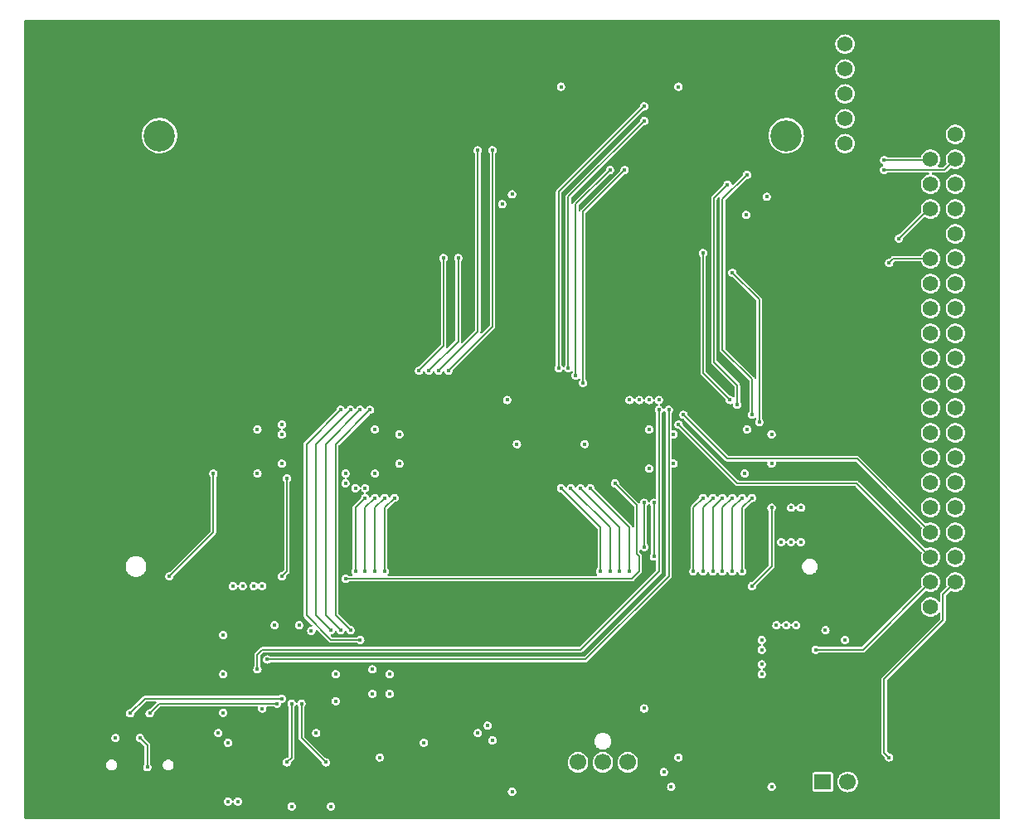
<source format=gbl>
G04 Layer: BottomLayer*
G04 EasyEDA v6.5.22, 2022-12-22 19:42:36*
G04 63d54b84b90b4e81b1216e971f4bcc08,b137401b17fb4d15a04862e99c0880a0,10*
G04 Gerber Generator version 0.2*
G04 Scale: 100 percent, Rotated: No, Reflected: No *
G04 Dimensions in millimeters *
G04 leading zeros omitted , absolute positions ,4 integer and 5 decimal *
%FSLAX45Y45*%
%MOMM*%

%ADD10C,0.1500*%
%ADD11O,1.1999976X1.7999964*%
%ADD12O,1.1999976X1.9999959999999999*%
%ADD13R,1.7000X1.5748*%
%ADD14C,1.7000*%
%ADD15R,1.5748X1.5748*%
%ADD16C,1.5748*%
%ADD17C,6.0000*%
%ADD18C,3.2000*%
%ADD19C,0.4500*%
%ADD20C,0.0139*%

%LPD*%
G36*
X-4569358Y-4979466D02*
G01*
X-4573219Y-4978704D01*
X-4576521Y-4976520D01*
X-4578705Y-4973218D01*
X-4579518Y-4969306D01*
X-4579518Y3169361D01*
X-4578705Y3173222D01*
X-4576521Y3176524D01*
X-4573219Y3178708D01*
X-4569358Y3179521D01*
X5369356Y3179521D01*
X5373217Y3178708D01*
X5376519Y3176524D01*
X5378704Y3173222D01*
X5379516Y3169361D01*
X5379516Y-4969306D01*
X5378704Y-4973218D01*
X5376519Y-4976520D01*
X5373217Y-4978704D01*
X5369356Y-4979466D01*
G37*

%LPC*%
G36*
X3793490Y2835910D02*
G01*
X3806698Y2835910D01*
X3819855Y2837688D01*
X3832656Y2841193D01*
X3844848Y2846374D01*
X3856228Y2853131D01*
X3866642Y2861360D01*
X3875836Y2870860D01*
X3883710Y2881528D01*
X3890111Y2893161D01*
X3894836Y2905506D01*
X3897934Y2918409D01*
X3899255Y2931617D01*
X3898798Y2944825D01*
X3896614Y2957931D01*
X3892702Y2970580D01*
X3887114Y2982620D01*
X3879951Y2993796D01*
X3871417Y3003905D01*
X3861562Y3012795D01*
X3850640Y3020263D01*
X3838803Y3026257D01*
X3826306Y3030626D01*
X3813301Y3033268D01*
X3800094Y3034131D01*
X3786886Y3033268D01*
X3773881Y3030626D01*
X3761384Y3026257D01*
X3749548Y3020263D01*
X3738626Y3012795D01*
X3728770Y3003905D01*
X3720236Y2993796D01*
X3713073Y2982620D01*
X3707485Y2970580D01*
X3703574Y2957931D01*
X3701389Y2944825D01*
X3700932Y2931617D01*
X3702253Y2918409D01*
X3705351Y2905506D01*
X3710076Y2893161D01*
X3716477Y2881528D01*
X3724351Y2870860D01*
X3733546Y2861360D01*
X3743960Y2853131D01*
X3755339Y2846374D01*
X3767531Y2841193D01*
X3780332Y2837688D01*
G37*
G36*
X-1847951Y-4892903D02*
G01*
X-1839874Y-4891735D01*
X-1832152Y-4889093D01*
X-1825091Y-4884978D01*
X-1818893Y-4879644D01*
X-1813864Y-4873244D01*
X-1810105Y-4865979D01*
X-1807819Y-4858156D01*
X-1807057Y-4850028D01*
X-1807819Y-4841849D01*
X-1810105Y-4834026D01*
X-1813864Y-4826762D01*
X-1818893Y-4820361D01*
X-1825091Y-4815027D01*
X-1832152Y-4810912D01*
X-1839874Y-4808270D01*
X-1847951Y-4807102D01*
X-1856079Y-4807508D01*
X-1864055Y-4809439D01*
X-1871472Y-4812792D01*
X-1878126Y-4817567D01*
X-1883765Y-4823460D01*
X-1888134Y-4830318D01*
X-1891182Y-4837887D01*
X-1892757Y-4845913D01*
X-1892757Y-4854092D01*
X-1891182Y-4862118D01*
X-1888134Y-4869688D01*
X-1883765Y-4876546D01*
X-1878126Y-4882438D01*
X-1871472Y-4887214D01*
X-1864055Y-4890566D01*
X-1856079Y-4892497D01*
G37*
G36*
X-2497937Y-4842916D02*
G01*
X-2489860Y-4841748D01*
X-2482138Y-4839055D01*
X-2475077Y-4834991D01*
X-2468930Y-4829606D01*
X-2463850Y-4823206D01*
X-2457754Y-4810963D01*
X-2454503Y-4808372D01*
X-2450490Y-4807356D01*
X-2446375Y-4808016D01*
X-2442870Y-4810252D01*
X-2440533Y-4813706D01*
X-2438146Y-4819650D01*
X-2433777Y-4826558D01*
X-2428138Y-4832451D01*
X-2421483Y-4837176D01*
X-2414066Y-4840579D01*
X-2406091Y-4842510D01*
X-2397963Y-4842916D01*
X-2389886Y-4841748D01*
X-2382164Y-4839055D01*
X-2375103Y-4834991D01*
X-2368905Y-4829606D01*
X-2363876Y-4823206D01*
X-2360117Y-4815941D01*
X-2357831Y-4808118D01*
X-2357069Y-4799990D01*
X-2357831Y-4791862D01*
X-2360117Y-4784039D01*
X-2363876Y-4776774D01*
X-2368905Y-4770374D01*
X-2375103Y-4764989D01*
X-2382164Y-4760925D01*
X-2389886Y-4758232D01*
X-2397963Y-4757064D01*
X-2406091Y-4757470D01*
X-2414066Y-4759401D01*
X-2421483Y-4762804D01*
X-2428138Y-4767529D01*
X-2433777Y-4773422D01*
X-2438146Y-4780330D01*
X-2440533Y-4786274D01*
X-2442870Y-4789728D01*
X-2446375Y-4791964D01*
X-2450490Y-4792624D01*
X-2454503Y-4791608D01*
X-2457754Y-4789017D01*
X-2463850Y-4776774D01*
X-2468930Y-4770374D01*
X-2475077Y-4764989D01*
X-2482138Y-4760925D01*
X-2489860Y-4758232D01*
X-2497937Y-4757064D01*
X-2506116Y-4757470D01*
X-2514041Y-4759401D01*
X-2521458Y-4762804D01*
X-2528112Y-4767529D01*
X-2533751Y-4773422D01*
X-2538171Y-4780330D01*
X-2541219Y-4787900D01*
X-2542743Y-4795926D01*
X-2542743Y-4804054D01*
X-2541219Y-4812080D01*
X-2538171Y-4819650D01*
X-2533751Y-4826558D01*
X-2528112Y-4832451D01*
X-2521458Y-4837176D01*
X-2514041Y-4840579D01*
X-2506116Y-4842510D01*
G37*
G36*
X3793490Y2581910D02*
G01*
X3806698Y2581910D01*
X3819855Y2583688D01*
X3832656Y2587193D01*
X3844848Y2592374D01*
X3856228Y2599131D01*
X3866642Y2607360D01*
X3875836Y2616860D01*
X3883710Y2627528D01*
X3890111Y2639161D01*
X3894836Y2651506D01*
X3897934Y2664409D01*
X3899255Y2677617D01*
X3898798Y2690825D01*
X3896614Y2703931D01*
X3892702Y2716580D01*
X3887114Y2728620D01*
X3879951Y2739796D01*
X3871417Y2749905D01*
X3861562Y2758795D01*
X3850640Y2766263D01*
X3838803Y2772257D01*
X3826306Y2776626D01*
X3813301Y2779268D01*
X3800094Y2780131D01*
X3786886Y2779268D01*
X3773881Y2776626D01*
X3761384Y2772257D01*
X3749548Y2766263D01*
X3738626Y2758795D01*
X3728770Y2749905D01*
X3720236Y2739796D01*
X3713073Y2728620D01*
X3707485Y2716580D01*
X3703574Y2703931D01*
X3701389Y2690825D01*
X3700932Y2677617D01*
X3702253Y2664409D01*
X3705351Y2651506D01*
X3710076Y2639161D01*
X3716477Y2627528D01*
X3724351Y2616860D01*
X3733546Y2607360D01*
X3743960Y2599131D01*
X3755339Y2592374D01*
X3767531Y2587193D01*
X3780332Y2583688D01*
G37*
G36*
X2102053Y2457094D02*
G01*
X2110130Y2458262D01*
X2117852Y2460904D01*
X2124913Y2465019D01*
X2131060Y2470353D01*
X2136140Y2476754D01*
X2139848Y2484018D01*
X2142185Y2491841D01*
X2142947Y2499969D01*
X2142185Y2508148D01*
X2139848Y2515971D01*
X2136140Y2523236D01*
X2131060Y2529636D01*
X2124913Y2534970D01*
X2117852Y2539085D01*
X2110130Y2541727D01*
X2102053Y2542895D01*
X2093874Y2542489D01*
X2085949Y2540558D01*
X2078532Y2537206D01*
X2071878Y2532430D01*
X2066239Y2526538D01*
X2061819Y2519680D01*
X2058771Y2512110D01*
X2057247Y2504084D01*
X2057247Y2495905D01*
X2058771Y2487879D01*
X2061819Y2480310D01*
X2066239Y2473452D01*
X2071878Y2467559D01*
X2078532Y2462784D01*
X2085949Y2459431D01*
X2093874Y2457500D01*
G37*
G36*
X402031Y-4742891D02*
G01*
X410108Y-4741722D01*
X417830Y-4739081D01*
X424891Y-4734966D01*
X431088Y-4729632D01*
X436118Y-4723231D01*
X439877Y-4715967D01*
X442163Y-4708144D01*
X442925Y-4700016D01*
X442163Y-4691837D01*
X439877Y-4684014D01*
X436118Y-4676749D01*
X431088Y-4670348D01*
X424891Y-4665014D01*
X417830Y-4660900D01*
X410108Y-4658258D01*
X402031Y-4657090D01*
X393903Y-4657496D01*
X385927Y-4659426D01*
X378510Y-4662779D01*
X371856Y-4667554D01*
X366217Y-4673447D01*
X361848Y-4680305D01*
X358800Y-4687874D01*
X357225Y-4695901D01*
X357225Y-4704080D01*
X358800Y-4712106D01*
X361848Y-4719675D01*
X366217Y-4726533D01*
X371856Y-4732426D01*
X378510Y-4737201D01*
X385927Y-4740554D01*
X393903Y-4742484D01*
G37*
G36*
X3827018Y-4705451D02*
G01*
X3840784Y-4704588D01*
X3854297Y-4701895D01*
X3867404Y-4697425D01*
X3879748Y-4691329D01*
X3891229Y-4683658D01*
X3901592Y-4674565D01*
X3910685Y-4664202D01*
X3918356Y-4652721D01*
X3924452Y-4640376D01*
X3928922Y-4627270D01*
X3931615Y-4613757D01*
X3932478Y-4599990D01*
X3931615Y-4586224D01*
X3928922Y-4572711D01*
X3924452Y-4559604D01*
X3918356Y-4547260D01*
X3910685Y-4535779D01*
X3901592Y-4525416D01*
X3891229Y-4516323D01*
X3879748Y-4508652D01*
X3867404Y-4502556D01*
X3854297Y-4498086D01*
X3840784Y-4495393D01*
X3827018Y-4494530D01*
X3813251Y-4495393D01*
X3799738Y-4498086D01*
X3786632Y-4502556D01*
X3774287Y-4508652D01*
X3762806Y-4516323D01*
X3752443Y-4525416D01*
X3743350Y-4535779D01*
X3735679Y-4547260D01*
X3729583Y-4559604D01*
X3725113Y-4572711D01*
X3722420Y-4586224D01*
X3721557Y-4599990D01*
X3722420Y-4613757D01*
X3725113Y-4627270D01*
X3729583Y-4640376D01*
X3735679Y-4652721D01*
X3743350Y-4664202D01*
X3752443Y-4674565D01*
X3762806Y-4683658D01*
X3774287Y-4691329D01*
X3786632Y-4697425D01*
X3799738Y-4701895D01*
X3813251Y-4704588D01*
G37*
G36*
X3488588Y-4699254D02*
G01*
X3657447Y-4699254D01*
X3662578Y-4698644D01*
X3666896Y-4697120D01*
X3670757Y-4694682D01*
X3674008Y-4691481D01*
X3676446Y-4687620D01*
X3677920Y-4683302D01*
X3678529Y-4678172D01*
X3678529Y-4521809D01*
X3677920Y-4516678D01*
X3676446Y-4512360D01*
X3674008Y-4508500D01*
X3670757Y-4505299D01*
X3666896Y-4502861D01*
X3662578Y-4501337D01*
X3657447Y-4500778D01*
X3488588Y-4500778D01*
X3483457Y-4501337D01*
X3479139Y-4502861D01*
X3475278Y-4505299D01*
X3472027Y-4508500D01*
X3469589Y-4512360D01*
X3468115Y-4516678D01*
X3467506Y-4521809D01*
X3467506Y-4678172D01*
X3468115Y-4683302D01*
X3469589Y-4687620D01*
X3472027Y-4691481D01*
X3475278Y-4694682D01*
X3479139Y-4697120D01*
X3483457Y-4698644D01*
G37*
G36*
X3052013Y-4692904D02*
G01*
X3060090Y-4691735D01*
X3067812Y-4689094D01*
X3074873Y-4684979D01*
X3081070Y-4679645D01*
X3086100Y-4673244D01*
X3089859Y-4665980D01*
X3092145Y-4658156D01*
X3092907Y-4650028D01*
X3092145Y-4641850D01*
X3089859Y-4634026D01*
X3086100Y-4626762D01*
X3081070Y-4620361D01*
X3074873Y-4615027D01*
X3067812Y-4610912D01*
X3060090Y-4608271D01*
X3052013Y-4607102D01*
X3043885Y-4607509D01*
X3035909Y-4609439D01*
X3028492Y-4612792D01*
X3021838Y-4617567D01*
X3016199Y-4623460D01*
X3011830Y-4630318D01*
X3008782Y-4637887D01*
X3007207Y-4645914D01*
X3007207Y-4654092D01*
X3008782Y-4662119D01*
X3011830Y-4669688D01*
X3016199Y-4676546D01*
X3021838Y-4682439D01*
X3028492Y-4687214D01*
X3035909Y-4690567D01*
X3043885Y-4692497D01*
G37*
G36*
X2027021Y-4692904D02*
G01*
X2035098Y-4691735D01*
X2042820Y-4689094D01*
X2049881Y-4684979D01*
X2056079Y-4679645D01*
X2061108Y-4673244D01*
X2064867Y-4665980D01*
X2067153Y-4658156D01*
X2067915Y-4650028D01*
X2067153Y-4641850D01*
X2064867Y-4634026D01*
X2061108Y-4626762D01*
X2056079Y-4620361D01*
X2049881Y-4615027D01*
X2042820Y-4610912D01*
X2035098Y-4608271D01*
X2027021Y-4607102D01*
X2018893Y-4607509D01*
X2010918Y-4609439D01*
X2003501Y-4612792D01*
X1996846Y-4617567D01*
X1991207Y-4623460D01*
X1986788Y-4630318D01*
X1983790Y-4637887D01*
X1982216Y-4645914D01*
X1982216Y-4654092D01*
X1983790Y-4662119D01*
X1986788Y-4669688D01*
X1991207Y-4676546D01*
X1996846Y-4682439D01*
X2003501Y-4687214D01*
X2010918Y-4690567D01*
X2018893Y-4692497D01*
G37*
G36*
X1952040Y-4542891D02*
G01*
X1960118Y-4541723D01*
X1967839Y-4539081D01*
X1974900Y-4534966D01*
X1981098Y-4529632D01*
X1986127Y-4523232D01*
X1989886Y-4515967D01*
X1992172Y-4508144D01*
X1992934Y-4500016D01*
X1992172Y-4491837D01*
X1989886Y-4484014D01*
X1986127Y-4476750D01*
X1981098Y-4470349D01*
X1974900Y-4465015D01*
X1967839Y-4460900D01*
X1960118Y-4458258D01*
X1952040Y-4457090D01*
X1943912Y-4457496D01*
X1935937Y-4459427D01*
X1928520Y-4462780D01*
X1921865Y-4467555D01*
X1916226Y-4473448D01*
X1911857Y-4480306D01*
X1908810Y-4487875D01*
X1907235Y-4495901D01*
X1907235Y-4504080D01*
X1908810Y-4512106D01*
X1911857Y-4519676D01*
X1916226Y-4526534D01*
X1921865Y-4532426D01*
X1928520Y-4537202D01*
X1935937Y-4540554D01*
X1943912Y-4542485D01*
G37*
G36*
X1580896Y-4505553D02*
G01*
X1594662Y-4504690D01*
X1608175Y-4501997D01*
X1621282Y-4497527D01*
X1633626Y-4491431D01*
X1645107Y-4483760D01*
X1655470Y-4474667D01*
X1664563Y-4464304D01*
X1672234Y-4452823D01*
X1678330Y-4440478D01*
X1682800Y-4427372D01*
X1685493Y-4413859D01*
X1686356Y-4400092D01*
X1685493Y-4386326D01*
X1682800Y-4372813D01*
X1678330Y-4359706D01*
X1672234Y-4347362D01*
X1664563Y-4335881D01*
X1655470Y-4325518D01*
X1645107Y-4316425D01*
X1633626Y-4308754D01*
X1621282Y-4302658D01*
X1608175Y-4298188D01*
X1594662Y-4295495D01*
X1580896Y-4294632D01*
X1567129Y-4295495D01*
X1553616Y-4298188D01*
X1540510Y-4302658D01*
X1528165Y-4308754D01*
X1516684Y-4316425D01*
X1506321Y-4325518D01*
X1497228Y-4335881D01*
X1489557Y-4347362D01*
X1483461Y-4359706D01*
X1478991Y-4372813D01*
X1476298Y-4386326D01*
X1475435Y-4400092D01*
X1476298Y-4413859D01*
X1478991Y-4427372D01*
X1483461Y-4440478D01*
X1489557Y-4452823D01*
X1497228Y-4464304D01*
X1506321Y-4474667D01*
X1516684Y-4483760D01*
X1528165Y-4491431D01*
X1540510Y-4497527D01*
X1553616Y-4501997D01*
X1567129Y-4504690D01*
G37*
G36*
X1326896Y-4505553D02*
G01*
X1340662Y-4504690D01*
X1354175Y-4501997D01*
X1367282Y-4497527D01*
X1379626Y-4491431D01*
X1391107Y-4483760D01*
X1401470Y-4474667D01*
X1410563Y-4464304D01*
X1418234Y-4452823D01*
X1424330Y-4440478D01*
X1428800Y-4427372D01*
X1431493Y-4413859D01*
X1432356Y-4400092D01*
X1431493Y-4386326D01*
X1428800Y-4372813D01*
X1424330Y-4359706D01*
X1418234Y-4347362D01*
X1410563Y-4335881D01*
X1401470Y-4325518D01*
X1391107Y-4316425D01*
X1379626Y-4308754D01*
X1367282Y-4302658D01*
X1354175Y-4298188D01*
X1340662Y-4295495D01*
X1326896Y-4294632D01*
X1313129Y-4295495D01*
X1299616Y-4298188D01*
X1286510Y-4302658D01*
X1274165Y-4308754D01*
X1262684Y-4316425D01*
X1252321Y-4325518D01*
X1243228Y-4335881D01*
X1235557Y-4347362D01*
X1229461Y-4359706D01*
X1224991Y-4372813D01*
X1222298Y-4386326D01*
X1221435Y-4400092D01*
X1222298Y-4413859D01*
X1224991Y-4427372D01*
X1229461Y-4440478D01*
X1235557Y-4452823D01*
X1243228Y-4464304D01*
X1252321Y-4474667D01*
X1262684Y-4483760D01*
X1274165Y-4491431D01*
X1286510Y-4497527D01*
X1299616Y-4501997D01*
X1313129Y-4504690D01*
G37*
G36*
X1072896Y-4505553D02*
G01*
X1086662Y-4504690D01*
X1100175Y-4501997D01*
X1113282Y-4497527D01*
X1125626Y-4491431D01*
X1137107Y-4483760D01*
X1147470Y-4474667D01*
X1156563Y-4464304D01*
X1164234Y-4452823D01*
X1170330Y-4440478D01*
X1174800Y-4427372D01*
X1177493Y-4413859D01*
X1178356Y-4400092D01*
X1177493Y-4386326D01*
X1174800Y-4372813D01*
X1170330Y-4359706D01*
X1164234Y-4347362D01*
X1156563Y-4335881D01*
X1147470Y-4325518D01*
X1137107Y-4316425D01*
X1125626Y-4308754D01*
X1113282Y-4302658D01*
X1100175Y-4298188D01*
X1086662Y-4295495D01*
X1072896Y-4294632D01*
X1059129Y-4295495D01*
X1045616Y-4298188D01*
X1032510Y-4302658D01*
X1020165Y-4308754D01*
X1008684Y-4316425D01*
X998321Y-4325518D01*
X989228Y-4335881D01*
X981557Y-4347362D01*
X975461Y-4359706D01*
X970991Y-4372813D01*
X968298Y-4386326D01*
X967435Y-4400092D01*
X968298Y-4413859D01*
X970991Y-4427372D01*
X975461Y-4440478D01*
X981557Y-4452823D01*
X989228Y-4464304D01*
X998321Y-4474667D01*
X1008684Y-4483760D01*
X1020165Y-4491431D01*
X1032510Y-4497527D01*
X1045616Y-4501997D01*
X1059129Y-4504690D01*
G37*
G36*
X-3322929Y-4492904D02*
G01*
X-3314852Y-4491736D01*
X-3307130Y-4489094D01*
X-3300069Y-4484979D01*
X-3293922Y-4479645D01*
X-3288842Y-4473244D01*
X-3285134Y-4465980D01*
X-3282797Y-4458157D01*
X-3282035Y-4450029D01*
X-3282797Y-4441850D01*
X-3285134Y-4434027D01*
X-3288842Y-4426813D01*
X-3294786Y-4419396D01*
X-3296412Y-4416399D01*
X-3296970Y-4413046D01*
X-3296970Y-4225290D01*
X-3297682Y-4218787D01*
X-3299764Y-4212844D01*
X-3303117Y-4207560D01*
X-3305403Y-4205020D01*
X-3354120Y-4156303D01*
X-3356101Y-4153408D01*
X-3357016Y-4150055D01*
X-3357829Y-4141876D01*
X-3360115Y-4134053D01*
X-3363874Y-4126788D01*
X-3368903Y-4120387D01*
X-3375101Y-4115003D01*
X-3382162Y-4110939D01*
X-3389884Y-4108246D01*
X-3397961Y-4107078D01*
X-3406089Y-4107484D01*
X-3414064Y-4109415D01*
X-3421481Y-4112818D01*
X-3428136Y-4117543D01*
X-3433775Y-4123436D01*
X-3438144Y-4130344D01*
X-3441192Y-4137914D01*
X-3442766Y-4145940D01*
X-3442766Y-4154068D01*
X-3441192Y-4162094D01*
X-3438144Y-4169664D01*
X-3433775Y-4176572D01*
X-3428136Y-4182465D01*
X-3421481Y-4187190D01*
X-3414064Y-4190593D01*
X-3406089Y-4192524D01*
X-3400551Y-4192778D01*
X-3396894Y-4193641D01*
X-3393846Y-4195724D01*
X-3355949Y-4233621D01*
X-3353765Y-4236923D01*
X-3353003Y-4240784D01*
X-3353003Y-4413351D01*
X-3353714Y-4417110D01*
X-3355797Y-4420362D01*
X-3358743Y-4423460D01*
X-3363163Y-4430318D01*
X-3366211Y-4437888D01*
X-3367735Y-4445914D01*
X-3367735Y-4454093D01*
X-3366211Y-4462119D01*
X-3363163Y-4469688D01*
X-3358743Y-4476546D01*
X-3353104Y-4482439D01*
X-3346450Y-4487214D01*
X-3339033Y-4490567D01*
X-3331108Y-4492498D01*
G37*
G36*
X-3110992Y-4481982D02*
G01*
X-3101340Y-4481118D01*
X-3092043Y-4478629D01*
X-3083255Y-4474514D01*
X-3075330Y-4468977D01*
X-3068523Y-4462170D01*
X-3062986Y-4454245D01*
X-3058871Y-4445457D01*
X-3056382Y-4436160D01*
X-3055518Y-4426508D01*
X-3056382Y-4416856D01*
X-3058871Y-4407560D01*
X-3062986Y-4398772D01*
X-3068523Y-4390847D01*
X-3075330Y-4384040D01*
X-3083255Y-4378502D01*
X-3092043Y-4374388D01*
X-3101340Y-4371898D01*
X-3110992Y-4371035D01*
X-3120644Y-4371898D01*
X-3129940Y-4374388D01*
X-3138728Y-4378502D01*
X-3146653Y-4384040D01*
X-3153460Y-4390847D01*
X-3158998Y-4398772D01*
X-3163112Y-4407560D01*
X-3165602Y-4416856D01*
X-3166465Y-4426508D01*
X-3165602Y-4436160D01*
X-3163112Y-4445457D01*
X-3158998Y-4454245D01*
X-3153460Y-4462170D01*
X-3146653Y-4468977D01*
X-3138728Y-4474514D01*
X-3129940Y-4478629D01*
X-3120644Y-4481118D01*
G37*
G36*
X-3688994Y-4481982D02*
G01*
X-3679342Y-4481118D01*
X-3670046Y-4478629D01*
X-3661257Y-4474514D01*
X-3653332Y-4468977D01*
X-3646525Y-4462170D01*
X-3640988Y-4454245D01*
X-3636873Y-4445457D01*
X-3634384Y-4436160D01*
X-3633520Y-4426508D01*
X-3634384Y-4416856D01*
X-3636873Y-4407560D01*
X-3640988Y-4398772D01*
X-3646525Y-4390847D01*
X-3653332Y-4384040D01*
X-3661257Y-4378502D01*
X-3670046Y-4374388D01*
X-3679342Y-4371898D01*
X-3688994Y-4371035D01*
X-3698646Y-4371898D01*
X-3707942Y-4374388D01*
X-3716731Y-4378502D01*
X-3724656Y-4384040D01*
X-3731463Y-4390847D01*
X-3737000Y-4398772D01*
X-3741115Y-4407560D01*
X-3743604Y-4416856D01*
X-3744468Y-4426508D01*
X-3743604Y-4436160D01*
X-3741115Y-4445457D01*
X-3737000Y-4454245D01*
X-3731463Y-4462170D01*
X-3724656Y-4468977D01*
X-3716731Y-4474514D01*
X-3707942Y-4478629D01*
X-3698646Y-4481118D01*
G37*
G36*
X-1897938Y-4442917D02*
G01*
X-1889861Y-4441748D01*
X-1882139Y-4439056D01*
X-1875078Y-4434992D01*
X-1868932Y-4429607D01*
X-1863852Y-4423206D01*
X-1860143Y-4415942D01*
X-1857806Y-4408119D01*
X-1857044Y-4399940D01*
X-1856130Y-4396536D01*
X-1854098Y-4393692D01*
X-1830374Y-4369968D01*
X-1826310Y-4364888D01*
X-1823567Y-4359198D01*
X-1822196Y-4353102D01*
X-1821992Y-4349699D01*
X-1821992Y-3836924D01*
X-1821434Y-3833571D01*
X-1819757Y-3830624D01*
X-1813814Y-3823157D01*
X-1807768Y-3810965D01*
X-1804466Y-3808374D01*
X-1800453Y-3807358D01*
X-1796338Y-3808018D01*
X-1792833Y-3810254D01*
X-1790547Y-3813708D01*
X-1788160Y-3819651D01*
X-1783740Y-3826560D01*
X-1780844Y-3829558D01*
X-1778762Y-3832809D01*
X-1778050Y-3836568D01*
X-1778050Y-4150868D01*
X-1777339Y-4157421D01*
X-1775256Y-4163314D01*
X-1771954Y-4168597D01*
X-1769668Y-4171187D01*
X-1545742Y-4395114D01*
X-1543507Y-4398416D01*
X-1542745Y-4402277D01*
X-1542745Y-4404055D01*
X-1541221Y-4412081D01*
X-1538173Y-4419650D01*
X-1533753Y-4426559D01*
X-1528114Y-4432452D01*
X-1521460Y-4437176D01*
X-1514043Y-4440580D01*
X-1506118Y-4442510D01*
X-1497939Y-4442917D01*
X-1489862Y-4441748D01*
X-1482140Y-4439056D01*
X-1475079Y-4434992D01*
X-1468932Y-4429607D01*
X-1463852Y-4423206D01*
X-1460144Y-4415942D01*
X-1457807Y-4408119D01*
X-1457045Y-4399991D01*
X-1457807Y-4391863D01*
X-1460144Y-4384040D01*
X-1463852Y-4376775D01*
X-1468932Y-4370374D01*
X-1475079Y-4364990D01*
X-1482140Y-4360926D01*
X-1489862Y-4358233D01*
X-1497939Y-4357065D01*
X-1499768Y-4357166D01*
X-1503883Y-4356506D01*
X-1507439Y-4354220D01*
X-1719072Y-4142536D01*
X-1721307Y-4139234D01*
X-1722069Y-4135374D01*
X-1722069Y-3837025D01*
X-1721510Y-3833622D01*
X-1719834Y-3830675D01*
X-1713839Y-3823157D01*
X-1710131Y-3815943D01*
X-1707794Y-3808120D01*
X-1707032Y-3799992D01*
X-1707794Y-3791864D01*
X-1710131Y-3784041D01*
X-1713839Y-3776776D01*
X-1718919Y-3770376D01*
X-1725066Y-3764991D01*
X-1732127Y-3760927D01*
X-1739849Y-3758234D01*
X-1747926Y-3757066D01*
X-1756105Y-3757472D01*
X-1764030Y-3759403D01*
X-1771446Y-3762806D01*
X-1778101Y-3767531D01*
X-1783740Y-3773424D01*
X-1788160Y-3780332D01*
X-1790547Y-3786276D01*
X-1792833Y-3789730D01*
X-1796338Y-3791965D01*
X-1800453Y-3792626D01*
X-1804466Y-3791610D01*
X-1807768Y-3789019D01*
X-1810105Y-3784041D01*
X-1813864Y-3776776D01*
X-1818893Y-3770376D01*
X-1825091Y-3764991D01*
X-1832152Y-3760927D01*
X-1839874Y-3758234D01*
X-1847951Y-3757066D01*
X-1856079Y-3757472D01*
X-1864055Y-3759403D01*
X-1871472Y-3762806D01*
X-1878126Y-3767531D01*
X-1883765Y-3773424D01*
X-1888134Y-3780332D01*
X-1891182Y-3787901D01*
X-1892757Y-3795928D01*
X-1892757Y-3804056D01*
X-1891182Y-3812082D01*
X-1888134Y-3819651D01*
X-1883765Y-3826560D01*
X-1880768Y-3829659D01*
X-1878685Y-3832860D01*
X-1877974Y-3836670D01*
X-1877974Y-4334154D01*
X-1878736Y-4338066D01*
X-1880971Y-4341368D01*
X-1893824Y-4354271D01*
X-1896922Y-4356354D01*
X-1900529Y-4357217D01*
X-1906117Y-4357471D01*
X-1914042Y-4359402D01*
X-1921459Y-4362805D01*
X-1928114Y-4367530D01*
X-1933752Y-4373422D01*
X-1938172Y-4380331D01*
X-1941220Y-4387900D01*
X-1942744Y-4395927D01*
X-1942744Y-4404055D01*
X-1941220Y-4412081D01*
X-1938172Y-4419650D01*
X-1933752Y-4426559D01*
X-1928114Y-4432452D01*
X-1921459Y-4437176D01*
X-1914042Y-4440580D01*
X-1906117Y-4442510D01*
G37*
G36*
X902055Y2457094D02*
G01*
X910132Y2458262D01*
X917854Y2460904D01*
X924915Y2465019D01*
X931062Y2470353D01*
X936142Y2476754D01*
X939850Y2484018D01*
X942187Y2491841D01*
X942949Y2499969D01*
X942187Y2508148D01*
X939850Y2515971D01*
X936142Y2523236D01*
X931062Y2529636D01*
X924915Y2534970D01*
X917854Y2539085D01*
X910132Y2541727D01*
X902055Y2542895D01*
X893876Y2542489D01*
X885952Y2540558D01*
X878535Y2537206D01*
X871880Y2532430D01*
X866241Y2526538D01*
X861821Y2519680D01*
X858774Y2512110D01*
X857250Y2504084D01*
X857250Y2495905D01*
X858774Y2487879D01*
X861821Y2480310D01*
X866241Y2473452D01*
X871880Y2467559D01*
X878535Y2462784D01*
X885952Y2459431D01*
X893876Y2457500D01*
G37*
G36*
X-947928Y-4392930D02*
G01*
X-939850Y-4391761D01*
X-932129Y-4389069D01*
X-925068Y-4385005D01*
X-918921Y-4379620D01*
X-913841Y-4373219D01*
X-910132Y-4365955D01*
X-907796Y-4358132D01*
X-907034Y-4350004D01*
X-907796Y-4341876D01*
X-910132Y-4334052D01*
X-913841Y-4326788D01*
X-918921Y-4320387D01*
X-925068Y-4315002D01*
X-932129Y-4310938D01*
X-939850Y-4308246D01*
X-947928Y-4307078D01*
X-956106Y-4307484D01*
X-964031Y-4309414D01*
X-971448Y-4312818D01*
X-978103Y-4317542D01*
X-983742Y-4323435D01*
X-988161Y-4330344D01*
X-991209Y-4337913D01*
X-992733Y-4345940D01*
X-992733Y-4354068D01*
X-991209Y-4362094D01*
X-988161Y-4369663D01*
X-983742Y-4376572D01*
X-978103Y-4382465D01*
X-971448Y-4387189D01*
X-964031Y-4390593D01*
X-956106Y-4392523D01*
G37*
G36*
X2102053Y-4392930D02*
G01*
X2110130Y-4391761D01*
X2117852Y-4389069D01*
X2124913Y-4385005D01*
X2131060Y-4379620D01*
X2136140Y-4373219D01*
X2139848Y-4365955D01*
X2142185Y-4358132D01*
X2142947Y-4350004D01*
X2142185Y-4341876D01*
X2139848Y-4334052D01*
X2136140Y-4326788D01*
X2131060Y-4320387D01*
X2124913Y-4315002D01*
X2117852Y-4310938D01*
X2110130Y-4308246D01*
X2102053Y-4307078D01*
X2093874Y-4307484D01*
X2085949Y-4309414D01*
X2078532Y-4312818D01*
X2071878Y-4317542D01*
X2066239Y-4323435D01*
X2061819Y-4330344D01*
X2058771Y-4337913D01*
X2057247Y-4345940D01*
X2057247Y-4354068D01*
X2058771Y-4362094D01*
X2061819Y-4369663D01*
X2066239Y-4376572D01*
X2071878Y-4382465D01*
X2078532Y-4387189D01*
X2085949Y-4390593D01*
X2093874Y-4392523D01*
G37*
G36*
X4252061Y-4392930D02*
G01*
X4260138Y-4391761D01*
X4267860Y-4389069D01*
X4274921Y-4385005D01*
X4281068Y-4379620D01*
X4286148Y-4373219D01*
X4289856Y-4365955D01*
X4292193Y-4358132D01*
X4292955Y-4350004D01*
X4292193Y-4341876D01*
X4289856Y-4334052D01*
X4286148Y-4326788D01*
X4281068Y-4320387D01*
X4274921Y-4315002D01*
X4267860Y-4310938D01*
X4260138Y-4308246D01*
X4247286Y-4306468D01*
X4243781Y-4304182D01*
X4230979Y-4291380D01*
X4228744Y-4288078D01*
X4227982Y-4284167D01*
X4227982Y-3565804D01*
X4228744Y-3561892D01*
X4230979Y-3558590D01*
X4819599Y-2969971D01*
X4823663Y-2964891D01*
X4826406Y-2959252D01*
X4827778Y-2953105D01*
X4827981Y-2949702D01*
X4827981Y-2701848D01*
X4828743Y-2697937D01*
X4830978Y-2694635D01*
X4874412Y-2651201D01*
X4877765Y-2648966D01*
X4881676Y-2648204D01*
X4885588Y-2649016D01*
X4894529Y-2652826D01*
X4907330Y-2656332D01*
X4920488Y-2658110D01*
X4933696Y-2658110D01*
X4946853Y-2656332D01*
X4959654Y-2652826D01*
X4971846Y-2647645D01*
X4983226Y-2640888D01*
X4993640Y-2632659D01*
X5002834Y-2623159D01*
X5010708Y-2612491D01*
X5017109Y-2600858D01*
X5021834Y-2588514D01*
X5024932Y-2575610D01*
X5026253Y-2562402D01*
X5025796Y-2549194D01*
X5023612Y-2536088D01*
X5019700Y-2523439D01*
X5014112Y-2511399D01*
X5006949Y-2500223D01*
X4998415Y-2490114D01*
X4988560Y-2481224D01*
X4977638Y-2473756D01*
X4965801Y-2467762D01*
X4953304Y-2463393D01*
X4940300Y-2460752D01*
X4927092Y-2459888D01*
X4913884Y-2460752D01*
X4900879Y-2463393D01*
X4888382Y-2467762D01*
X4876546Y-2473756D01*
X4865624Y-2481224D01*
X4855768Y-2490114D01*
X4847234Y-2500223D01*
X4840071Y-2511399D01*
X4834483Y-2523439D01*
X4830572Y-2536088D01*
X4828387Y-2549194D01*
X4827930Y-2562402D01*
X4829251Y-2575610D01*
X4832350Y-2588514D01*
X4837074Y-2600807D01*
X4837734Y-2604617D01*
X4836922Y-2608427D01*
X4834788Y-2611628D01*
X4780381Y-2666034D01*
X4776317Y-2671114D01*
X4773574Y-2676804D01*
X4772202Y-2682900D01*
X4771999Y-2686304D01*
X4771999Y-2749245D01*
X4771085Y-2753461D01*
X4768494Y-2756916D01*
X4764684Y-2758998D01*
X4760366Y-2759303D01*
X4756302Y-2757779D01*
X4752949Y-2754223D01*
X4744415Y-2744114D01*
X4734560Y-2735224D01*
X4723638Y-2727756D01*
X4711801Y-2721762D01*
X4699304Y-2717393D01*
X4686300Y-2714752D01*
X4673092Y-2713888D01*
X4659884Y-2714752D01*
X4646879Y-2717393D01*
X4634382Y-2721762D01*
X4622546Y-2727756D01*
X4611624Y-2735224D01*
X4601768Y-2744114D01*
X4593234Y-2754223D01*
X4586071Y-2765399D01*
X4580483Y-2777439D01*
X4576572Y-2790088D01*
X4574387Y-2803194D01*
X4573930Y-2816402D01*
X4575251Y-2829610D01*
X4578350Y-2842514D01*
X4583074Y-2854858D01*
X4589475Y-2866491D01*
X4597349Y-2877159D01*
X4606544Y-2886659D01*
X4616958Y-2894888D01*
X4628337Y-2901645D01*
X4640529Y-2906826D01*
X4653330Y-2910332D01*
X4666488Y-2912110D01*
X4679696Y-2912110D01*
X4692853Y-2910332D01*
X4705654Y-2906826D01*
X4717846Y-2901645D01*
X4729226Y-2894888D01*
X4739640Y-2886659D01*
X4748834Y-2877159D01*
X4753660Y-2870657D01*
X4756810Y-2867863D01*
X4760823Y-2866542D01*
X4764989Y-2866999D01*
X4768646Y-2869133D01*
X4771136Y-2872536D01*
X4771999Y-2876651D01*
X4771999Y-2934208D01*
X4771237Y-2938068D01*
X4769002Y-2941370D01*
X4180382Y-3529990D01*
X4176318Y-3535121D01*
X4173575Y-3540760D01*
X4172204Y-3546856D01*
X4172000Y-3550259D01*
X4172000Y-4299712D01*
X4172712Y-4306214D01*
X4174794Y-4312158D01*
X4178096Y-4317441D01*
X4180382Y-4319981D01*
X4204258Y-4343857D01*
X4206494Y-4347159D01*
X4207256Y-4351070D01*
X4207256Y-4354068D01*
X4208780Y-4362094D01*
X4211828Y-4369663D01*
X4216247Y-4376572D01*
X4221886Y-4382465D01*
X4228541Y-4387189D01*
X4235958Y-4390593D01*
X4243882Y-4392523D01*
G37*
G36*
X3793490Y2327910D02*
G01*
X3806698Y2327910D01*
X3819855Y2329688D01*
X3832656Y2333193D01*
X3844848Y2338374D01*
X3856228Y2345131D01*
X3866642Y2353360D01*
X3875836Y2362860D01*
X3883710Y2373528D01*
X3890111Y2385161D01*
X3894836Y2397506D01*
X3897934Y2410409D01*
X3899255Y2423617D01*
X3898798Y2436825D01*
X3896614Y2449931D01*
X3892702Y2462580D01*
X3887114Y2474620D01*
X3879951Y2485796D01*
X3871417Y2495905D01*
X3861562Y2504795D01*
X3850640Y2512263D01*
X3838803Y2518257D01*
X3826306Y2522626D01*
X3813301Y2525268D01*
X3800094Y2526131D01*
X3786886Y2525268D01*
X3773881Y2522626D01*
X3761384Y2518257D01*
X3749548Y2512263D01*
X3738626Y2504795D01*
X3728770Y2495905D01*
X3720236Y2485796D01*
X3713073Y2474620D01*
X3707485Y2462580D01*
X3703574Y2449931D01*
X3701389Y2436825D01*
X3700932Y2423617D01*
X3702253Y2410409D01*
X3705351Y2397506D01*
X3710076Y2385161D01*
X3716477Y2373528D01*
X3724351Y2362860D01*
X3733546Y2353360D01*
X3743960Y2345131D01*
X3755339Y2338374D01*
X3767531Y2333193D01*
X3780332Y2329688D01*
G37*
G36*
X1326896Y-4269587D02*
G01*
X1339037Y-4268673D01*
X1350975Y-4266082D01*
X1362405Y-4261815D01*
X1373124Y-4255973D01*
X1382877Y-4248708D01*
X1391513Y-4240072D01*
X1398778Y-4230319D01*
X1404620Y-4219600D01*
X1408887Y-4208170D01*
X1411478Y-4196232D01*
X1412392Y-4184091D01*
X1411478Y-4171950D01*
X1408887Y-4160012D01*
X1404620Y-4148582D01*
X1398778Y-4137863D01*
X1391513Y-4128109D01*
X1382877Y-4119473D01*
X1373124Y-4112209D01*
X1362405Y-4106367D01*
X1350975Y-4102100D01*
X1339037Y-4099509D01*
X1326896Y-4098594D01*
X1314754Y-4099509D01*
X1302816Y-4102100D01*
X1291386Y-4106367D01*
X1280668Y-4112209D01*
X1270914Y-4119473D01*
X1262278Y-4128109D01*
X1255014Y-4137863D01*
X1249172Y-4148582D01*
X1244904Y-4160012D01*
X1242314Y-4171950D01*
X1241399Y-4184091D01*
X1242314Y-4196232D01*
X1244904Y-4208170D01*
X1249172Y-4219600D01*
X1255014Y-4230319D01*
X1262278Y-4240072D01*
X1270914Y-4248708D01*
X1280668Y-4255973D01*
X1291386Y-4261815D01*
X1302816Y-4266082D01*
X1314754Y-4268673D01*
G37*
G36*
X-2497937Y-4242917D02*
G01*
X-2489860Y-4241749D01*
X-2482138Y-4239056D01*
X-2475077Y-4234992D01*
X-2468930Y-4229608D01*
X-2463850Y-4223207D01*
X-2460142Y-4215942D01*
X-2457805Y-4208119D01*
X-2457043Y-4199991D01*
X-2457805Y-4191863D01*
X-2460142Y-4184040D01*
X-2463850Y-4176776D01*
X-2468930Y-4170375D01*
X-2475077Y-4164990D01*
X-2482138Y-4160926D01*
X-2489860Y-4158234D01*
X-2497937Y-4157065D01*
X-2506116Y-4157472D01*
X-2514041Y-4159402D01*
X-2521458Y-4162806D01*
X-2528112Y-4167530D01*
X-2533751Y-4173423D01*
X-2538171Y-4180332D01*
X-2541219Y-4187901D01*
X-2542743Y-4195927D01*
X-2542743Y-4204055D01*
X-2541219Y-4212082D01*
X-2538171Y-4219651D01*
X-2533751Y-4226560D01*
X-2528112Y-4232452D01*
X-2521458Y-4237177D01*
X-2514041Y-4240580D01*
X-2506116Y-4242511D01*
G37*
G36*
X-497941Y-4242917D02*
G01*
X-489864Y-4241749D01*
X-482142Y-4239056D01*
X-475081Y-4234992D01*
X-468934Y-4229608D01*
X-463854Y-4223207D01*
X-460146Y-4215942D01*
X-457809Y-4208119D01*
X-457047Y-4199991D01*
X-457809Y-4191863D01*
X-460146Y-4184040D01*
X-463854Y-4176776D01*
X-468934Y-4170375D01*
X-475081Y-4164990D01*
X-482142Y-4160926D01*
X-489864Y-4158234D01*
X-497941Y-4157065D01*
X-506120Y-4157472D01*
X-514045Y-4159402D01*
X-521462Y-4162806D01*
X-528116Y-4167530D01*
X-533755Y-4173423D01*
X-538175Y-4180332D01*
X-541223Y-4187901D01*
X-542747Y-4195927D01*
X-542747Y-4204055D01*
X-541223Y-4212082D01*
X-538175Y-4219651D01*
X-533755Y-4226560D01*
X-528116Y-4232452D01*
X-521462Y-4237177D01*
X-514045Y-4240580D01*
X-506120Y-4242511D01*
G37*
G36*
X202031Y-4217924D02*
G01*
X210108Y-4216755D01*
X217830Y-4214063D01*
X224891Y-4209999D01*
X231089Y-4204614D01*
X236118Y-4198213D01*
X239877Y-4190949D01*
X242163Y-4183126D01*
X242925Y-4174998D01*
X242163Y-4166870D01*
X239877Y-4159046D01*
X236118Y-4151782D01*
X231089Y-4145381D01*
X224891Y-4139996D01*
X217830Y-4135932D01*
X210108Y-4133240D01*
X202031Y-4132072D01*
X193903Y-4132478D01*
X185928Y-4134408D01*
X178511Y-4137812D01*
X171856Y-4142536D01*
X166217Y-4148429D01*
X161848Y-4155338D01*
X158800Y-4162907D01*
X157226Y-4170934D01*
X157226Y-4179062D01*
X158800Y-4187088D01*
X161848Y-4194657D01*
X166217Y-4201566D01*
X171856Y-4207459D01*
X178511Y-4212183D01*
X185928Y-4215587D01*
X193903Y-4217517D01*
G37*
G36*
X-3647948Y-4192930D02*
G01*
X-3639870Y-4191762D01*
X-3632149Y-4189069D01*
X-3625087Y-4185005D01*
X-3618890Y-4179620D01*
X-3613861Y-4173220D01*
X-3610101Y-4165955D01*
X-3607815Y-4158132D01*
X-3607054Y-4150004D01*
X-3607815Y-4141876D01*
X-3610101Y-4134053D01*
X-3613861Y-4126788D01*
X-3618890Y-4120387D01*
X-3625087Y-4115003D01*
X-3632149Y-4110939D01*
X-3639870Y-4108246D01*
X-3647948Y-4107078D01*
X-3656076Y-4107484D01*
X-3664051Y-4109415D01*
X-3671468Y-4112818D01*
X-3678123Y-4117543D01*
X-3683762Y-4123436D01*
X-3688130Y-4130344D01*
X-3691178Y-4137914D01*
X-3692753Y-4145940D01*
X-3692753Y-4154068D01*
X-3691178Y-4162094D01*
X-3688130Y-4169664D01*
X-3683762Y-4176572D01*
X-3678123Y-4182465D01*
X-3671468Y-4187190D01*
X-3664051Y-4190593D01*
X-3656076Y-4192524D01*
G37*
G36*
X-1597964Y-4142892D02*
G01*
X-1589887Y-4141724D01*
X-1582166Y-4139082D01*
X-1575104Y-4134967D01*
X-1568907Y-4129633D01*
X-1563878Y-4123232D01*
X-1560118Y-4115968D01*
X-1557832Y-4108145D01*
X-1557070Y-4100017D01*
X-1557832Y-4091838D01*
X-1560118Y-4084015D01*
X-1563878Y-4076750D01*
X-1568907Y-4070350D01*
X-1575104Y-4065015D01*
X-1582166Y-4060901D01*
X-1589887Y-4058259D01*
X-1597964Y-4057091D01*
X-1606092Y-4057497D01*
X-1614068Y-4059428D01*
X-1621485Y-4062780D01*
X-1628139Y-4067556D01*
X-1633778Y-4073448D01*
X-1638147Y-4080306D01*
X-1641195Y-4087876D01*
X-1642770Y-4095902D01*
X-1642770Y-4104081D01*
X-1641195Y-4112107D01*
X-1638147Y-4119676D01*
X-1633778Y-4126534D01*
X-1628139Y-4132427D01*
X-1621485Y-4137202D01*
X-1614068Y-4140555D01*
X-1606092Y-4142486D01*
G37*
G36*
X-2597962Y-4142892D02*
G01*
X-2589885Y-4141724D01*
X-2582164Y-4139082D01*
X-2575102Y-4134967D01*
X-2568905Y-4129633D01*
X-2563876Y-4123232D01*
X-2560116Y-4115968D01*
X-2557830Y-4108145D01*
X-2557068Y-4100017D01*
X-2557830Y-4091838D01*
X-2560116Y-4084015D01*
X-2563876Y-4076750D01*
X-2568905Y-4070350D01*
X-2575102Y-4065015D01*
X-2582164Y-4060901D01*
X-2589885Y-4058259D01*
X-2597962Y-4057091D01*
X-2606090Y-4057497D01*
X-2614066Y-4059428D01*
X-2621483Y-4062780D01*
X-2628138Y-4067556D01*
X-2633776Y-4073448D01*
X-2638145Y-4080306D01*
X-2641193Y-4087876D01*
X-2642768Y-4095902D01*
X-2642768Y-4104081D01*
X-2641193Y-4112107D01*
X-2638145Y-4119676D01*
X-2633776Y-4126534D01*
X-2628138Y-4132427D01*
X-2621483Y-4137202D01*
X-2614066Y-4140555D01*
X-2606090Y-4142486D01*
G37*
G36*
X52069Y-4142892D02*
G01*
X60147Y-4141724D01*
X67868Y-4139082D01*
X74930Y-4134967D01*
X81076Y-4129633D01*
X86156Y-4123232D01*
X89865Y-4115968D01*
X92202Y-4108145D01*
X92964Y-4100017D01*
X92202Y-4091838D01*
X89865Y-4084015D01*
X86156Y-4076750D01*
X81076Y-4070350D01*
X74930Y-4065015D01*
X67868Y-4060901D01*
X60147Y-4058259D01*
X52069Y-4057091D01*
X43891Y-4057497D01*
X35966Y-4059428D01*
X28549Y-4062780D01*
X21894Y-4067556D01*
X16256Y-4073448D01*
X11836Y-4080306D01*
X8788Y-4087876D01*
X7264Y-4095902D01*
X7264Y-4104081D01*
X8788Y-4112107D01*
X11836Y-4119676D01*
X16256Y-4126534D01*
X21894Y-4132427D01*
X28549Y-4137202D01*
X35966Y-4140555D01*
X43891Y-4142486D01*
G37*
G36*
X152044Y-4067911D02*
G01*
X160121Y-4066743D01*
X167843Y-4064050D01*
X174904Y-4059986D01*
X181102Y-4054601D01*
X186131Y-4048201D01*
X189890Y-4040936D01*
X192176Y-4033113D01*
X192938Y-4024985D01*
X192176Y-4016857D01*
X189890Y-4009034D01*
X186131Y-4001770D01*
X181102Y-3995369D01*
X174904Y-3989984D01*
X167843Y-3985920D01*
X160121Y-3983228D01*
X152044Y-3982059D01*
X143916Y-3982465D01*
X135940Y-3984396D01*
X128524Y-3987800D01*
X121869Y-3992524D01*
X116230Y-3998417D01*
X111861Y-4005326D01*
X108813Y-4012895D01*
X107238Y-4020921D01*
X107238Y-4029049D01*
X108813Y-4037076D01*
X111861Y-4044645D01*
X116230Y-4051554D01*
X121869Y-4057446D01*
X128524Y-4062171D01*
X135940Y-4065574D01*
X143916Y-4067505D01*
G37*
G36*
X-3497935Y-3942892D02*
G01*
X-3489858Y-3941724D01*
X-3482136Y-3939082D01*
X-3475075Y-3934968D01*
X-3468928Y-3929634D01*
X-3463848Y-3923233D01*
X-3460140Y-3915968D01*
X-3457803Y-3908145D01*
X-3457041Y-3899915D01*
X-3456127Y-3896563D01*
X-3454095Y-3893718D01*
X-3341370Y-3780993D01*
X-3338068Y-3778758D01*
X-3334207Y-3777996D01*
X-3242106Y-3777996D01*
X-3238246Y-3778758D01*
X-3234944Y-3780993D01*
X-3232759Y-3784295D01*
X-3231946Y-3788156D01*
X-3232759Y-3792067D01*
X-3234944Y-3795369D01*
X-3293821Y-3854246D01*
X-3296920Y-3856380D01*
X-3300526Y-3857193D01*
X-3306114Y-3857498D01*
X-3314039Y-3859428D01*
X-3321456Y-3862781D01*
X-3328111Y-3867556D01*
X-3333750Y-3873449D01*
X-3338169Y-3880307D01*
X-3341217Y-3887876D01*
X-3342741Y-3895902D01*
X-3342741Y-3904081D01*
X-3341217Y-3912108D01*
X-3338169Y-3919677D01*
X-3333750Y-3926535D01*
X-3328111Y-3932428D01*
X-3321456Y-3937203D01*
X-3314039Y-3940556D01*
X-3306114Y-3942486D01*
X-3297936Y-3942892D01*
X-3289858Y-3941724D01*
X-3282137Y-3939082D01*
X-3275076Y-3934968D01*
X-3268929Y-3929634D01*
X-3263849Y-3923233D01*
X-3260140Y-3915968D01*
X-3257803Y-3908145D01*
X-3257042Y-3899915D01*
X-3256127Y-3896563D01*
X-3254095Y-3893718D01*
X-3191357Y-3830980D01*
X-3188055Y-3828745D01*
X-3184194Y-3827983D01*
X-2201570Y-3827983D01*
X-2197252Y-3828948D01*
X-2193747Y-3831691D01*
X-2191766Y-3835654D01*
X-2191613Y-3840073D01*
X-2192731Y-3845915D01*
X-2192731Y-3854094D01*
X-2191207Y-3862120D01*
X-2188159Y-3869690D01*
X-2183739Y-3876548D01*
X-2178100Y-3882440D01*
X-2171446Y-3887215D01*
X-2164029Y-3890568D01*
X-2156104Y-3892499D01*
X-2147925Y-3892905D01*
X-2139848Y-3891737D01*
X-2132126Y-3889095D01*
X-2125065Y-3884980D01*
X-2118918Y-3879646D01*
X-2113838Y-3873246D01*
X-2110130Y-3865981D01*
X-2107793Y-3858158D01*
X-2107031Y-3850030D01*
X-2107793Y-3841851D01*
X-2108454Y-3837279D01*
X-2107438Y-3833672D01*
X-2105202Y-3830675D01*
X-2102002Y-3828694D01*
X-2098294Y-3827983D01*
X-2036724Y-3827983D01*
X-2032711Y-3828796D01*
X-2029358Y-3831132D01*
X-2028139Y-3832453D01*
X-2021484Y-3837178D01*
X-2014067Y-3840581D01*
X-2006092Y-3842512D01*
X-1997964Y-3842918D01*
X-1989886Y-3841750D01*
X-1982165Y-3839057D01*
X-1975104Y-3834993D01*
X-1968906Y-3829608D01*
X-1963877Y-3823208D01*
X-1960118Y-3815943D01*
X-1957832Y-3808120D01*
X-1957222Y-3802075D01*
X-1955850Y-3797858D01*
X-1952752Y-3794607D01*
X-1948586Y-3792982D01*
X-1939848Y-3791762D01*
X-1932127Y-3789070D01*
X-1925066Y-3785006D01*
X-1918919Y-3779621D01*
X-1913839Y-3773220D01*
X-1910130Y-3765956D01*
X-1907793Y-3758133D01*
X-1907032Y-3750005D01*
X-1907793Y-3741877D01*
X-1910130Y-3734054D01*
X-1913839Y-3726789D01*
X-1918919Y-3720388D01*
X-1925066Y-3715004D01*
X-1932127Y-3710940D01*
X-1939848Y-3708247D01*
X-1947925Y-3707079D01*
X-1956104Y-3707485D01*
X-1964029Y-3709415D01*
X-1971446Y-3712819D01*
X-1978101Y-3717544D01*
X-1979371Y-3718864D01*
X-1982724Y-3721201D01*
X-1986737Y-3722014D01*
X-3349701Y-3722014D01*
X-3356254Y-3722725D01*
X-3362147Y-3724808D01*
X-3367430Y-3728110D01*
X-3370021Y-3730396D01*
X-3493820Y-3854246D01*
X-3496919Y-3856380D01*
X-3500526Y-3857193D01*
X-3506114Y-3857498D01*
X-3514039Y-3859428D01*
X-3521456Y-3862781D01*
X-3528110Y-3867556D01*
X-3533749Y-3873449D01*
X-3538169Y-3880307D01*
X-3541217Y-3887876D01*
X-3542741Y-3895902D01*
X-3542741Y-3904081D01*
X-3541217Y-3912108D01*
X-3538169Y-3919677D01*
X-3533749Y-3926535D01*
X-3528110Y-3932428D01*
X-3521456Y-3937203D01*
X-3514039Y-3940556D01*
X-3506114Y-3942486D01*
G37*
G36*
X3793490Y2073910D02*
G01*
X3806698Y2073910D01*
X3819855Y2075688D01*
X3832656Y2079193D01*
X3844848Y2084374D01*
X3856228Y2091131D01*
X3866642Y2099360D01*
X3875836Y2108860D01*
X3883710Y2119528D01*
X3890111Y2131161D01*
X3894836Y2143506D01*
X3897934Y2156409D01*
X3899255Y2169617D01*
X3898798Y2182825D01*
X3896614Y2195931D01*
X3892702Y2208580D01*
X3887114Y2220620D01*
X3879951Y2231796D01*
X3871417Y2241905D01*
X3861562Y2250795D01*
X3850640Y2258263D01*
X3838803Y2264257D01*
X3826306Y2268626D01*
X3813301Y2271268D01*
X3800094Y2272131D01*
X3786886Y2271268D01*
X3773881Y2268626D01*
X3761384Y2264257D01*
X3749548Y2258263D01*
X3738626Y2250795D01*
X3728770Y2241905D01*
X3720236Y2231796D01*
X3713073Y2220620D01*
X3707485Y2208580D01*
X3703574Y2195931D01*
X3701389Y2182825D01*
X3700932Y2169617D01*
X3702253Y2156409D01*
X3705351Y2143506D01*
X3710076Y2131161D01*
X3716477Y2119528D01*
X3724351Y2108860D01*
X3733546Y2099360D01*
X3743960Y2091131D01*
X3755339Y2084374D01*
X3767531Y2079193D01*
X3780332Y2075688D01*
G37*
G36*
X-2547924Y-3936187D02*
G01*
X-2539847Y-3935018D01*
X-2532126Y-3932377D01*
X-2525064Y-3928262D01*
X-2518918Y-3922928D01*
X-2513838Y-3916527D01*
X-2510129Y-3909263D01*
X-2507792Y-3901440D01*
X-2507030Y-3893312D01*
X-2507792Y-3885133D01*
X-2510129Y-3877310D01*
X-2513838Y-3870045D01*
X-2518918Y-3863644D01*
X-2525064Y-3858310D01*
X-2532126Y-3854196D01*
X-2539847Y-3851554D01*
X-2547924Y-3850386D01*
X-2556103Y-3850792D01*
X-2564028Y-3852722D01*
X-2571445Y-3856075D01*
X-2578100Y-3860850D01*
X-2583738Y-3866743D01*
X-2588158Y-3873601D01*
X-2591206Y-3881170D01*
X-2592730Y-3889197D01*
X-2592730Y-3897376D01*
X-2591206Y-3905402D01*
X-2588158Y-3912971D01*
X-2583738Y-3919829D01*
X-2578100Y-3925722D01*
X-2571445Y-3930497D01*
X-2564028Y-3933850D01*
X-2556103Y-3935780D01*
G37*
G36*
X1752041Y-3892905D02*
G01*
X1760118Y-3891737D01*
X1767839Y-3889044D01*
X1774901Y-3884980D01*
X1781098Y-3879596D01*
X1786128Y-3873195D01*
X1789887Y-3865930D01*
X1792173Y-3858107D01*
X1792935Y-3849979D01*
X1792173Y-3841851D01*
X1789887Y-3834028D01*
X1786128Y-3826764D01*
X1781098Y-3820363D01*
X1774901Y-3814978D01*
X1767839Y-3810914D01*
X1760118Y-3808222D01*
X1752041Y-3807053D01*
X1743913Y-3807460D01*
X1735937Y-3809390D01*
X1728520Y-3812794D01*
X1721866Y-3817518D01*
X1716227Y-3823411D01*
X1711858Y-3830320D01*
X1708810Y-3837889D01*
X1707235Y-3845915D01*
X1707235Y-3854043D01*
X1708810Y-3862070D01*
X1711858Y-3869639D01*
X1716227Y-3876548D01*
X1721866Y-3882440D01*
X1728520Y-3887165D01*
X1735937Y-3890568D01*
X1743913Y-3892499D01*
G37*
G36*
X4920488Y1913889D02*
G01*
X4933696Y1913889D01*
X4946853Y1915668D01*
X4959654Y1919173D01*
X4971846Y1924354D01*
X4983226Y1931111D01*
X4993640Y1939340D01*
X5002834Y1948840D01*
X5010708Y1959508D01*
X5017109Y1971141D01*
X5021834Y1983486D01*
X5024932Y1996389D01*
X5026253Y2009597D01*
X5025796Y2022805D01*
X5023612Y2035911D01*
X5019700Y2048560D01*
X5014112Y2060600D01*
X5006949Y2071776D01*
X4998415Y2081885D01*
X4988560Y2090775D01*
X4977638Y2098243D01*
X4965801Y2104237D01*
X4953304Y2108606D01*
X4940300Y2111248D01*
X4927092Y2112111D01*
X4913884Y2111248D01*
X4900879Y2108606D01*
X4888382Y2104237D01*
X4876546Y2098243D01*
X4865624Y2090775D01*
X4855768Y2081885D01*
X4847234Y2071776D01*
X4840071Y2060600D01*
X4834483Y2048560D01*
X4830572Y2035911D01*
X4828387Y2022805D01*
X4827930Y2009597D01*
X4829251Y1996389D01*
X4832350Y1983486D01*
X4837074Y1971141D01*
X4843475Y1959508D01*
X4851349Y1948840D01*
X4860544Y1939340D01*
X4870958Y1931111D01*
X4882337Y1924354D01*
X4894529Y1919173D01*
X4907330Y1915668D01*
G37*
G36*
X3793490Y1819910D02*
G01*
X3806698Y1819910D01*
X3819855Y1821688D01*
X3832656Y1825193D01*
X3844848Y1830374D01*
X3856228Y1837131D01*
X3866642Y1845360D01*
X3875836Y1854860D01*
X3883710Y1865528D01*
X3890111Y1877161D01*
X3894836Y1889506D01*
X3897934Y1902409D01*
X3899255Y1915617D01*
X3898798Y1928825D01*
X3896614Y1941931D01*
X3892702Y1954580D01*
X3887114Y1966620D01*
X3879951Y1977796D01*
X3871417Y1987905D01*
X3861562Y1996795D01*
X3850640Y2004263D01*
X3838803Y2010257D01*
X3826306Y2014626D01*
X3813301Y2017268D01*
X3800094Y2018131D01*
X3786886Y2017268D01*
X3773881Y2014626D01*
X3761384Y2010257D01*
X3749548Y2004263D01*
X3738626Y1996795D01*
X3728770Y1987905D01*
X3720236Y1977796D01*
X3713073Y1966620D01*
X3707485Y1954580D01*
X3703574Y1941931D01*
X3701389Y1928825D01*
X3700932Y1915617D01*
X3702253Y1902409D01*
X3705351Y1889506D01*
X3710076Y1877161D01*
X3716477Y1865528D01*
X3724351Y1854860D01*
X3733546Y1845360D01*
X3743960Y1837131D01*
X3755339Y1830374D01*
X3767531Y1825193D01*
X3780332Y1821688D01*
G37*
G36*
X-1397965Y-3817874D02*
G01*
X-1389888Y-3816705D01*
X-1382166Y-3814064D01*
X-1375105Y-3809949D01*
X-1368907Y-3804615D01*
X-1363878Y-3798214D01*
X-1360119Y-3790950D01*
X-1357833Y-3783126D01*
X-1357071Y-3774998D01*
X-1357833Y-3766820D01*
X-1360119Y-3758996D01*
X-1363878Y-3751732D01*
X-1368907Y-3745331D01*
X-1375105Y-3739997D01*
X-1382166Y-3735882D01*
X-1389888Y-3733241D01*
X-1397965Y-3732072D01*
X-1406093Y-3732479D01*
X-1414068Y-3734409D01*
X-1421485Y-3737762D01*
X-1428140Y-3742537D01*
X-1433779Y-3748430D01*
X-1438148Y-3755288D01*
X-1441196Y-3762857D01*
X-1442770Y-3770884D01*
X-1442770Y-3779062D01*
X-1441196Y-3787089D01*
X-1438148Y-3794658D01*
X-1433779Y-3801516D01*
X-1428140Y-3807409D01*
X-1421485Y-3812184D01*
X-1414068Y-3815537D01*
X-1406093Y-3817467D01*
G37*
G36*
X-3195370Y1819554D02*
G01*
X-3176828Y1821027D01*
X-3158540Y1824329D01*
X-3140710Y1829511D01*
X-3123488Y1836521D01*
X-3107080Y1845259D01*
X-3091688Y1855622D01*
X-3077413Y1867560D01*
X-3064408Y1880870D01*
X-3052876Y1895398D01*
X-3042920Y1911096D01*
X-3034588Y1927707D01*
X-3028035Y1945132D01*
X-3023311Y1963064D01*
X-3020466Y1981454D01*
X-3019501Y1999996D01*
X-3020466Y2018538D01*
X-3023311Y2036927D01*
X-3028035Y2054860D01*
X-3034588Y2072284D01*
X-3042920Y2088896D01*
X-3052876Y2104593D01*
X-3064408Y2119122D01*
X-3077413Y2132431D01*
X-3091688Y2144369D01*
X-3107080Y2154732D01*
X-3123488Y2163470D01*
X-3140710Y2170480D01*
X-3158540Y2175662D01*
X-3176828Y2178964D01*
X-3195370Y2180437D01*
X-3213912Y2179929D01*
X-3232353Y2177542D01*
X-3250438Y2173274D01*
X-3267964Y2167178D01*
X-3284829Y2159304D01*
X-3300729Y2149754D01*
X-3315614Y2138578D01*
X-3329228Y2125980D01*
X-3341522Y2112010D01*
X-3352292Y2096871D01*
X-3361436Y2080666D01*
X-3368852Y2063648D01*
X-3374542Y2045970D01*
X-3378352Y2027783D01*
X-3380232Y2009292D01*
X-3380232Y1990699D01*
X-3378352Y1972208D01*
X-3374542Y1954022D01*
X-3368852Y1936343D01*
X-3361436Y1919325D01*
X-3352292Y1903120D01*
X-3341522Y1887982D01*
X-3329228Y1874012D01*
X-3315614Y1861413D01*
X-3300729Y1850237D01*
X-3284829Y1840687D01*
X-3267964Y1832813D01*
X-3250438Y1826717D01*
X-3232353Y1822450D01*
X-3213912Y1820062D01*
G37*
G36*
X-847953Y-3742893D02*
G01*
X-839876Y-3741724D01*
X-832154Y-3739083D01*
X-825093Y-3734968D01*
X-818896Y-3729634D01*
X-813866Y-3723233D01*
X-810107Y-3715969D01*
X-807821Y-3708146D01*
X-807059Y-3700018D01*
X-807821Y-3691839D01*
X-810107Y-3684015D01*
X-813866Y-3676751D01*
X-818896Y-3670350D01*
X-825093Y-3665016D01*
X-832154Y-3660901D01*
X-839876Y-3658260D01*
X-847953Y-3657092D01*
X-856081Y-3657498D01*
X-864057Y-3659428D01*
X-871474Y-3662781D01*
X-878128Y-3667556D01*
X-883767Y-3673449D01*
X-888136Y-3680307D01*
X-891184Y-3687876D01*
X-892759Y-3695903D01*
X-892759Y-3704082D01*
X-891184Y-3712108D01*
X-888136Y-3719677D01*
X-883767Y-3726535D01*
X-878128Y-3732428D01*
X-871474Y-3737203D01*
X-864057Y-3740556D01*
X-856081Y-3742486D01*
G37*
G36*
X-1022959Y-3742893D02*
G01*
X-1014882Y-3741724D01*
X-1007160Y-3739083D01*
X-1000099Y-3734968D01*
X-993902Y-3729634D01*
X-988872Y-3723233D01*
X-985113Y-3715969D01*
X-982827Y-3708146D01*
X-982065Y-3700018D01*
X-982827Y-3691839D01*
X-985113Y-3684015D01*
X-988872Y-3676751D01*
X-993902Y-3670350D01*
X-1000099Y-3665016D01*
X-1007160Y-3660901D01*
X-1014882Y-3658260D01*
X-1022959Y-3657092D01*
X-1031087Y-3657498D01*
X-1039063Y-3659428D01*
X-1046480Y-3662781D01*
X-1053134Y-3667556D01*
X-1058773Y-3673449D01*
X-1063142Y-3680307D01*
X-1066190Y-3687876D01*
X-1067765Y-3695903D01*
X-1067765Y-3704082D01*
X-1066190Y-3712108D01*
X-1063142Y-3719677D01*
X-1058773Y-3726535D01*
X-1053134Y-3732428D01*
X-1046480Y-3737203D01*
X-1039063Y-3740556D01*
X-1031087Y-3742486D01*
G37*
G36*
X-847953Y-3542893D02*
G01*
X-839876Y-3541725D01*
X-832154Y-3539083D01*
X-825093Y-3534968D01*
X-818896Y-3529634D01*
X-813866Y-3523234D01*
X-810107Y-3515969D01*
X-807821Y-3508146D01*
X-807059Y-3500018D01*
X-807821Y-3491839D01*
X-810107Y-3484016D01*
X-813866Y-3476751D01*
X-818896Y-3470351D01*
X-825093Y-3465017D01*
X-832154Y-3460902D01*
X-839876Y-3458260D01*
X-847953Y-3457092D01*
X-856081Y-3457498D01*
X-864057Y-3459429D01*
X-871474Y-3462782D01*
X-878128Y-3467557D01*
X-883767Y-3473450D01*
X-888136Y-3480308D01*
X-891184Y-3487877D01*
X-892759Y-3495903D01*
X-892759Y-3504082D01*
X-891184Y-3512108D01*
X-888136Y-3519678D01*
X-883767Y-3526536D01*
X-878128Y-3532428D01*
X-871474Y-3537204D01*
X-864057Y-3540556D01*
X-856081Y-3542487D01*
G37*
G36*
X-1397965Y-3542893D02*
G01*
X-1389888Y-3541725D01*
X-1382166Y-3539083D01*
X-1375105Y-3534968D01*
X-1368907Y-3529634D01*
X-1363878Y-3523234D01*
X-1360119Y-3515969D01*
X-1357833Y-3508146D01*
X-1357071Y-3500018D01*
X-1357833Y-3491839D01*
X-1360119Y-3484016D01*
X-1363878Y-3476751D01*
X-1368907Y-3470351D01*
X-1375105Y-3465017D01*
X-1382166Y-3460902D01*
X-1389888Y-3458260D01*
X-1397965Y-3457092D01*
X-1406093Y-3457498D01*
X-1414068Y-3459429D01*
X-1421485Y-3462782D01*
X-1428140Y-3467557D01*
X-1433779Y-3473450D01*
X-1438148Y-3480308D01*
X-1441196Y-3487877D01*
X-1442770Y-3495903D01*
X-1442770Y-3504082D01*
X-1441196Y-3512108D01*
X-1438148Y-3519678D01*
X-1433779Y-3526536D01*
X-1428140Y-3532428D01*
X-1421485Y-3537204D01*
X-1414068Y-3540556D01*
X-1406093Y-3542487D01*
G37*
G36*
X-2547924Y-3542893D02*
G01*
X-2539847Y-3541725D01*
X-2532126Y-3539083D01*
X-2525064Y-3534968D01*
X-2518918Y-3529634D01*
X-2513838Y-3523234D01*
X-2510129Y-3515969D01*
X-2507792Y-3508146D01*
X-2507030Y-3500018D01*
X-2507792Y-3491839D01*
X-2510129Y-3484016D01*
X-2513838Y-3476751D01*
X-2518918Y-3470351D01*
X-2525064Y-3465017D01*
X-2532126Y-3460902D01*
X-2539847Y-3458260D01*
X-2547924Y-3457092D01*
X-2556103Y-3457498D01*
X-2564028Y-3459429D01*
X-2571445Y-3462782D01*
X-2578100Y-3467557D01*
X-2583738Y-3473450D01*
X-2588158Y-3480308D01*
X-2591206Y-3487877D01*
X-2592730Y-3495903D01*
X-2592730Y-3504082D01*
X-2591206Y-3512108D01*
X-2588158Y-3519678D01*
X-2583738Y-3526536D01*
X-2578100Y-3532428D01*
X-2571445Y-3537204D01*
X-2564028Y-3540556D01*
X-2556103Y-3542487D01*
G37*
G36*
X2952038Y-3542893D02*
G01*
X2960116Y-3541725D01*
X2967837Y-3539083D01*
X2974898Y-3534968D01*
X2981045Y-3529634D01*
X2986125Y-3523234D01*
X2989834Y-3515969D01*
X2992170Y-3508146D01*
X2992932Y-3500018D01*
X2992170Y-3491839D01*
X2989834Y-3484016D01*
X2986125Y-3476751D01*
X2981045Y-3470351D01*
X2974898Y-3465017D01*
X2967837Y-3460902D01*
X2963976Y-3459581D01*
X2960420Y-3457448D01*
X2957982Y-3454044D01*
X2957169Y-3449980D01*
X2957982Y-3445916D01*
X2960420Y-3442512D01*
X2963976Y-3440379D01*
X2967837Y-3439058D01*
X2974898Y-3434994D01*
X2981045Y-3429609D01*
X2986125Y-3423208D01*
X2989834Y-3415944D01*
X2992170Y-3408121D01*
X2992932Y-3399993D01*
X2992170Y-3391865D01*
X2989834Y-3384042D01*
X2986125Y-3376777D01*
X2981045Y-3370376D01*
X2974898Y-3364992D01*
X2967837Y-3360928D01*
X2960116Y-3358235D01*
X2952038Y-3357067D01*
X2943860Y-3357473D01*
X2935935Y-3359404D01*
X2928518Y-3362807D01*
X2921863Y-3367532D01*
X2916224Y-3373424D01*
X2911805Y-3380333D01*
X2908757Y-3387902D01*
X2907233Y-3395929D01*
X2907233Y-3404057D01*
X2908757Y-3412083D01*
X2911805Y-3419652D01*
X2916224Y-3426561D01*
X2921863Y-3432454D01*
X2928518Y-3437178D01*
X2936290Y-3440734D01*
X2939440Y-3442970D01*
X2941523Y-3446221D01*
X2942234Y-3449980D01*
X2941523Y-3453790D01*
X2939440Y-3456990D01*
X2936290Y-3459226D01*
X2928518Y-3462782D01*
X2921863Y-3467557D01*
X2916224Y-3473450D01*
X2911805Y-3480308D01*
X2908757Y-3487877D01*
X2907233Y-3495903D01*
X2907233Y-3504082D01*
X2908757Y-3512108D01*
X2911805Y-3519678D01*
X2916224Y-3526536D01*
X2921863Y-3532428D01*
X2928518Y-3537204D01*
X2935935Y-3540556D01*
X2943860Y-3542487D01*
G37*
G36*
X-1022959Y-3492906D02*
G01*
X-1014882Y-3491737D01*
X-1007160Y-3489096D01*
X-1000099Y-3484981D01*
X-993902Y-3479647D01*
X-988872Y-3473246D01*
X-985113Y-3465982D01*
X-982827Y-3458159D01*
X-982065Y-3450031D01*
X-982827Y-3441852D01*
X-985113Y-3434029D01*
X-988872Y-3426764D01*
X-993902Y-3420364D01*
X-1000099Y-3415029D01*
X-1007160Y-3410915D01*
X-1014882Y-3408273D01*
X-1022959Y-3407105D01*
X-1031087Y-3407511D01*
X-1039063Y-3409442D01*
X-1046480Y-3412794D01*
X-1053134Y-3417570D01*
X-1058773Y-3423462D01*
X-1063142Y-3430320D01*
X-1066190Y-3437890D01*
X-1067765Y-3445916D01*
X-1067765Y-3454095D01*
X-1066190Y-3462121D01*
X-1063142Y-3469690D01*
X-1058773Y-3476548D01*
X-1053134Y-3482441D01*
X-1046480Y-3487216D01*
X-1039063Y-3490569D01*
X-1031087Y-3492500D01*
G37*
G36*
X-2197963Y-3492906D02*
G01*
X-2189886Y-3491737D01*
X-2182164Y-3489096D01*
X-2175103Y-3484981D01*
X-2168906Y-3479647D01*
X-2163876Y-3473246D01*
X-2160117Y-3465982D01*
X-2157831Y-3458159D01*
X-2157069Y-3450031D01*
X-2157831Y-3441852D01*
X-2160117Y-3434029D01*
X-2163826Y-3426815D01*
X-2169769Y-3419398D01*
X-2171446Y-3416401D01*
X-2172004Y-3413048D01*
X-2172004Y-3315817D01*
X-2171242Y-3311906D01*
X-2169007Y-3308604D01*
X-2141372Y-3280968D01*
X-2138070Y-3278784D01*
X-2134209Y-3277971D01*
X1099718Y-3277971D01*
X1106220Y-3277260D01*
X1112113Y-3275177D01*
X1117447Y-3271875D01*
X1119987Y-3269589D01*
X1919579Y-2469997D01*
X1923694Y-2464866D01*
X1926386Y-2459228D01*
X1927809Y-2453132D01*
X1928012Y-2449728D01*
X1928012Y-836930D01*
X1928571Y-833577D01*
X1930196Y-830630D01*
X1936140Y-823163D01*
X1942236Y-810971D01*
X1945487Y-808380D01*
X1949500Y-807364D01*
X1953615Y-808024D01*
X1957120Y-810260D01*
X1959457Y-813714D01*
X1961845Y-819658D01*
X1966214Y-826566D01*
X1969211Y-829665D01*
X1971293Y-832866D01*
X1972005Y-836676D01*
X1972005Y-2484170D01*
X1971243Y-2488082D01*
X1969007Y-2491384D01*
X1141374Y-3319018D01*
X1138072Y-3321253D01*
X1134211Y-3322015D01*
X-2063242Y-3322015D01*
X-2066798Y-3321354D01*
X-2069896Y-3319526D01*
X-2075078Y-3315004D01*
X-2082139Y-3310940D01*
X-2089861Y-3308248D01*
X-2097938Y-3307079D01*
X-2106117Y-3307486D01*
X-2114042Y-3309416D01*
X-2121458Y-3312820D01*
X-2128113Y-3317544D01*
X-2133752Y-3323437D01*
X-2138172Y-3330346D01*
X-2141220Y-3337915D01*
X-2142744Y-3345942D01*
X-2142744Y-3354070D01*
X-2141220Y-3362096D01*
X-2138172Y-3369665D01*
X-2133752Y-3376574D01*
X-2128113Y-3382467D01*
X-2121458Y-3387191D01*
X-2114042Y-3390595D01*
X-2106117Y-3392525D01*
X-2097938Y-3392932D01*
X-2089861Y-3391763D01*
X-2082139Y-3389071D01*
X-2075078Y-3385007D01*
X-2069896Y-3380486D01*
X-2066798Y-3378657D01*
X-2063242Y-3377996D01*
X1149705Y-3377996D01*
X1156208Y-3377285D01*
X1162151Y-3375202D01*
X1167434Y-3371900D01*
X1169974Y-3369614D01*
X2019604Y-2519984D01*
X2023719Y-2514904D01*
X2026412Y-2509215D01*
X2027783Y-2503119D01*
X2027986Y-2499715D01*
X2027986Y-1401572D01*
X2028647Y-1398016D01*
X2030526Y-1394866D01*
X2033422Y-1392631D01*
X2036927Y-1391513D01*
X2040534Y-1391716D01*
X2043887Y-1392529D01*
X2052015Y-1392936D01*
X2060092Y-1391767D01*
X2067814Y-1389075D01*
X2074875Y-1385011D01*
X2081072Y-1379626D01*
X2086102Y-1373225D01*
X2089861Y-1365961D01*
X2092147Y-1358138D01*
X2092909Y-1350010D01*
X2092147Y-1341882D01*
X2089861Y-1334058D01*
X2086102Y-1326794D01*
X2081072Y-1320393D01*
X2074875Y-1315008D01*
X2067814Y-1310944D01*
X2060092Y-1308252D01*
X2052015Y-1307084D01*
X2043887Y-1307490D01*
X2040534Y-1308303D01*
X2036927Y-1308506D01*
X2033422Y-1307388D01*
X2030526Y-1305153D01*
X2028647Y-1302004D01*
X2027986Y-1298448D01*
X2027986Y-1101598D01*
X2028647Y-1097991D01*
X2030526Y-1094892D01*
X2033422Y-1092606D01*
X2036927Y-1091488D01*
X2040534Y-1091742D01*
X2043887Y-1092504D01*
X2052015Y-1092911D01*
X2060092Y-1091742D01*
X2067814Y-1089101D01*
X2074875Y-1084986D01*
X2081072Y-1079652D01*
X2086102Y-1073251D01*
X2089861Y-1065987D01*
X2092147Y-1058164D01*
X2092909Y-1050036D01*
X2092147Y-1041857D01*
X2089861Y-1034034D01*
X2086102Y-1026769D01*
X2081072Y-1020368D01*
X2074875Y-1015034D01*
X2067814Y-1010919D01*
X2060092Y-1008278D01*
X2052015Y-1007110D01*
X2043887Y-1007516D01*
X2040534Y-1008278D01*
X2036927Y-1008532D01*
X2033422Y-1007414D01*
X2030526Y-1005128D01*
X2028647Y-1002030D01*
X2027986Y-998423D01*
X2027986Y-836930D01*
X2028545Y-833577D01*
X2030222Y-830630D01*
X2036165Y-823163D01*
X2039874Y-815949D01*
X2042160Y-808126D01*
X2042922Y-799998D01*
X2042160Y-791870D01*
X2039874Y-784047D01*
X2036114Y-776782D01*
X2031085Y-770382D01*
X2024888Y-764997D01*
X2017826Y-760933D01*
X2010105Y-758240D01*
X2002028Y-757072D01*
X1993900Y-757478D01*
X1985924Y-759409D01*
X1978507Y-762812D01*
X1971852Y-767537D01*
X1966214Y-773430D01*
X1961845Y-780338D01*
X1959457Y-786282D01*
X1957120Y-789736D01*
X1953615Y-791972D01*
X1949500Y-792632D01*
X1945487Y-791616D01*
X1942236Y-789025D01*
X1936140Y-776782D01*
X1931060Y-770382D01*
X1924913Y-764997D01*
X1917852Y-760933D01*
X1913991Y-759612D01*
X1910435Y-757478D01*
X1907997Y-754075D01*
X1907184Y-750011D01*
X1907997Y-745947D01*
X1910435Y-742543D01*
X1913991Y-740410D01*
X1917852Y-739089D01*
X1924913Y-734974D01*
X1931060Y-729640D01*
X1936140Y-723239D01*
X1939848Y-715975D01*
X1942185Y-708152D01*
X1942947Y-700024D01*
X1942185Y-691845D01*
X1939848Y-684022D01*
X1936140Y-676757D01*
X1931060Y-670356D01*
X1924913Y-665022D01*
X1917852Y-660908D01*
X1910130Y-658266D01*
X1902053Y-657098D01*
X1893874Y-657504D01*
X1885950Y-659434D01*
X1878533Y-662787D01*
X1871878Y-667562D01*
X1866239Y-673455D01*
X1861820Y-680313D01*
X1859432Y-686257D01*
X1857146Y-689711D01*
X1853641Y-691997D01*
X1849526Y-692658D01*
X1845513Y-691591D01*
X1842211Y-689000D01*
X1839874Y-684022D01*
X1836115Y-676757D01*
X1831086Y-670356D01*
X1824888Y-665022D01*
X1817827Y-660908D01*
X1810105Y-658266D01*
X1802028Y-657098D01*
X1793900Y-657504D01*
X1785924Y-659434D01*
X1778507Y-662787D01*
X1771853Y-667562D01*
X1766214Y-673455D01*
X1761845Y-680313D01*
X1759457Y-686257D01*
X1757121Y-689711D01*
X1753616Y-691997D01*
X1749501Y-692658D01*
X1745488Y-691591D01*
X1742236Y-689000D01*
X1736140Y-676757D01*
X1731060Y-670356D01*
X1724914Y-665022D01*
X1717852Y-660908D01*
X1710131Y-658266D01*
X1702054Y-657098D01*
X1693875Y-657504D01*
X1685950Y-659434D01*
X1678533Y-662787D01*
X1671878Y-667562D01*
X1666239Y-673455D01*
X1661820Y-680313D01*
X1659432Y-686257D01*
X1657146Y-689711D01*
X1653641Y-691997D01*
X1649526Y-692658D01*
X1645513Y-691591D01*
X1642211Y-689000D01*
X1639874Y-684022D01*
X1636115Y-676757D01*
X1631086Y-670356D01*
X1624888Y-665022D01*
X1617827Y-660908D01*
X1610106Y-658266D01*
X1602028Y-657098D01*
X1593900Y-657504D01*
X1585925Y-659434D01*
X1578508Y-662787D01*
X1571853Y-667562D01*
X1566214Y-673455D01*
X1561846Y-680313D01*
X1558798Y-687882D01*
X1557223Y-695909D01*
X1557223Y-704088D01*
X1558798Y-712114D01*
X1561846Y-719683D01*
X1566214Y-726541D01*
X1571853Y-732434D01*
X1578508Y-737209D01*
X1585925Y-740562D01*
X1593900Y-742492D01*
X1602028Y-742899D01*
X1610106Y-741730D01*
X1617827Y-739089D01*
X1624888Y-734974D01*
X1631086Y-729640D01*
X1636115Y-723239D01*
X1639874Y-715975D01*
X1642211Y-710996D01*
X1645513Y-708406D01*
X1649526Y-707339D01*
X1653641Y-707999D01*
X1657146Y-710285D01*
X1659432Y-713740D01*
X1661820Y-719683D01*
X1666239Y-726541D01*
X1671878Y-732434D01*
X1678533Y-737209D01*
X1685950Y-740562D01*
X1693875Y-742492D01*
X1702054Y-742899D01*
X1710131Y-741730D01*
X1717852Y-739089D01*
X1724914Y-734974D01*
X1731060Y-729640D01*
X1736140Y-723239D01*
X1742236Y-710996D01*
X1745488Y-708406D01*
X1749501Y-707339D01*
X1753616Y-707999D01*
X1757121Y-710285D01*
X1759457Y-713740D01*
X1761845Y-719683D01*
X1766214Y-726541D01*
X1771853Y-732434D01*
X1778507Y-737209D01*
X1785924Y-740562D01*
X1793900Y-742492D01*
X1802028Y-742899D01*
X1810105Y-741730D01*
X1817827Y-739089D01*
X1824888Y-734974D01*
X1831086Y-729640D01*
X1836115Y-723239D01*
X1839874Y-715975D01*
X1842211Y-710996D01*
X1845513Y-708406D01*
X1849526Y-707339D01*
X1853641Y-707999D01*
X1857146Y-710285D01*
X1859432Y-713740D01*
X1861820Y-719683D01*
X1866239Y-726541D01*
X1871878Y-732434D01*
X1878533Y-737209D01*
X1886305Y-740765D01*
X1889455Y-743000D01*
X1891538Y-746201D01*
X1892249Y-750011D01*
X1891538Y-753770D01*
X1889455Y-757021D01*
X1886305Y-759256D01*
X1878533Y-762812D01*
X1871878Y-767537D01*
X1866239Y-773430D01*
X1861820Y-780338D01*
X1858772Y-787908D01*
X1857248Y-795934D01*
X1857248Y-804062D01*
X1858772Y-812088D01*
X1861820Y-819658D01*
X1866239Y-826566D01*
X1869186Y-829665D01*
X1871268Y-832866D01*
X1871980Y-836676D01*
X1871980Y-1698243D01*
X1871065Y-1702460D01*
X1868474Y-1705914D01*
X1864715Y-1707997D01*
X1860397Y-1708302D01*
X1852066Y-1707083D01*
X1843887Y-1707489D01*
X1835962Y-1709420D01*
X1828546Y-1712823D01*
X1821891Y-1717548D01*
X1816252Y-1723440D01*
X1811832Y-1730349D01*
X1809445Y-1736293D01*
X1807159Y-1739747D01*
X1803654Y-1741982D01*
X1799539Y-1742643D01*
X1795525Y-1741627D01*
X1792224Y-1739036D01*
X1789887Y-1734057D01*
X1786128Y-1726793D01*
X1781098Y-1720392D01*
X1774901Y-1715007D01*
X1767839Y-1710943D01*
X1760118Y-1708251D01*
X1752041Y-1707083D01*
X1743913Y-1707489D01*
X1735937Y-1709420D01*
X1728520Y-1712823D01*
X1721866Y-1717548D01*
X1716227Y-1723440D01*
X1711858Y-1730349D01*
X1708810Y-1737918D01*
X1707337Y-1745437D01*
X1705610Y-1749450D01*
X1702358Y-1752396D01*
X1698193Y-1753666D01*
X1693875Y-1753057D01*
X1690166Y-1750720D01*
X1495907Y-1556207D01*
X1493875Y-1553362D01*
X1492961Y-1549958D01*
X1492199Y-1541881D01*
X1489862Y-1534058D01*
X1486154Y-1526794D01*
X1481074Y-1520393D01*
X1474927Y-1515008D01*
X1467866Y-1510944D01*
X1460144Y-1508252D01*
X1452067Y-1507083D01*
X1443888Y-1507490D01*
X1435963Y-1509420D01*
X1428546Y-1512824D01*
X1421892Y-1517548D01*
X1416253Y-1523441D01*
X1411833Y-1530350D01*
X1408785Y-1537919D01*
X1407261Y-1545945D01*
X1407261Y-1554073D01*
X1408785Y-1562100D01*
X1411833Y-1569669D01*
X1416253Y-1576578D01*
X1421892Y-1582470D01*
X1428546Y-1587195D01*
X1435963Y-1590598D01*
X1443888Y-1592529D01*
X1449578Y-1592783D01*
X1453184Y-1593646D01*
X1456283Y-1595780D01*
X1643888Y-1783638D01*
X1646123Y-1786889D01*
X1646885Y-1790801D01*
X1646885Y-1989836D01*
X1646072Y-1993798D01*
X1643837Y-1997100D01*
X1640433Y-1999284D01*
X1636471Y-1999996D01*
X1632559Y-1999081D01*
X1629257Y-1996744D01*
X1627174Y-1993341D01*
X1625092Y-1987651D01*
X1621891Y-1982571D01*
X1619605Y-1979980D01*
X1245870Y-1606296D01*
X1243888Y-1603451D01*
X1242974Y-1600047D01*
X1242161Y-1591868D01*
X1239875Y-1584045D01*
X1236116Y-1576781D01*
X1231087Y-1570380D01*
X1224889Y-1564995D01*
X1217828Y-1560931D01*
X1210106Y-1558239D01*
X1202029Y-1557070D01*
X1193901Y-1557477D01*
X1185926Y-1559407D01*
X1178509Y-1562811D01*
X1171854Y-1567535D01*
X1166215Y-1573428D01*
X1161846Y-1580337D01*
X1159459Y-1586280D01*
X1157122Y-1589735D01*
X1153617Y-1591970D01*
X1149502Y-1592630D01*
X1145489Y-1591614D01*
X1142238Y-1589024D01*
X1136142Y-1576781D01*
X1131062Y-1570380D01*
X1124915Y-1564995D01*
X1117854Y-1560931D01*
X1110132Y-1558239D01*
X1102055Y-1557070D01*
X1093876Y-1557477D01*
X1085951Y-1559407D01*
X1078534Y-1562811D01*
X1071880Y-1567535D01*
X1066241Y-1573428D01*
X1061821Y-1580337D01*
X1059434Y-1586280D01*
X1057148Y-1589735D01*
X1053642Y-1591970D01*
X1049528Y-1592630D01*
X1045514Y-1591614D01*
X1042212Y-1589024D01*
X1039876Y-1584045D01*
X1036116Y-1576781D01*
X1031087Y-1570380D01*
X1024890Y-1564995D01*
X1017828Y-1560931D01*
X1010107Y-1558239D01*
X1002030Y-1557070D01*
X993902Y-1557477D01*
X985926Y-1559407D01*
X978509Y-1562811D01*
X971854Y-1567535D01*
X966216Y-1573428D01*
X961847Y-1580337D01*
X959459Y-1586280D01*
X957122Y-1589735D01*
X953617Y-1591970D01*
X949502Y-1592630D01*
X945489Y-1591614D01*
X942238Y-1589024D01*
X936142Y-1576781D01*
X931062Y-1570380D01*
X924915Y-1564995D01*
X917854Y-1560931D01*
X910132Y-1558239D01*
X902055Y-1557070D01*
X893876Y-1557477D01*
X885952Y-1559407D01*
X878535Y-1562811D01*
X871880Y-1567535D01*
X866241Y-1573428D01*
X861821Y-1580337D01*
X858774Y-1587906D01*
X857250Y-1595932D01*
X857250Y-1604060D01*
X858774Y-1612087D01*
X861821Y-1619656D01*
X866241Y-1626565D01*
X871880Y-1632457D01*
X878535Y-1637182D01*
X885952Y-1640586D01*
X893876Y-1642516D01*
X899464Y-1642770D01*
X903071Y-1643634D01*
X906170Y-1645716D01*
X1269034Y-2008632D01*
X1271219Y-2011934D01*
X1271981Y-2015794D01*
X1271981Y-2413355D01*
X1271270Y-2417114D01*
X1269187Y-2420366D01*
X1266240Y-2423464D01*
X1261821Y-2430322D01*
X1258773Y-2437892D01*
X1257249Y-2445918D01*
X1257249Y-2454097D01*
X1258773Y-2462123D01*
X1261821Y-2469692D01*
X1266240Y-2476550D01*
X1269441Y-2479903D01*
X1271524Y-2483205D01*
X1272235Y-2487066D01*
X1271422Y-2490927D01*
X1269187Y-2494127D01*
X1265936Y-2496312D01*
X1262075Y-2497074D01*
X-861771Y-2497074D01*
X-865479Y-2496362D01*
X-868680Y-2494330D01*
X-870915Y-2491333D01*
X-871931Y-2487676D01*
X-871474Y-2483916D01*
X-869746Y-2480564D01*
X-863853Y-2473198D01*
X-860145Y-2465984D01*
X-857808Y-2458161D01*
X-857046Y-2450033D01*
X-857808Y-2441854D01*
X-860145Y-2434031D01*
X-863853Y-2426817D01*
X-869797Y-2419400D01*
X-871423Y-2416403D01*
X-871982Y-2413050D01*
X-871982Y-1815795D01*
X-871219Y-1811934D01*
X-869035Y-1808632D01*
X-806246Y-1745843D01*
X-802741Y-1743557D01*
X-789889Y-1741728D01*
X-782167Y-1739087D01*
X-775106Y-1734972D01*
X-768908Y-1729638D01*
X-763879Y-1723237D01*
X-760120Y-1715973D01*
X-757834Y-1708150D01*
X-757072Y-1700022D01*
X-757834Y-1691843D01*
X-760120Y-1684020D01*
X-763879Y-1676755D01*
X-768908Y-1670354D01*
X-775106Y-1665020D01*
X-782167Y-1660906D01*
X-789889Y-1658264D01*
X-797966Y-1657096D01*
X-806094Y-1657502D01*
X-814069Y-1659432D01*
X-821486Y-1662785D01*
X-828141Y-1667560D01*
X-833780Y-1673453D01*
X-838149Y-1680311D01*
X-840536Y-1686255D01*
X-842873Y-1689709D01*
X-846378Y-1691995D01*
X-850493Y-1692656D01*
X-854506Y-1691589D01*
X-857758Y-1688998D01*
X-863853Y-1676755D01*
X-868934Y-1670354D01*
X-875080Y-1665020D01*
X-882142Y-1660906D01*
X-889863Y-1658264D01*
X-897940Y-1657096D01*
X-906119Y-1657502D01*
X-914044Y-1659432D01*
X-921461Y-1662785D01*
X-928116Y-1667560D01*
X-933754Y-1673453D01*
X-938174Y-1680311D01*
X-940562Y-1686255D01*
X-942848Y-1689709D01*
X-946353Y-1691995D01*
X-950468Y-1692656D01*
X-954481Y-1691589D01*
X-957783Y-1688998D01*
X-960119Y-1684020D01*
X-963879Y-1676755D01*
X-968908Y-1670354D01*
X-975106Y-1665020D01*
X-982167Y-1660906D01*
X-989888Y-1658264D01*
X-997966Y-1657096D01*
X-1006094Y-1657502D01*
X-1014069Y-1659432D01*
X-1021486Y-1662785D01*
X-1028141Y-1667560D01*
X-1033780Y-1673453D01*
X-1038148Y-1680311D01*
X-1040536Y-1686255D01*
X-1042873Y-1689709D01*
X-1046378Y-1691995D01*
X-1050493Y-1692656D01*
X-1054506Y-1691589D01*
X-1057757Y-1688998D01*
X-1063853Y-1676755D01*
X-1068933Y-1670354D01*
X-1075080Y-1665020D01*
X-1082141Y-1660906D01*
X-1086002Y-1659585D01*
X-1089558Y-1657451D01*
X-1091996Y-1654048D01*
X-1092809Y-1649984D01*
X-1091996Y-1645920D01*
X-1089558Y-1642516D01*
X-1086002Y-1640382D01*
X-1082141Y-1639062D01*
X-1075080Y-1634998D01*
X-1068933Y-1629613D01*
X-1063853Y-1623212D01*
X-1060145Y-1615948D01*
X-1057808Y-1608124D01*
X-1057046Y-1599996D01*
X-1057808Y-1591868D01*
X-1060145Y-1584045D01*
X-1063853Y-1576781D01*
X-1068933Y-1570380D01*
X-1075080Y-1564995D01*
X-1082141Y-1560931D01*
X-1089863Y-1558239D01*
X-1097940Y-1557070D01*
X-1106119Y-1557477D01*
X-1114044Y-1559407D01*
X-1121460Y-1562811D01*
X-1128115Y-1567535D01*
X-1133754Y-1573428D01*
X-1138174Y-1580337D01*
X-1140561Y-1586280D01*
X-1142847Y-1589735D01*
X-1146352Y-1591970D01*
X-1150467Y-1592630D01*
X-1154480Y-1591614D01*
X-1157782Y-1589024D01*
X-1160119Y-1584045D01*
X-1163878Y-1576781D01*
X-1168908Y-1570380D01*
X-1175105Y-1564995D01*
X-1182166Y-1560931D01*
X-1189888Y-1558239D01*
X-1197965Y-1557070D01*
X-1206093Y-1557477D01*
X-1214069Y-1559407D01*
X-1221486Y-1562811D01*
X-1228140Y-1567535D01*
X-1233779Y-1573428D01*
X-1238148Y-1580337D01*
X-1241196Y-1587906D01*
X-1242771Y-1595932D01*
X-1242771Y-1604060D01*
X-1241196Y-1612087D01*
X-1238148Y-1619656D01*
X-1233779Y-1626565D01*
X-1228140Y-1632457D01*
X-1221486Y-1637182D01*
X-1214069Y-1640586D01*
X-1206093Y-1642516D01*
X-1197965Y-1642922D01*
X-1189888Y-1641754D01*
X-1182166Y-1639062D01*
X-1175105Y-1634998D01*
X-1168908Y-1629613D01*
X-1163878Y-1623212D01*
X-1160119Y-1615948D01*
X-1157782Y-1610969D01*
X-1154480Y-1608378D01*
X-1150467Y-1607362D01*
X-1146352Y-1608023D01*
X-1142847Y-1610258D01*
X-1140561Y-1613712D01*
X-1138174Y-1619656D01*
X-1133754Y-1626565D01*
X-1128115Y-1632457D01*
X-1121460Y-1637182D01*
X-1113688Y-1640738D01*
X-1110538Y-1642973D01*
X-1108456Y-1646224D01*
X-1107744Y-1649984D01*
X-1108456Y-1653793D01*
X-1110538Y-1656994D01*
X-1113688Y-1659229D01*
X-1121460Y-1662785D01*
X-1128115Y-1667560D01*
X-1133754Y-1673453D01*
X-1138174Y-1680311D01*
X-1141222Y-1687880D01*
X-1142746Y-1695907D01*
X-1142746Y-1698955D01*
X-1143508Y-1702816D01*
X-1145743Y-1706118D01*
X-1219606Y-1779981D01*
X-1223670Y-1785112D01*
X-1226413Y-1790750D01*
X-1227785Y-1796846D01*
X-1227988Y-1800301D01*
X-1227988Y-2413355D01*
X-1228699Y-2417114D01*
X-1230782Y-2420366D01*
X-1233779Y-2423464D01*
X-1238148Y-2430322D01*
X-1241196Y-2437892D01*
X-1242771Y-2445918D01*
X-1242771Y-2454097D01*
X-1241196Y-2462123D01*
X-1238148Y-2469692D01*
X-1233779Y-2476550D01*
X-1230579Y-2479903D01*
X-1228445Y-2483205D01*
X-1227785Y-2487066D01*
X-1228598Y-2490927D01*
X-1230782Y-2494127D01*
X-1234084Y-2496312D01*
X-1237945Y-2497074D01*
X-1263142Y-2497074D01*
X-1266698Y-2496413D01*
X-1269796Y-2494584D01*
X-1275080Y-2490012D01*
X-1282141Y-2485898D01*
X-1289862Y-2483256D01*
X-1297940Y-2482088D01*
X-1306118Y-2482494D01*
X-1314043Y-2484424D01*
X-1321460Y-2487777D01*
X-1328115Y-2492552D01*
X-1333754Y-2498445D01*
X-1338173Y-2505303D01*
X-1341221Y-2512872D01*
X-1342745Y-2520899D01*
X-1342745Y-2529078D01*
X-1341221Y-2537104D01*
X-1338173Y-2544673D01*
X-1333754Y-2551531D01*
X-1328115Y-2557424D01*
X-1321460Y-2562199D01*
X-1314043Y-2565552D01*
X-1306118Y-2567482D01*
X-1297940Y-2567889D01*
X-1289862Y-2566720D01*
X-1282141Y-2564079D01*
X-1275080Y-2559964D01*
X-1269949Y-2555544D01*
X-1266850Y-2553716D01*
X-1263294Y-2553055D01*
X1624787Y-2553055D01*
X1631289Y-2552344D01*
X1637233Y-2550261D01*
X1642516Y-2546959D01*
X1645107Y-2544622D01*
X1719630Y-2469845D01*
X1723745Y-2464714D01*
X1726438Y-2459075D01*
X1727809Y-2452979D01*
X1728012Y-2449576D01*
X1728012Y-2300325D01*
X1727301Y-2293772D01*
X1725218Y-2287879D01*
X1721916Y-2282596D01*
X1719630Y-2280005D01*
X1705864Y-2266238D01*
X1703628Y-2262936D01*
X1702866Y-2259076D01*
X1702866Y-2237892D01*
X1703679Y-2233980D01*
X1705914Y-2230678D01*
X1709267Y-2228443D01*
X1713179Y-2227732D01*
X1717090Y-2228596D01*
X1720392Y-2230882D01*
X1721866Y-2232456D01*
X1728520Y-2237181D01*
X1735937Y-2240584D01*
X1743913Y-2242515D01*
X1752041Y-2242921D01*
X1760118Y-2241753D01*
X1767839Y-2239060D01*
X1774901Y-2234996D01*
X1781098Y-2229612D01*
X1786128Y-2223211D01*
X1789887Y-2215946D01*
X1792173Y-2208123D01*
X1792935Y-2199995D01*
X1792173Y-2191867D01*
X1789887Y-2184044D01*
X1786178Y-2176830D01*
X1780235Y-2169363D01*
X1778558Y-2166366D01*
X1778000Y-2163013D01*
X1778000Y-1786991D01*
X1778558Y-1783638D01*
X1780235Y-1780641D01*
X1786178Y-1773174D01*
X1792224Y-1760982D01*
X1795525Y-1758391D01*
X1799539Y-1757375D01*
X1803654Y-1758035D01*
X1807159Y-1760270D01*
X1809445Y-1763725D01*
X1811832Y-1769668D01*
X1816252Y-1776577D01*
X1819198Y-1779625D01*
X1821281Y-1782876D01*
X1821992Y-1786636D01*
X1821992Y-2263343D01*
X1821281Y-2267102D01*
X1819198Y-2270353D01*
X1816252Y-2273452D01*
X1811832Y-2280310D01*
X1808784Y-2287879D01*
X1807260Y-2295906D01*
X1807260Y-2304084D01*
X1808784Y-2312111D01*
X1811832Y-2319680D01*
X1816252Y-2326538D01*
X1821891Y-2332431D01*
X1828546Y-2337206D01*
X1835962Y-2340559D01*
X1843887Y-2342489D01*
X1852066Y-2342896D01*
X1860397Y-2341676D01*
X1864715Y-2341981D01*
X1868474Y-2344064D01*
X1871065Y-2347518D01*
X1871980Y-2351735D01*
X1871980Y-2434183D01*
X1871218Y-2438095D01*
X1869033Y-2441397D01*
X1091387Y-3218992D01*
X1088085Y-3221228D01*
X1084173Y-3221990D01*
X-2149703Y-3221990D01*
X-2156206Y-3222701D01*
X-2162149Y-3224784D01*
X-2167432Y-3228136D01*
X-2169972Y-3230372D01*
X-2219604Y-3280003D01*
X-2223668Y-3285083D01*
X-2226411Y-3290773D01*
X-2227783Y-3296869D01*
X-2227986Y-3300272D01*
X-2227986Y-3413353D01*
X-2228697Y-3417112D01*
X-2230780Y-3420364D01*
X-2233777Y-3423462D01*
X-2238146Y-3430320D01*
X-2241194Y-3437890D01*
X-2242769Y-3445916D01*
X-2242769Y-3454095D01*
X-2241194Y-3462121D01*
X-2238146Y-3469690D01*
X-2233777Y-3476548D01*
X-2228138Y-3482441D01*
X-2221484Y-3487216D01*
X-2214067Y-3490569D01*
X-2206091Y-3492500D01*
G37*
G36*
X3204616Y1819554D02*
G01*
X3223158Y1821027D01*
X3241446Y1824329D01*
X3259277Y1829511D01*
X3276498Y1836521D01*
X3292906Y1845259D01*
X3308299Y1855622D01*
X3322574Y1867560D01*
X3335578Y1880870D01*
X3347110Y1895398D01*
X3357067Y1911096D01*
X3365398Y1927707D01*
X3371951Y1945132D01*
X3376676Y1963064D01*
X3379520Y1981454D01*
X3380486Y1999996D01*
X3379520Y2018538D01*
X3376676Y2036927D01*
X3371951Y2054860D01*
X3365398Y2072284D01*
X3357067Y2088896D01*
X3347110Y2104593D01*
X3335578Y2119122D01*
X3322574Y2132431D01*
X3308299Y2144369D01*
X3292906Y2154732D01*
X3276498Y2163470D01*
X3259277Y2170480D01*
X3241446Y2175662D01*
X3223158Y2178964D01*
X3204616Y2180437D01*
X3186074Y2179929D01*
X3167634Y2177542D01*
X3149549Y2173274D01*
X3132023Y2167178D01*
X3115157Y2159304D01*
X3099257Y2149754D01*
X3084372Y2138578D01*
X3070758Y2125980D01*
X3058464Y2112010D01*
X3047695Y2096871D01*
X3038551Y2080666D01*
X3031134Y2063648D01*
X3025444Y2045970D01*
X3021634Y2027783D01*
X3019755Y2009292D01*
X3019755Y1990699D01*
X3021634Y1972208D01*
X3025444Y1954022D01*
X3031134Y1936343D01*
X3038551Y1919325D01*
X3047695Y1903120D01*
X3058464Y1887982D01*
X3070758Y1874012D01*
X3084372Y1861413D01*
X3099257Y1850237D01*
X3115157Y1840687D01*
X3132023Y1832813D01*
X3149549Y1826717D01*
X3167634Y1822450D01*
X3186074Y1820062D01*
G37*
G36*
X4666488Y1405890D02*
G01*
X4679696Y1405890D01*
X4692853Y1407668D01*
X4705654Y1411173D01*
X4717846Y1416354D01*
X4729226Y1423111D01*
X4739640Y1431340D01*
X4748834Y1440840D01*
X4756708Y1451508D01*
X4763109Y1463141D01*
X4767834Y1475486D01*
X4770932Y1488389D01*
X4772253Y1501597D01*
X4771796Y1514805D01*
X4769612Y1527911D01*
X4765700Y1540560D01*
X4760112Y1552600D01*
X4752949Y1563776D01*
X4744415Y1573885D01*
X4734560Y1582775D01*
X4723638Y1590243D01*
X4711801Y1596237D01*
X4699304Y1600606D01*
X4692954Y1601876D01*
X4689043Y1603552D01*
X4686198Y1606702D01*
X4684877Y1610715D01*
X4685284Y1614932D01*
X4687417Y1618640D01*
X4690821Y1621129D01*
X4694986Y1621993D01*
X4817719Y1621993D01*
X4824222Y1622704D01*
X4830165Y1624787D01*
X4835448Y1628139D01*
X4837988Y1630375D01*
X4874412Y1666798D01*
X4877714Y1669034D01*
X4881676Y1669796D01*
X4885537Y1668983D01*
X4894529Y1665173D01*
X4907330Y1661668D01*
X4920488Y1659889D01*
X4933696Y1659889D01*
X4946853Y1661668D01*
X4959654Y1665173D01*
X4971846Y1670354D01*
X4983226Y1677111D01*
X4993640Y1685340D01*
X5002834Y1694840D01*
X5010708Y1705508D01*
X5017109Y1717141D01*
X5021834Y1729486D01*
X5024932Y1742389D01*
X5026253Y1755597D01*
X5025796Y1768805D01*
X5023612Y1781911D01*
X5019700Y1794560D01*
X5014112Y1806600D01*
X5006949Y1817776D01*
X4998415Y1827885D01*
X4988560Y1836775D01*
X4977638Y1844243D01*
X4965801Y1850237D01*
X4953304Y1854606D01*
X4940300Y1857248D01*
X4927092Y1858111D01*
X4913884Y1857248D01*
X4900879Y1854606D01*
X4888382Y1850237D01*
X4876546Y1844243D01*
X4865624Y1836775D01*
X4855768Y1827885D01*
X4847234Y1817776D01*
X4840071Y1806600D01*
X4834483Y1794560D01*
X4830572Y1781911D01*
X4828387Y1768805D01*
X4827930Y1755597D01*
X4829251Y1742389D01*
X4832350Y1729486D01*
X4837074Y1717192D01*
X4837734Y1713382D01*
X4836922Y1709572D01*
X4834788Y1706372D01*
X4809388Y1680972D01*
X4806086Y1678787D01*
X4802174Y1677974D01*
X4756505Y1677974D01*
X4752187Y1678990D01*
X4748682Y1681683D01*
X4746650Y1685696D01*
X4746548Y1690116D01*
X4748377Y1694180D01*
X4756708Y1705508D01*
X4763109Y1717141D01*
X4767834Y1729486D01*
X4770932Y1742389D01*
X4772253Y1755597D01*
X4771796Y1768805D01*
X4769612Y1781911D01*
X4765700Y1794560D01*
X4760112Y1806600D01*
X4752949Y1817776D01*
X4744415Y1827885D01*
X4734560Y1836775D01*
X4723638Y1844243D01*
X4711801Y1850237D01*
X4699304Y1854606D01*
X4686300Y1857248D01*
X4673092Y1858111D01*
X4659884Y1857248D01*
X4646879Y1854606D01*
X4634382Y1850237D01*
X4622546Y1844243D01*
X4611624Y1836775D01*
X4601768Y1827885D01*
X4593234Y1817776D01*
X4586071Y1806600D01*
X4580483Y1794560D01*
X4577588Y1785112D01*
X4575505Y1781403D01*
X4572050Y1778863D01*
X4567885Y1778000D01*
X4236770Y1778000D01*
X4233214Y1778609D01*
X4230116Y1780438D01*
X4224883Y1784959D01*
X4217822Y1789074D01*
X4210100Y1791716D01*
X4202023Y1792884D01*
X4193895Y1792478D01*
X4185920Y1790547D01*
X4178503Y1787194D01*
X4171848Y1782419D01*
X4166209Y1776526D01*
X4161790Y1769668D01*
X4158792Y1762099D01*
X4157218Y1754073D01*
X4157218Y1745894D01*
X4158792Y1737868D01*
X4161790Y1730298D01*
X4166209Y1723440D01*
X4171848Y1717548D01*
X4178503Y1712772D01*
X4186326Y1709216D01*
X4189425Y1706981D01*
X4191508Y1703781D01*
X4192270Y1699971D01*
X4191508Y1696212D01*
X4189425Y1692960D01*
X4186326Y1690725D01*
X4178503Y1687169D01*
X4171848Y1682445D01*
X4166209Y1676552D01*
X4161790Y1669643D01*
X4158792Y1662074D01*
X4157218Y1654048D01*
X4157218Y1645920D01*
X4158792Y1637893D01*
X4161790Y1630324D01*
X4166209Y1623415D01*
X4171848Y1617522D01*
X4178503Y1612798D01*
X4185920Y1609394D01*
X4193895Y1607464D01*
X4202023Y1607058D01*
X4210100Y1608226D01*
X4217822Y1610918D01*
X4224883Y1614982D01*
X4230116Y1619504D01*
X4233214Y1621332D01*
X4236770Y1621993D01*
X4651197Y1621993D01*
X4655362Y1621129D01*
X4658766Y1618640D01*
X4660900Y1614932D01*
X4661306Y1610715D01*
X4659985Y1606702D01*
X4657140Y1603552D01*
X4653229Y1601876D01*
X4646879Y1600606D01*
X4634382Y1596237D01*
X4622546Y1590243D01*
X4611624Y1582775D01*
X4601768Y1573885D01*
X4593234Y1563776D01*
X4586071Y1552600D01*
X4580483Y1540560D01*
X4576572Y1527911D01*
X4574387Y1514805D01*
X4573930Y1501597D01*
X4575251Y1488389D01*
X4578350Y1475486D01*
X4583074Y1463141D01*
X4589475Y1451508D01*
X4597349Y1440840D01*
X4606544Y1431340D01*
X4616958Y1423111D01*
X4628337Y1416354D01*
X4640529Y1411173D01*
X4653330Y1407668D01*
G37*
G36*
X2952038Y-3292906D02*
G01*
X2960116Y-3291738D01*
X2967837Y-3289096D01*
X2974898Y-3284982D01*
X2981045Y-3279648D01*
X2986125Y-3273247D01*
X2989834Y-3265982D01*
X2992170Y-3258159D01*
X2992932Y-3250031D01*
X2992170Y-3241852D01*
X2989834Y-3234029D01*
X2986125Y-3226765D01*
X2981045Y-3220364D01*
X2974898Y-3215030D01*
X2967837Y-3210915D01*
X2963976Y-3209594D01*
X2960420Y-3207461D01*
X2957982Y-3204057D01*
X2957169Y-3199993D01*
X2957982Y-3195929D01*
X2960420Y-3192526D01*
X2963976Y-3190392D01*
X2967837Y-3189071D01*
X2974898Y-3185007D01*
X2981045Y-3179622D01*
X2986125Y-3173222D01*
X2989834Y-3165957D01*
X2992170Y-3158134D01*
X2992932Y-3150006D01*
X2992170Y-3141878D01*
X2989834Y-3134055D01*
X2986125Y-3126790D01*
X2981045Y-3120390D01*
X2974898Y-3115005D01*
X2967837Y-3110941D01*
X2960116Y-3108248D01*
X2952038Y-3107080D01*
X2943860Y-3107486D01*
X2935935Y-3109417D01*
X2928518Y-3112820D01*
X2921863Y-3117545D01*
X2916224Y-3123438D01*
X2911805Y-3130346D01*
X2908757Y-3137916D01*
X2907233Y-3145942D01*
X2907233Y-3154070D01*
X2908757Y-3162096D01*
X2911805Y-3169666D01*
X2916224Y-3176574D01*
X2921863Y-3182467D01*
X2928518Y-3187192D01*
X2936290Y-3190748D01*
X2939440Y-3192983D01*
X2941523Y-3196234D01*
X2942234Y-3199993D01*
X2941523Y-3203803D01*
X2939440Y-3207004D01*
X2936290Y-3209239D01*
X2928518Y-3212795D01*
X2921863Y-3217570D01*
X2916224Y-3223463D01*
X2911805Y-3230321D01*
X2908757Y-3237890D01*
X2907233Y-3245916D01*
X2907233Y-3254095D01*
X2908757Y-3262122D01*
X2911805Y-3269691D01*
X2916224Y-3276549D01*
X2921863Y-3282442D01*
X2928518Y-3287217D01*
X2935935Y-3290570D01*
X2943860Y-3292500D01*
G37*
G36*
X3502050Y-3292906D02*
G01*
X3510127Y-3291738D01*
X3517849Y-3289096D01*
X3524910Y-3284982D01*
X3530142Y-3280460D01*
X3533241Y-3278632D01*
X3536797Y-3277971D01*
X3981704Y-3277971D01*
X3988257Y-3277260D01*
X3994150Y-3275228D01*
X3999433Y-3271875D01*
X4002024Y-3269589D01*
X4620412Y-2651201D01*
X4623714Y-2648966D01*
X4627676Y-2648204D01*
X4631537Y-2649016D01*
X4640529Y-2652826D01*
X4653330Y-2656332D01*
X4666488Y-2658110D01*
X4679696Y-2658110D01*
X4692853Y-2656332D01*
X4705654Y-2652826D01*
X4717846Y-2647645D01*
X4729226Y-2640888D01*
X4739640Y-2632659D01*
X4748834Y-2623159D01*
X4756708Y-2612491D01*
X4763109Y-2600858D01*
X4767834Y-2588514D01*
X4770932Y-2575610D01*
X4772253Y-2562402D01*
X4771796Y-2549194D01*
X4769612Y-2536088D01*
X4765700Y-2523439D01*
X4760112Y-2511399D01*
X4752949Y-2500223D01*
X4744415Y-2490114D01*
X4734560Y-2481224D01*
X4723638Y-2473756D01*
X4711801Y-2467762D01*
X4699304Y-2463393D01*
X4686300Y-2460752D01*
X4673092Y-2459888D01*
X4659884Y-2460752D01*
X4646879Y-2463393D01*
X4634382Y-2467762D01*
X4622546Y-2473756D01*
X4611624Y-2481224D01*
X4601768Y-2490114D01*
X4593234Y-2500223D01*
X4586071Y-2511399D01*
X4580483Y-2523439D01*
X4576572Y-2536088D01*
X4574387Y-2549194D01*
X4573930Y-2562402D01*
X4575251Y-2575610D01*
X4578350Y-2588514D01*
X4583074Y-2600807D01*
X4583734Y-2604617D01*
X4582922Y-2608427D01*
X4580788Y-2611628D01*
X3973372Y-3219043D01*
X3970070Y-3221228D01*
X3966210Y-3221990D01*
X3536746Y-3221990D01*
X3533190Y-3221329D01*
X3530092Y-3219500D01*
X3524910Y-3215030D01*
X3517849Y-3210915D01*
X3510127Y-3208274D01*
X3502050Y-3207105D01*
X3493871Y-3207512D01*
X3485946Y-3209442D01*
X3478529Y-3212795D01*
X3471875Y-3217570D01*
X3466236Y-3223463D01*
X3461816Y-3230321D01*
X3458768Y-3237890D01*
X3457244Y-3245916D01*
X3457244Y-3254095D01*
X3458768Y-3262122D01*
X3461816Y-3269691D01*
X3466236Y-3276549D01*
X3471875Y-3282442D01*
X3478529Y-3287217D01*
X3485946Y-3290570D01*
X3493871Y-3292500D01*
G37*
G36*
X4920488Y1405890D02*
G01*
X4933696Y1405890D01*
X4946853Y1407668D01*
X4959654Y1411173D01*
X4971846Y1416354D01*
X4983226Y1423111D01*
X4993640Y1431340D01*
X5002834Y1440840D01*
X5010708Y1451508D01*
X5017109Y1463141D01*
X5021834Y1475486D01*
X5024932Y1488389D01*
X5026253Y1501597D01*
X5025796Y1514805D01*
X5023612Y1527911D01*
X5019700Y1540560D01*
X5014112Y1552600D01*
X5006949Y1563776D01*
X4998415Y1573885D01*
X4988560Y1582775D01*
X4977638Y1590243D01*
X4965801Y1596237D01*
X4953304Y1600606D01*
X4940300Y1603248D01*
X4927092Y1604111D01*
X4913884Y1603248D01*
X4900879Y1600606D01*
X4888382Y1596237D01*
X4876546Y1590243D01*
X4865624Y1582775D01*
X4855768Y1573885D01*
X4847234Y1563776D01*
X4840071Y1552600D01*
X4834483Y1540560D01*
X4830572Y1527911D01*
X4828387Y1514805D01*
X4827930Y1501597D01*
X4829251Y1488389D01*
X4832350Y1475486D01*
X4837074Y1463141D01*
X4843475Y1451508D01*
X4851349Y1440840D01*
X4860544Y1431340D01*
X4870958Y1423111D01*
X4882337Y1416354D01*
X4894529Y1411173D01*
X4907330Y1407668D01*
G37*
G36*
X3802024Y-3192932D02*
G01*
X3810101Y-3191764D01*
X3817823Y-3189071D01*
X3824884Y-3185007D01*
X3831082Y-3179622D01*
X3836111Y-3173222D01*
X3839870Y-3165957D01*
X3842156Y-3158134D01*
X3842918Y-3150006D01*
X3842156Y-3141878D01*
X3839870Y-3134055D01*
X3836111Y-3126790D01*
X3831082Y-3120390D01*
X3824884Y-3115005D01*
X3817823Y-3110941D01*
X3810101Y-3108248D01*
X3802024Y-3107080D01*
X3793896Y-3107486D01*
X3785920Y-3109417D01*
X3778504Y-3112820D01*
X3771849Y-3117545D01*
X3766210Y-3123438D01*
X3761841Y-3130346D01*
X3758793Y-3137916D01*
X3757218Y-3145942D01*
X3757218Y-3154070D01*
X3758793Y-3162096D01*
X3761841Y-3169666D01*
X3766210Y-3176574D01*
X3771849Y-3182467D01*
X3778504Y-3187192D01*
X3785920Y-3190595D01*
X3793896Y-3192526D01*
G37*
G36*
X-1147927Y-3192932D02*
G01*
X-1139850Y-3191764D01*
X-1132128Y-3189071D01*
X-1125067Y-3185007D01*
X-1118920Y-3179622D01*
X-1113840Y-3173222D01*
X-1110132Y-3165957D01*
X-1107795Y-3158134D01*
X-1107033Y-3150006D01*
X-1107795Y-3141878D01*
X-1110132Y-3134055D01*
X-1113840Y-3126790D01*
X-1118920Y-3120390D01*
X-1125067Y-3115005D01*
X-1132128Y-3110941D01*
X-1139850Y-3108248D01*
X-1147927Y-3107080D01*
X-1156106Y-3107486D01*
X-1164031Y-3109417D01*
X-1171448Y-3112820D01*
X-1178102Y-3117545D01*
X-1179271Y-3118764D01*
X-1182624Y-3121101D01*
X-1186637Y-3121914D01*
X-1434287Y-3121914D01*
X-1438148Y-3121152D01*
X-1441450Y-3118916D01*
X-1450695Y-3109722D01*
X-1453083Y-3105962D01*
X-1453591Y-3101543D01*
X-1452168Y-3097276D01*
X-1449120Y-3094075D01*
X-1444955Y-3092500D01*
X-1439875Y-3091738D01*
X-1432153Y-3089097D01*
X-1425092Y-3084982D01*
X-1418894Y-3079648D01*
X-1413865Y-3073247D01*
X-1410106Y-3065983D01*
X-1407769Y-3061004D01*
X-1404467Y-3058414D01*
X-1400454Y-3057347D01*
X-1396339Y-3058007D01*
X-1392834Y-3060293D01*
X-1390548Y-3063748D01*
X-1388160Y-3069691D01*
X-1383741Y-3076549D01*
X-1378102Y-3082442D01*
X-1371447Y-3087217D01*
X-1364030Y-3090570D01*
X-1356106Y-3092500D01*
X-1347927Y-3092907D01*
X-1339850Y-3091738D01*
X-1332128Y-3089097D01*
X-1325067Y-3084982D01*
X-1318920Y-3079648D01*
X-1313840Y-3073247D01*
X-1307744Y-3061004D01*
X-1304493Y-3058414D01*
X-1300480Y-3057347D01*
X-1296365Y-3058007D01*
X-1292860Y-3060293D01*
X-1290523Y-3063748D01*
X-1288135Y-3069691D01*
X-1283766Y-3076549D01*
X-1278128Y-3082442D01*
X-1271473Y-3087217D01*
X-1264056Y-3090570D01*
X-1256080Y-3092500D01*
X-1247952Y-3092907D01*
X-1239875Y-3091738D01*
X-1232154Y-3089097D01*
X-1225092Y-3084982D01*
X-1218895Y-3079648D01*
X-1213866Y-3073247D01*
X-1210106Y-3065983D01*
X-1207820Y-3058160D01*
X-1207058Y-3050032D01*
X-1207820Y-3041853D01*
X-1210106Y-3034030D01*
X-1213866Y-3026765D01*
X-1218895Y-3020364D01*
X-1225092Y-3015030D01*
X-1232154Y-3010916D01*
X-1239875Y-3008274D01*
X-1252677Y-3006445D01*
X-1256233Y-3004159D01*
X-1369009Y-2891383D01*
X-1371244Y-2888081D01*
X-1372006Y-2884170D01*
X-1372006Y-1165809D01*
X-1371244Y-1161948D01*
X-1369009Y-1158646D01*
X-1056233Y-845819D01*
X-1052728Y-843534D01*
X-1039876Y-841756D01*
X-1032154Y-839063D01*
X-1025093Y-834999D01*
X-1018895Y-829614D01*
X-1013866Y-823214D01*
X-1010107Y-815949D01*
X-1007821Y-808126D01*
X-1007059Y-799998D01*
X-1007821Y-791870D01*
X-1010107Y-784047D01*
X-1013866Y-776782D01*
X-1018895Y-770382D01*
X-1025093Y-764997D01*
X-1032154Y-760933D01*
X-1039876Y-758240D01*
X-1047953Y-757072D01*
X-1056081Y-757478D01*
X-1064056Y-759409D01*
X-1071473Y-762812D01*
X-1078128Y-767537D01*
X-1083767Y-773430D01*
X-1088136Y-780338D01*
X-1090523Y-786282D01*
X-1092860Y-789736D01*
X-1096365Y-791972D01*
X-1100480Y-792632D01*
X-1104493Y-791616D01*
X-1107744Y-789025D01*
X-1113840Y-776782D01*
X-1118920Y-770382D01*
X-1125067Y-764997D01*
X-1132128Y-760933D01*
X-1139850Y-758240D01*
X-1147927Y-757072D01*
X-1156106Y-757478D01*
X-1164031Y-759409D01*
X-1171448Y-762812D01*
X-1178102Y-767537D01*
X-1183741Y-773430D01*
X-1188161Y-780338D01*
X-1190548Y-786282D01*
X-1192834Y-789736D01*
X-1196340Y-791972D01*
X-1200454Y-792632D01*
X-1204468Y-791616D01*
X-1207770Y-789025D01*
X-1210106Y-784047D01*
X-1213866Y-776782D01*
X-1218895Y-770382D01*
X-1225092Y-764997D01*
X-1232154Y-760933D01*
X-1239875Y-758240D01*
X-1247952Y-757072D01*
X-1256080Y-757478D01*
X-1264056Y-759409D01*
X-1271473Y-762812D01*
X-1278128Y-767537D01*
X-1283766Y-773430D01*
X-1288135Y-780338D01*
X-1290523Y-786282D01*
X-1292860Y-789736D01*
X-1296365Y-791972D01*
X-1300480Y-792632D01*
X-1304493Y-791616D01*
X-1307744Y-789025D01*
X-1313840Y-776782D01*
X-1318920Y-770382D01*
X-1325067Y-764997D01*
X-1332128Y-760933D01*
X-1339850Y-758240D01*
X-1347927Y-757072D01*
X-1356106Y-757478D01*
X-1364030Y-759409D01*
X-1371447Y-762812D01*
X-1378102Y-767537D01*
X-1383741Y-773430D01*
X-1388160Y-780338D01*
X-1391208Y-787908D01*
X-1392732Y-795934D01*
X-1392732Y-798830D01*
X-1393494Y-802690D01*
X-1395730Y-805992D01*
X-1719630Y-1129893D01*
X-1723694Y-1135024D01*
X-1726438Y-1140663D01*
X-1727809Y-1146759D01*
X-1728012Y-1150213D01*
X-1728012Y-2899664D01*
X-1727301Y-2906217D01*
X-1725218Y-2912110D01*
X-1721916Y-2917393D01*
X-1719630Y-2919984D01*
X-1643024Y-2996539D01*
X-1640839Y-2999790D01*
X-1640027Y-3003600D01*
X-1640738Y-3007410D01*
X-1642821Y-3010712D01*
X-1645970Y-3012948D01*
X-1649730Y-3013913D01*
X-1656080Y-3014218D01*
X-1664055Y-3016148D01*
X-1671472Y-3019501D01*
X-1678127Y-3024276D01*
X-1683766Y-3030169D01*
X-1688134Y-3037027D01*
X-1691182Y-3044596D01*
X-1692757Y-3052622D01*
X-1692757Y-3060801D01*
X-1691182Y-3068828D01*
X-1688134Y-3076397D01*
X-1683766Y-3083255D01*
X-1678127Y-3089148D01*
X-1671472Y-3093923D01*
X-1664055Y-3097276D01*
X-1656080Y-3099206D01*
X-1647952Y-3099612D01*
X-1639874Y-3098444D01*
X-1632153Y-3095802D01*
X-1625092Y-3091688D01*
X-1618894Y-3086354D01*
X-1613865Y-3079953D01*
X-1610106Y-3072688D01*
X-1607820Y-3064865D01*
X-1606956Y-3056128D01*
X-1605889Y-3052470D01*
X-1603552Y-3049473D01*
X-1600301Y-3047542D01*
X-1596542Y-3046933D01*
X-1592834Y-3047746D01*
X-1589684Y-3049930D01*
X-1470101Y-3169513D01*
X-1464970Y-3173577D01*
X-1459331Y-3176320D01*
X-1453235Y-3177692D01*
X-1449781Y-3177895D01*
X-1186789Y-3177895D01*
X-1182827Y-3178708D01*
X-1179474Y-3181045D01*
X-1178102Y-3182467D01*
X-1171448Y-3187192D01*
X-1164031Y-3190595D01*
X-1156106Y-3192526D01*
G37*
G36*
X-2547924Y-3142945D02*
G01*
X-2539847Y-3141776D01*
X-2532126Y-3139084D01*
X-2525064Y-3135020D01*
X-2518918Y-3129635D01*
X-2513838Y-3123234D01*
X-2510129Y-3115970D01*
X-2507792Y-3108147D01*
X-2507030Y-3100019D01*
X-2507792Y-3091891D01*
X-2510129Y-3084068D01*
X-2513838Y-3076803D01*
X-2518918Y-3070402D01*
X-2525064Y-3065018D01*
X-2532126Y-3060954D01*
X-2539847Y-3058261D01*
X-2547924Y-3057093D01*
X-2556103Y-3057499D01*
X-2564028Y-3059430D01*
X-2571445Y-3062833D01*
X-2578100Y-3067558D01*
X-2583738Y-3073450D01*
X-2588158Y-3080359D01*
X-2591206Y-3087928D01*
X-2592730Y-3095955D01*
X-2592730Y-3104083D01*
X-2591206Y-3112109D01*
X-2588158Y-3119678D01*
X-2583738Y-3126587D01*
X-2578100Y-3132480D01*
X-2571445Y-3137204D01*
X-2564028Y-3140608D01*
X-2556103Y-3142538D01*
G37*
G36*
X402031Y1357071D02*
G01*
X410108Y1358239D01*
X417830Y1360932D01*
X424891Y1364996D01*
X431088Y1370380D01*
X436118Y1376781D01*
X439877Y1384046D01*
X442163Y1391869D01*
X442925Y1399997D01*
X442163Y1408125D01*
X439877Y1415948D01*
X436118Y1423212D01*
X431088Y1429613D01*
X424891Y1434998D01*
X417830Y1439062D01*
X410108Y1441754D01*
X402031Y1442923D01*
X393903Y1442516D01*
X385927Y1440586D01*
X378510Y1437182D01*
X371856Y1432458D01*
X366217Y1426565D01*
X361848Y1419656D01*
X358800Y1412087D01*
X357225Y1404061D01*
X357225Y1395933D01*
X358800Y1387906D01*
X361848Y1380337D01*
X366217Y1373428D01*
X371856Y1367536D01*
X378510Y1362811D01*
X385927Y1359408D01*
X393903Y1357477D01*
G37*
G36*
X3001924Y1332179D02*
G01*
X3010001Y1333347D01*
X3017723Y1336040D01*
X3024784Y1340104D01*
X3030982Y1345488D01*
X3036011Y1351889D01*
X3039770Y1359154D01*
X3042056Y1366977D01*
X3042818Y1375105D01*
X3042056Y1383233D01*
X3039770Y1391056D01*
X3036011Y1398320D01*
X3030982Y1404721D01*
X3024784Y1410106D01*
X3017723Y1414170D01*
X3010001Y1416862D01*
X3001924Y1418031D01*
X2993796Y1417624D01*
X2985820Y1415694D01*
X2978404Y1412290D01*
X2971749Y1407566D01*
X2966110Y1401673D01*
X2961741Y1394764D01*
X2958693Y1387195D01*
X2957118Y1379169D01*
X2957118Y1371041D01*
X2958693Y1363014D01*
X2961741Y1355445D01*
X2966110Y1348536D01*
X2971749Y1342644D01*
X2978404Y1337919D01*
X2985820Y1334516D01*
X2993796Y1332585D01*
G37*
G36*
X3602024Y-3092907D02*
G01*
X3610101Y-3091738D01*
X3617823Y-3089097D01*
X3624884Y-3084982D01*
X3631082Y-3079648D01*
X3636111Y-3073247D01*
X3639870Y-3065983D01*
X3642156Y-3058160D01*
X3642918Y-3050032D01*
X3642156Y-3041853D01*
X3639870Y-3034030D01*
X3636111Y-3026765D01*
X3631082Y-3020364D01*
X3624884Y-3015030D01*
X3617823Y-3010916D01*
X3610101Y-3008274D01*
X3602024Y-3007106D01*
X3593896Y-3007512D01*
X3585921Y-3009442D01*
X3578504Y-3012795D01*
X3571849Y-3017570D01*
X3566210Y-3023463D01*
X3561842Y-3030321D01*
X3558794Y-3037890D01*
X3557219Y-3045917D01*
X3557219Y-3054096D01*
X3558794Y-3062122D01*
X3561842Y-3069691D01*
X3566210Y-3076549D01*
X3571849Y-3082442D01*
X3578504Y-3087217D01*
X3585921Y-3090570D01*
X3593896Y-3092500D01*
G37*
G36*
X302056Y1257096D02*
G01*
X310134Y1258265D01*
X317855Y1260906D01*
X324916Y1265021D01*
X331063Y1270355D01*
X336143Y1276756D01*
X339852Y1284020D01*
X342188Y1291844D01*
X342950Y1299972D01*
X342188Y1308150D01*
X339852Y1315974D01*
X336143Y1323238D01*
X331063Y1329639D01*
X324916Y1334973D01*
X317855Y1339088D01*
X310134Y1341729D01*
X302056Y1342898D01*
X293878Y1342491D01*
X285953Y1340561D01*
X278536Y1337208D01*
X271881Y1332433D01*
X266242Y1326540D01*
X261823Y1319682D01*
X258775Y1312113D01*
X257251Y1304086D01*
X257251Y1295908D01*
X258775Y1287881D01*
X261823Y1280312D01*
X266242Y1273454D01*
X271881Y1267561D01*
X278536Y1262786D01*
X285953Y1259433D01*
X293878Y1257503D01*
G37*
G36*
X4920488Y1151890D02*
G01*
X4933696Y1151890D01*
X4946853Y1153668D01*
X4959654Y1157173D01*
X4971846Y1162354D01*
X4983226Y1169111D01*
X4993640Y1177340D01*
X5002834Y1186840D01*
X5010708Y1197508D01*
X5017109Y1209141D01*
X5021834Y1221486D01*
X5024932Y1234389D01*
X5026253Y1247597D01*
X5025796Y1260805D01*
X5023612Y1273911D01*
X5019700Y1286560D01*
X5014112Y1298600D01*
X5006949Y1309776D01*
X4998415Y1319885D01*
X4988560Y1328775D01*
X4977638Y1336243D01*
X4965801Y1342237D01*
X4953304Y1346606D01*
X4940300Y1349248D01*
X4927092Y1350111D01*
X4913884Y1349248D01*
X4900879Y1346606D01*
X4888382Y1342237D01*
X4876546Y1336243D01*
X4865624Y1328775D01*
X4855768Y1319885D01*
X4847234Y1309776D01*
X4840071Y1298600D01*
X4834483Y1286560D01*
X4830572Y1273911D01*
X4828387Y1260805D01*
X4827930Y1247597D01*
X4829251Y1234389D01*
X4832350Y1221486D01*
X4837074Y1209141D01*
X4843475Y1197508D01*
X4851349Y1186840D01*
X4860544Y1177340D01*
X4870958Y1169111D01*
X4882337Y1162354D01*
X4894529Y1157173D01*
X4907330Y1153668D01*
G37*
G36*
X-1772920Y-3042920D02*
G01*
X-1764842Y-3041751D01*
X-1757121Y-3039059D01*
X-1750060Y-3034995D01*
X-1743913Y-3029610D01*
X-1738833Y-3023209D01*
X-1735124Y-3015945D01*
X-1732788Y-3008122D01*
X-1732025Y-2999994D01*
X-1732788Y-2991866D01*
X-1735124Y-2984042D01*
X-1738833Y-2976778D01*
X-1743913Y-2970377D01*
X-1750060Y-2964992D01*
X-1757121Y-2960928D01*
X-1764842Y-2958236D01*
X-1772920Y-2957068D01*
X-1781098Y-2957474D01*
X-1789023Y-2959404D01*
X-1796440Y-2962808D01*
X-1803095Y-2967532D01*
X-1808734Y-2973425D01*
X-1813153Y-2980334D01*
X-1816201Y-2987903D01*
X-1817725Y-2995930D01*
X-1817725Y-3004058D01*
X-1816201Y-3012084D01*
X-1813153Y-3019653D01*
X-1808734Y-3026562D01*
X-1803095Y-3032455D01*
X-1796440Y-3037179D01*
X-1789023Y-3040583D01*
X-1781098Y-3042513D01*
G37*
G36*
X-2022906Y-3042920D02*
G01*
X-2014829Y-3041751D01*
X-2007107Y-3039059D01*
X-2000046Y-3034995D01*
X-1993900Y-3029610D01*
X-1988820Y-3023209D01*
X-1985111Y-3015945D01*
X-1982774Y-3008122D01*
X-1982012Y-2999994D01*
X-1982774Y-2991866D01*
X-1985111Y-2984042D01*
X-1988820Y-2976778D01*
X-1993900Y-2970377D01*
X-2000046Y-2964992D01*
X-2007107Y-2960928D01*
X-2014829Y-2958236D01*
X-2022906Y-2957068D01*
X-2031085Y-2957474D01*
X-2039010Y-2959404D01*
X-2046427Y-2962808D01*
X-2053082Y-2967532D01*
X-2058720Y-2973425D01*
X-2063140Y-2980334D01*
X-2066188Y-2987903D01*
X-2067712Y-2995930D01*
X-2067712Y-3004058D01*
X-2066188Y-3012084D01*
X-2063140Y-3019653D01*
X-2058720Y-3026562D01*
X-2053082Y-3032455D01*
X-2046427Y-3037179D01*
X-2039010Y-3040583D01*
X-2031085Y-3042513D01*
G37*
G36*
X3102051Y-3042920D02*
G01*
X3110128Y-3041751D01*
X3117850Y-3039059D01*
X3124911Y-3034995D01*
X3131058Y-3029610D01*
X3136138Y-3023209D01*
X3142234Y-3010966D01*
X3145485Y-3008376D01*
X3149498Y-3007360D01*
X3153613Y-3008020D01*
X3157118Y-3010255D01*
X3159455Y-3013710D01*
X3161842Y-3019653D01*
X3166211Y-3026562D01*
X3171850Y-3032455D01*
X3178505Y-3037179D01*
X3185922Y-3040583D01*
X3193897Y-3042513D01*
X3202025Y-3042920D01*
X3210102Y-3041751D01*
X3217824Y-3039059D01*
X3224885Y-3034995D01*
X3231083Y-3029610D01*
X3236112Y-3023209D01*
X3239871Y-3015945D01*
X3242208Y-3010966D01*
X3245510Y-3008376D01*
X3249523Y-3007360D01*
X3253638Y-3008020D01*
X3257143Y-3010255D01*
X3259429Y-3013710D01*
X3261817Y-3019653D01*
X3266236Y-3026562D01*
X3271875Y-3032455D01*
X3278530Y-3037179D01*
X3285947Y-3040583D01*
X3293872Y-3042513D01*
X3302050Y-3042920D01*
X3310128Y-3041751D01*
X3317849Y-3039059D01*
X3324910Y-3034995D01*
X3331057Y-3029610D01*
X3336137Y-3023209D01*
X3339846Y-3015945D01*
X3342182Y-3008122D01*
X3342944Y-2999994D01*
X3342182Y-2991866D01*
X3339846Y-2984042D01*
X3336137Y-2976778D01*
X3331057Y-2970377D01*
X3324910Y-2964992D01*
X3317849Y-2960928D01*
X3310128Y-2958236D01*
X3302050Y-2957068D01*
X3293872Y-2957474D01*
X3285947Y-2959404D01*
X3278530Y-2962808D01*
X3271875Y-2967532D01*
X3266236Y-2973425D01*
X3261817Y-2980334D01*
X3259429Y-2986278D01*
X3257143Y-2989732D01*
X3253638Y-2991967D01*
X3249523Y-2992628D01*
X3245510Y-2991612D01*
X3242208Y-2989021D01*
X3239871Y-2984042D01*
X3236112Y-2976778D01*
X3231083Y-2970377D01*
X3224885Y-2964992D01*
X3217824Y-2960928D01*
X3210102Y-2958236D01*
X3202025Y-2957068D01*
X3193897Y-2957474D01*
X3185922Y-2959404D01*
X3178505Y-2962808D01*
X3171850Y-2967532D01*
X3166211Y-2973425D01*
X3161842Y-2980334D01*
X3159455Y-2986278D01*
X3157118Y-2989732D01*
X3153613Y-2991967D01*
X3149498Y-2992628D01*
X3145485Y-2991612D01*
X3142234Y-2989021D01*
X3136138Y-2976778D01*
X3131058Y-2970377D01*
X3124911Y-2964992D01*
X3117850Y-2960928D01*
X3110128Y-2958236D01*
X3102051Y-2957068D01*
X3093872Y-2957474D01*
X3085947Y-2959404D01*
X3078530Y-2962808D01*
X3071876Y-2967532D01*
X3066237Y-2973425D01*
X3061817Y-2980334D01*
X3058769Y-2987903D01*
X3057245Y-2995930D01*
X3057245Y-3004058D01*
X3058769Y-3012084D01*
X3061817Y-3019653D01*
X3066237Y-3026562D01*
X3071876Y-3032455D01*
X3078530Y-3037179D01*
X3085947Y-3040583D01*
X3093872Y-3042513D01*
G37*
G36*
X2792476Y1147673D02*
G01*
X2800553Y1148842D01*
X2808274Y1151534D01*
X2815336Y1155598D01*
X2821482Y1160983D01*
X2826562Y1167384D01*
X2830271Y1174648D01*
X2832608Y1182471D01*
X2833370Y1190599D01*
X2832608Y1198727D01*
X2830271Y1206550D01*
X2826562Y1213815D01*
X2821482Y1220216D01*
X2815336Y1225600D01*
X2808274Y1229664D01*
X2800553Y1232357D01*
X2792476Y1233525D01*
X2784297Y1233119D01*
X2776372Y1231188D01*
X2768955Y1227785D01*
X2762300Y1223060D01*
X2756662Y1217168D01*
X2752242Y1210259D01*
X2749194Y1202690D01*
X2747670Y1194663D01*
X2747670Y1186535D01*
X2749194Y1178509D01*
X2752242Y1170940D01*
X2756662Y1164031D01*
X2762300Y1158138D01*
X2768955Y1153414D01*
X2776372Y1150010D01*
X2784297Y1148080D01*
G37*
G36*
X4352036Y907084D02*
G01*
X4360113Y908253D01*
X4367834Y910894D01*
X4374896Y915009D01*
X4381093Y920343D01*
X4386122Y926744D01*
X4389882Y934008D01*
X4392168Y941832D01*
X4392930Y949960D01*
X4393895Y953363D01*
X4395876Y956208D01*
X4606239Y1166571D01*
X4609998Y1168908D01*
X4614367Y1169466D01*
X4618634Y1168095D01*
X4628337Y1162354D01*
X4640529Y1157173D01*
X4653330Y1153668D01*
X4666488Y1151890D01*
X4679696Y1151890D01*
X4692853Y1153668D01*
X4705654Y1157173D01*
X4717846Y1162354D01*
X4729226Y1169111D01*
X4739640Y1177340D01*
X4748834Y1186840D01*
X4756708Y1197508D01*
X4763109Y1209141D01*
X4767834Y1221486D01*
X4770932Y1234389D01*
X4772253Y1247597D01*
X4771796Y1260805D01*
X4769612Y1273911D01*
X4765700Y1286560D01*
X4760112Y1298600D01*
X4752949Y1309776D01*
X4744415Y1319885D01*
X4734560Y1328775D01*
X4723638Y1336243D01*
X4711801Y1342237D01*
X4699304Y1346606D01*
X4686300Y1349248D01*
X4673092Y1350111D01*
X4659884Y1349248D01*
X4646879Y1346606D01*
X4634382Y1342237D01*
X4622546Y1336243D01*
X4611624Y1328775D01*
X4601768Y1319885D01*
X4593234Y1309776D01*
X4586071Y1298600D01*
X4580483Y1286560D01*
X4576572Y1273911D01*
X4574387Y1260805D01*
X4573930Y1247597D01*
X4575251Y1234389D01*
X4577740Y1224076D01*
X4577943Y1220622D01*
X4577029Y1217320D01*
X4575048Y1214526D01*
X4356252Y995730D01*
X4353153Y993648D01*
X4349546Y992784D01*
X4343908Y992479D01*
X4335932Y990549D01*
X4328515Y987196D01*
X4321860Y982421D01*
X4316222Y976528D01*
X4311802Y969670D01*
X4308805Y962101D01*
X4307230Y954074D01*
X4307230Y945896D01*
X4308805Y937869D01*
X4311802Y930300D01*
X4316222Y923442D01*
X4321860Y917549D01*
X4328515Y912774D01*
X4335932Y909421D01*
X4343908Y907491D01*
G37*
G36*
X4920488Y897890D02*
G01*
X4933696Y897890D01*
X4946853Y899668D01*
X4959654Y903173D01*
X4971846Y908354D01*
X4983226Y915111D01*
X4993640Y923340D01*
X5002834Y932840D01*
X5010708Y943508D01*
X5017109Y955141D01*
X5021834Y967486D01*
X5024932Y980389D01*
X5026253Y993597D01*
X5025796Y1006805D01*
X5023612Y1019911D01*
X5019700Y1032560D01*
X5014112Y1044600D01*
X5006949Y1055776D01*
X4998415Y1065885D01*
X4988560Y1074775D01*
X4977638Y1082243D01*
X4965801Y1088237D01*
X4953304Y1092606D01*
X4940300Y1095248D01*
X4927092Y1096111D01*
X4913884Y1095248D01*
X4900879Y1092606D01*
X4888382Y1088237D01*
X4876546Y1082243D01*
X4865624Y1074775D01*
X4855768Y1065885D01*
X4847234Y1055776D01*
X4840071Y1044600D01*
X4834483Y1032560D01*
X4830572Y1019911D01*
X4828387Y1006805D01*
X4827930Y993597D01*
X4829251Y980389D01*
X4832350Y967486D01*
X4837074Y955141D01*
X4843475Y943508D01*
X4851349Y932840D01*
X4860544Y923340D01*
X4870958Y915111D01*
X4882337Y908354D01*
X4894529Y903173D01*
X4907330Y899668D01*
G37*
G36*
X4666488Y643890D02*
G01*
X4679696Y643890D01*
X4692853Y645668D01*
X4705654Y649173D01*
X4717846Y654354D01*
X4729226Y661111D01*
X4739640Y669340D01*
X4748834Y678840D01*
X4756708Y689508D01*
X4763109Y701141D01*
X4767834Y713486D01*
X4770932Y726389D01*
X4772253Y739597D01*
X4771796Y752805D01*
X4769612Y765911D01*
X4765700Y778560D01*
X4760112Y790600D01*
X4752949Y801776D01*
X4744415Y811885D01*
X4734560Y820775D01*
X4723638Y828243D01*
X4711801Y834237D01*
X4699304Y838606D01*
X4686300Y841248D01*
X4673092Y842111D01*
X4659884Y841248D01*
X4646879Y838606D01*
X4634382Y834237D01*
X4622546Y828243D01*
X4611624Y820775D01*
X4601768Y811885D01*
X4593234Y801776D01*
X4586071Y790600D01*
X4580331Y778052D01*
X4578248Y774344D01*
X4574794Y771804D01*
X4570628Y770890D01*
X4293209Y770890D01*
X4286656Y770178D01*
X4280763Y768096D01*
X4275480Y764794D01*
X4272889Y762508D01*
X4256176Y745744D01*
X4253077Y743610D01*
X4249470Y742797D01*
X4243882Y742492D01*
X4235958Y740562D01*
X4228541Y737209D01*
X4221886Y732434D01*
X4216247Y726541D01*
X4211828Y719683D01*
X4208780Y712114D01*
X4207256Y704088D01*
X4207256Y695909D01*
X4208780Y687882D01*
X4211828Y680313D01*
X4216247Y673455D01*
X4221886Y667562D01*
X4228541Y662787D01*
X4235958Y659434D01*
X4243882Y657504D01*
X4252061Y657098D01*
X4260138Y658266D01*
X4267860Y660908D01*
X4274921Y665022D01*
X4281068Y670356D01*
X4286148Y676757D01*
X4289856Y684022D01*
X4292193Y691845D01*
X4292955Y700074D01*
X4293870Y703427D01*
X4295902Y706272D01*
X4301540Y711911D01*
X4304842Y714146D01*
X4308703Y714908D01*
X4570831Y714908D01*
X4574794Y714095D01*
X4578146Y711809D01*
X4580280Y708406D01*
X4583074Y701141D01*
X4589475Y689508D01*
X4597349Y678840D01*
X4606544Y669340D01*
X4616958Y661111D01*
X4628337Y654354D01*
X4640529Y649173D01*
X4653330Y645668D01*
G37*
G36*
X4920488Y643890D02*
G01*
X4933696Y643890D01*
X4946853Y645668D01*
X4959654Y649173D01*
X4971846Y654354D01*
X4983226Y661111D01*
X4993640Y669340D01*
X5002834Y678840D01*
X5010708Y689508D01*
X5017109Y701141D01*
X5021834Y713486D01*
X5024932Y726389D01*
X5026253Y739597D01*
X5025796Y752805D01*
X5023612Y765911D01*
X5019700Y778560D01*
X5014112Y790600D01*
X5006949Y801776D01*
X4998415Y811885D01*
X4988560Y820775D01*
X4977638Y828243D01*
X4965801Y834237D01*
X4953304Y838606D01*
X4940300Y841248D01*
X4927092Y842111D01*
X4913884Y841248D01*
X4900879Y838606D01*
X4888382Y834237D01*
X4876546Y828243D01*
X4865624Y820775D01*
X4855768Y811885D01*
X4847234Y801776D01*
X4840071Y790600D01*
X4834483Y778560D01*
X4830572Y765911D01*
X4828387Y752805D01*
X4827930Y739597D01*
X4829251Y726389D01*
X4832350Y713486D01*
X4837074Y701141D01*
X4843475Y689508D01*
X4851349Y678840D01*
X4860544Y669340D01*
X4870958Y661111D01*
X4882337Y654354D01*
X4894529Y649173D01*
X4907330Y645668D01*
G37*
G36*
X4666488Y389890D02*
G01*
X4679696Y389890D01*
X4692853Y391668D01*
X4705654Y395173D01*
X4717846Y400354D01*
X4729226Y407111D01*
X4739640Y415340D01*
X4748834Y424840D01*
X4756708Y435508D01*
X4763109Y447141D01*
X4767834Y459485D01*
X4770932Y472389D01*
X4772253Y485597D01*
X4771796Y498805D01*
X4769612Y511911D01*
X4765700Y524560D01*
X4760112Y536600D01*
X4752949Y547776D01*
X4744415Y557885D01*
X4734560Y566775D01*
X4723638Y574243D01*
X4711801Y580237D01*
X4699304Y584606D01*
X4686300Y587248D01*
X4673092Y588111D01*
X4659884Y587248D01*
X4646879Y584606D01*
X4634382Y580237D01*
X4622546Y574243D01*
X4611624Y566775D01*
X4601768Y557885D01*
X4593234Y547776D01*
X4586071Y536600D01*
X4580483Y524560D01*
X4576572Y511911D01*
X4574387Y498805D01*
X4573930Y485597D01*
X4575251Y472389D01*
X4578350Y459485D01*
X4583074Y447141D01*
X4589475Y435508D01*
X4597349Y424840D01*
X4606544Y415340D01*
X4616958Y407111D01*
X4628337Y400354D01*
X4640529Y395173D01*
X4653330Y391668D01*
G37*
G36*
X4920488Y389890D02*
G01*
X4933696Y389890D01*
X4946853Y391668D01*
X4959654Y395173D01*
X4971846Y400354D01*
X4983226Y407111D01*
X4993640Y415340D01*
X5002834Y424840D01*
X5010708Y435508D01*
X5017109Y447141D01*
X5021834Y459485D01*
X5024932Y472389D01*
X5026253Y485597D01*
X5025796Y498805D01*
X5023612Y511911D01*
X5019700Y524560D01*
X5014112Y536600D01*
X5006949Y547776D01*
X4998415Y557885D01*
X4988560Y566775D01*
X4977638Y574243D01*
X4965801Y580237D01*
X4953304Y584606D01*
X4940300Y587248D01*
X4927092Y588111D01*
X4913884Y587248D01*
X4900879Y584606D01*
X4888382Y580237D01*
X4876546Y574243D01*
X4865624Y566775D01*
X4855768Y557885D01*
X4847234Y547776D01*
X4840071Y536600D01*
X4834483Y524560D01*
X4830572Y511911D01*
X4828387Y498805D01*
X4827930Y485597D01*
X4829251Y472389D01*
X4832350Y459485D01*
X4837074Y447141D01*
X4843475Y435508D01*
X4851349Y424840D01*
X4860544Y415340D01*
X4870958Y407111D01*
X4882337Y400354D01*
X4894529Y395173D01*
X4907330Y391668D01*
G37*
G36*
X4666488Y135890D02*
G01*
X4679696Y135890D01*
X4692853Y137668D01*
X4705654Y141173D01*
X4717846Y146354D01*
X4729226Y153111D01*
X4739640Y161340D01*
X4748834Y170840D01*
X4756708Y181508D01*
X4763109Y193141D01*
X4767834Y205486D01*
X4770932Y218389D01*
X4772253Y231597D01*
X4771796Y244805D01*
X4769612Y257911D01*
X4765700Y270560D01*
X4760112Y282600D01*
X4752949Y293776D01*
X4744415Y303885D01*
X4734560Y312775D01*
X4723638Y320243D01*
X4711801Y326237D01*
X4699304Y330606D01*
X4686300Y333248D01*
X4673092Y334111D01*
X4659884Y333248D01*
X4646879Y330606D01*
X4634382Y326237D01*
X4622546Y320243D01*
X4611624Y312775D01*
X4601768Y303885D01*
X4593234Y293776D01*
X4586071Y282600D01*
X4580483Y270560D01*
X4576572Y257911D01*
X4574387Y244805D01*
X4573930Y231597D01*
X4575251Y218389D01*
X4578350Y205486D01*
X4583074Y193141D01*
X4589475Y181508D01*
X4597349Y170840D01*
X4606544Y161340D01*
X4616958Y153111D01*
X4628337Y146354D01*
X4640529Y141173D01*
X4653330Y137668D01*
G37*
G36*
X-2235454Y-2642920D02*
G01*
X-2227376Y-2641752D01*
X-2219655Y-2639060D01*
X-2212594Y-2634996D01*
X-2206447Y-2629611D01*
X-2201672Y-2623566D01*
X-2198776Y-2621076D01*
X-2195118Y-2619806D01*
X-2191308Y-2620010D01*
X-2187803Y-2621584D01*
X-2185162Y-2624378D01*
X-2183739Y-2626563D01*
X-2178100Y-2632456D01*
X-2171446Y-2637180D01*
X-2164029Y-2640584D01*
X-2156104Y-2642514D01*
X-2147925Y-2642920D01*
X-2139848Y-2641752D01*
X-2132126Y-2639060D01*
X-2125065Y-2634996D01*
X-2118918Y-2629611D01*
X-2113838Y-2623210D01*
X-2110130Y-2615946D01*
X-2107793Y-2608122D01*
X-2107031Y-2599994D01*
X-2107793Y-2591866D01*
X-2110130Y-2584043D01*
X-2113838Y-2576779D01*
X-2118918Y-2570378D01*
X-2125065Y-2564993D01*
X-2132126Y-2560929D01*
X-2139848Y-2558237D01*
X-2147925Y-2557068D01*
X-2156104Y-2557475D01*
X-2164029Y-2559405D01*
X-2171446Y-2562809D01*
X-2178100Y-2567533D01*
X-2183739Y-2573426D01*
X-2185162Y-2575610D01*
X-2187803Y-2578404D01*
X-2191308Y-2579979D01*
X-2195118Y-2580182D01*
X-2198776Y-2578912D01*
X-2201672Y-2576423D01*
X-2206447Y-2570378D01*
X-2212594Y-2564993D01*
X-2219655Y-2560929D01*
X-2227376Y-2558237D01*
X-2235454Y-2557068D01*
X-2243632Y-2557475D01*
X-2251557Y-2559405D01*
X-2258974Y-2562809D01*
X-2265629Y-2567533D01*
X-2271268Y-2573426D01*
X-2275687Y-2580335D01*
X-2278735Y-2587904D01*
X-2280259Y-2595930D01*
X-2280259Y-2604058D01*
X-2278735Y-2612085D01*
X-2275687Y-2619654D01*
X-2271268Y-2626563D01*
X-2265629Y-2632456D01*
X-2258974Y-2637180D01*
X-2251557Y-2640584D01*
X-2243632Y-2642514D01*
G37*
G36*
X4920488Y135890D02*
G01*
X4933696Y135890D01*
X4946853Y137668D01*
X4959654Y141173D01*
X4971846Y146354D01*
X4983226Y153111D01*
X4993640Y161340D01*
X5002834Y170840D01*
X5010708Y181508D01*
X5017109Y193141D01*
X5021834Y205486D01*
X5024932Y218389D01*
X5026253Y231597D01*
X5025796Y244805D01*
X5023612Y257911D01*
X5019700Y270560D01*
X5014112Y282600D01*
X5006949Y293776D01*
X4998415Y303885D01*
X4988560Y312775D01*
X4977638Y320243D01*
X4965801Y326237D01*
X4953304Y330606D01*
X4940300Y333248D01*
X4927092Y334111D01*
X4913884Y333248D01*
X4900879Y330606D01*
X4888382Y326237D01*
X4876546Y320243D01*
X4865624Y312775D01*
X4855768Y303885D01*
X4847234Y293776D01*
X4840071Y282600D01*
X4834483Y270560D01*
X4830572Y257911D01*
X4828387Y244805D01*
X4827930Y231597D01*
X4829251Y218389D01*
X4832350Y205486D01*
X4837074Y193141D01*
X4843475Y181508D01*
X4851349Y170840D01*
X4860544Y161340D01*
X4870958Y153111D01*
X4882337Y146354D01*
X4894529Y141173D01*
X4907330Y137668D01*
G37*
G36*
X-2447950Y-2642920D02*
G01*
X-2439873Y-2641752D01*
X-2432151Y-2639060D01*
X-2425090Y-2634996D01*
X-2418892Y-2629611D01*
X-2413863Y-2623210D01*
X-2410104Y-2615946D01*
X-2407767Y-2610967D01*
X-2404465Y-2608376D01*
X-2400452Y-2607360D01*
X-2396337Y-2608021D01*
X-2392832Y-2610256D01*
X-2390546Y-2613710D01*
X-2388158Y-2619654D01*
X-2383739Y-2626563D01*
X-2378100Y-2632456D01*
X-2371445Y-2637180D01*
X-2364028Y-2640584D01*
X-2356104Y-2642514D01*
X-2347925Y-2642920D01*
X-2339848Y-2641752D01*
X-2332126Y-2639060D01*
X-2325065Y-2634996D01*
X-2318918Y-2629611D01*
X-2313838Y-2623210D01*
X-2310130Y-2615946D01*
X-2307793Y-2608122D01*
X-2307031Y-2599994D01*
X-2307793Y-2591866D01*
X-2310130Y-2584043D01*
X-2313838Y-2576779D01*
X-2318918Y-2570378D01*
X-2325065Y-2564993D01*
X-2332126Y-2560929D01*
X-2339848Y-2558237D01*
X-2347925Y-2557068D01*
X-2356104Y-2557475D01*
X-2364028Y-2559405D01*
X-2371445Y-2562809D01*
X-2378100Y-2567533D01*
X-2383739Y-2573426D01*
X-2388158Y-2580335D01*
X-2390546Y-2586278D01*
X-2392832Y-2589733D01*
X-2396337Y-2591968D01*
X-2400452Y-2592628D01*
X-2404465Y-2591612D01*
X-2407767Y-2589022D01*
X-2410104Y-2584043D01*
X-2413863Y-2576779D01*
X-2418892Y-2570378D01*
X-2425090Y-2564993D01*
X-2432151Y-2560929D01*
X-2439873Y-2558237D01*
X-2447950Y-2557068D01*
X-2456078Y-2557475D01*
X-2464054Y-2559405D01*
X-2471470Y-2562809D01*
X-2478125Y-2567533D01*
X-2483764Y-2573426D01*
X-2488133Y-2580335D01*
X-2491181Y-2587904D01*
X-2492756Y-2595930D01*
X-2492756Y-2604058D01*
X-2491181Y-2612085D01*
X-2488133Y-2619654D01*
X-2483764Y-2626563D01*
X-2478125Y-2632456D01*
X-2471470Y-2637180D01*
X-2464054Y-2640584D01*
X-2456078Y-2642514D01*
G37*
G36*
X4666488Y-118110D02*
G01*
X4679696Y-118110D01*
X4692853Y-116332D01*
X4705654Y-112826D01*
X4717846Y-107645D01*
X4729226Y-100888D01*
X4739640Y-92659D01*
X4748834Y-83159D01*
X4756708Y-72491D01*
X4763109Y-60858D01*
X4767834Y-48514D01*
X4770932Y-35610D01*
X4772253Y-22402D01*
X4771796Y-9194D01*
X4769612Y3911D01*
X4765700Y16560D01*
X4760112Y28600D01*
X4752949Y39776D01*
X4744415Y49885D01*
X4734560Y58775D01*
X4723638Y66243D01*
X4711801Y72237D01*
X4699304Y76606D01*
X4686300Y79248D01*
X4673092Y80111D01*
X4659884Y79248D01*
X4646879Y76606D01*
X4634382Y72237D01*
X4622546Y66243D01*
X4611624Y58775D01*
X4601768Y49885D01*
X4593234Y39776D01*
X4586071Y28600D01*
X4580483Y16560D01*
X4576572Y3911D01*
X4574387Y-9194D01*
X4573930Y-22402D01*
X4575251Y-35610D01*
X4578350Y-48514D01*
X4583074Y-60858D01*
X4589475Y-72491D01*
X4597349Y-83159D01*
X4606544Y-92659D01*
X4616958Y-100888D01*
X4628337Y-107645D01*
X4640529Y-112826D01*
X4653330Y-116332D01*
G37*
G36*
X2852064Y-2642920D02*
G01*
X2860141Y-2641752D01*
X2867863Y-2639060D01*
X2874924Y-2634996D01*
X2881071Y-2629611D01*
X2886151Y-2623210D01*
X2889859Y-2615946D01*
X2892196Y-2608122D01*
X2892958Y-2599893D01*
X2893872Y-2596540D01*
X2895904Y-2593695D01*
X3069590Y-2420010D01*
X3073654Y-2414879D01*
X3076397Y-2409240D01*
X3077768Y-2403144D01*
X3077972Y-2399741D01*
X3077972Y-1836928D01*
X3078530Y-1833575D01*
X3080207Y-1830628D01*
X3086150Y-1823161D01*
X3089859Y-1815947D01*
X3092145Y-1808124D01*
X3092907Y-1799996D01*
X3092145Y-1791868D01*
X3089859Y-1784045D01*
X3086100Y-1776780D01*
X3081070Y-1770380D01*
X3074873Y-1764995D01*
X3067812Y-1760931D01*
X3060090Y-1758238D01*
X3052013Y-1757070D01*
X3043885Y-1757476D01*
X3035909Y-1759407D01*
X3028492Y-1762810D01*
X3021838Y-1767535D01*
X3016199Y-1773428D01*
X3011830Y-1780336D01*
X3008782Y-1787906D01*
X3007207Y-1795932D01*
X3007207Y-1804060D01*
X3008782Y-1812086D01*
X3011830Y-1819656D01*
X3016199Y-1826564D01*
X3019196Y-1829663D01*
X3021279Y-1832864D01*
X3021990Y-1836674D01*
X3021990Y-2384196D01*
X3021228Y-2388108D01*
X3018993Y-2391410D01*
X2856128Y-2554274D01*
X2853080Y-2556357D01*
X2849422Y-2557221D01*
X2843885Y-2557475D01*
X2835960Y-2559405D01*
X2828544Y-2562809D01*
X2821889Y-2567533D01*
X2816250Y-2573426D01*
X2811830Y-2580335D01*
X2808782Y-2587904D01*
X2807258Y-2595930D01*
X2807258Y-2604058D01*
X2808782Y-2612085D01*
X2811830Y-2619654D01*
X2816250Y-2626563D01*
X2821889Y-2632456D01*
X2828544Y-2637180D01*
X2835960Y-2640584D01*
X2843885Y-2642514D01*
G37*
G36*
X4920488Y-118110D02*
G01*
X4933696Y-118110D01*
X4946853Y-116332D01*
X4959654Y-112826D01*
X4971846Y-107645D01*
X4983226Y-100888D01*
X4993640Y-92659D01*
X5002834Y-83159D01*
X5010708Y-72491D01*
X5017109Y-60858D01*
X5021834Y-48514D01*
X5024932Y-35610D01*
X5026253Y-22402D01*
X5025796Y-9194D01*
X5023612Y3911D01*
X5019700Y16560D01*
X5014112Y28600D01*
X5006949Y39776D01*
X4998415Y49885D01*
X4988560Y58775D01*
X4977638Y66243D01*
X4965801Y72237D01*
X4953304Y76606D01*
X4940300Y79248D01*
X4927092Y80111D01*
X4913884Y79248D01*
X4900879Y76606D01*
X4888382Y72237D01*
X4876546Y66243D01*
X4865624Y58775D01*
X4855768Y49885D01*
X4847234Y39776D01*
X4840071Y28600D01*
X4834483Y16560D01*
X4830572Y3911D01*
X4828387Y-9194D01*
X4827930Y-22402D01*
X4829251Y-35610D01*
X4832350Y-48514D01*
X4837074Y-60858D01*
X4843475Y-72491D01*
X4851349Y-83159D01*
X4860544Y-92659D01*
X4870958Y-100888D01*
X4882337Y-107645D01*
X4894529Y-112826D01*
X4907330Y-116332D01*
G37*
G36*
X4666488Y-372110D02*
G01*
X4679696Y-372110D01*
X4692853Y-370332D01*
X4705654Y-366826D01*
X4717846Y-361645D01*
X4729226Y-354888D01*
X4739640Y-346659D01*
X4748834Y-337159D01*
X4756708Y-326491D01*
X4763109Y-314858D01*
X4767834Y-302514D01*
X4770932Y-289610D01*
X4772253Y-276402D01*
X4771796Y-263194D01*
X4769612Y-250088D01*
X4765700Y-237439D01*
X4760112Y-225399D01*
X4752949Y-214223D01*
X4744415Y-204114D01*
X4734560Y-195224D01*
X4723638Y-187756D01*
X4711801Y-181762D01*
X4699304Y-177393D01*
X4686300Y-174752D01*
X4673092Y-173888D01*
X4659884Y-174752D01*
X4646879Y-177393D01*
X4634382Y-181762D01*
X4622546Y-187756D01*
X4611624Y-195224D01*
X4601768Y-204114D01*
X4593234Y-214223D01*
X4586071Y-225399D01*
X4580483Y-237439D01*
X4576572Y-250088D01*
X4574387Y-263194D01*
X4573930Y-276402D01*
X4575251Y-289610D01*
X4578350Y-302514D01*
X4583074Y-314858D01*
X4589475Y-326491D01*
X4597349Y-337159D01*
X4606544Y-346659D01*
X4616958Y-354888D01*
X4628337Y-361645D01*
X4640529Y-366826D01*
X4653330Y-370332D01*
G37*
G36*
X4920488Y-372110D02*
G01*
X4933696Y-372110D01*
X4946853Y-370332D01*
X4959654Y-366826D01*
X4971846Y-361645D01*
X4983226Y-354888D01*
X4993640Y-346659D01*
X5002834Y-337159D01*
X5010708Y-326491D01*
X5017109Y-314858D01*
X5021834Y-302514D01*
X5024932Y-289610D01*
X5026253Y-276402D01*
X5025796Y-263194D01*
X5023612Y-250088D01*
X5019700Y-237439D01*
X5014112Y-225399D01*
X5006949Y-214223D01*
X4998415Y-204114D01*
X4988560Y-195224D01*
X4977638Y-187756D01*
X4965801Y-181762D01*
X4953304Y-177393D01*
X4940300Y-174752D01*
X4927092Y-173888D01*
X4913884Y-174752D01*
X4900879Y-177393D01*
X4888382Y-181762D01*
X4876546Y-187756D01*
X4865624Y-195224D01*
X4855768Y-204114D01*
X4847234Y-214223D01*
X4840071Y-225399D01*
X4834483Y-237439D01*
X4830572Y-250088D01*
X4828387Y-263194D01*
X4827930Y-276402D01*
X4829251Y-289610D01*
X4832350Y-302514D01*
X4837074Y-314858D01*
X4843475Y-326491D01*
X4851349Y-337159D01*
X4860544Y-346659D01*
X4870958Y-354888D01*
X4882337Y-361645D01*
X4894529Y-366826D01*
X4907330Y-370332D01*
G37*
G36*
X-1947925Y-2542895D02*
G01*
X-1939848Y-2541727D01*
X-1932127Y-2539085D01*
X-1925066Y-2534970D01*
X-1918919Y-2529636D01*
X-1913839Y-2523236D01*
X-1910130Y-2515971D01*
X-1907793Y-2508148D01*
X-1907032Y-2499918D01*
X-1906117Y-2496566D01*
X-1904085Y-2493721D01*
X-1880412Y-2469997D01*
X-1876298Y-2464917D01*
X-1873605Y-2459228D01*
X-1872183Y-2453132D01*
X-1871980Y-2449728D01*
X-1871980Y-1536954D01*
X-1871421Y-1533601D01*
X-1869795Y-1530604D01*
X-1863852Y-1523187D01*
X-1860143Y-1515973D01*
X-1857806Y-1508150D01*
X-1857044Y-1500022D01*
X-1857806Y-1491843D01*
X-1860143Y-1484020D01*
X-1863852Y-1476756D01*
X-1868932Y-1470355D01*
X-1875078Y-1465021D01*
X-1882139Y-1460906D01*
X-1889861Y-1458264D01*
X-1897938Y-1457096D01*
X-1906117Y-1457502D01*
X-1914042Y-1459433D01*
X-1921459Y-1462786D01*
X-1928114Y-1467561D01*
X-1933752Y-1473454D01*
X-1938172Y-1480312D01*
X-1941220Y-1487881D01*
X-1942744Y-1495907D01*
X-1942744Y-1504086D01*
X-1941220Y-1512112D01*
X-1938172Y-1519682D01*
X-1933752Y-1526540D01*
X-1930806Y-1529638D01*
X-1928723Y-1532890D01*
X-1928012Y-1536649D01*
X-1928012Y-2434183D01*
X-1928774Y-2438095D01*
X-1930958Y-2441397D01*
X-1943811Y-2454249D01*
X-1946910Y-2456383D01*
X-1950516Y-2457196D01*
X-1956104Y-2457500D01*
X-1964029Y-2459431D01*
X-1971446Y-2462784D01*
X-1978101Y-2467559D01*
X-1983739Y-2473452D01*
X-1988159Y-2480310D01*
X-1991207Y-2487879D01*
X-1992731Y-2495905D01*
X-1992731Y-2504084D01*
X-1991207Y-2512110D01*
X-1988159Y-2519680D01*
X-1983739Y-2526538D01*
X-1978101Y-2532430D01*
X-1971446Y-2537206D01*
X-1964029Y-2540558D01*
X-1956104Y-2542489D01*
G37*
G36*
X-3097936Y-2542895D02*
G01*
X-3089859Y-2541727D01*
X-3082137Y-2539085D01*
X-3075076Y-2534970D01*
X-3068929Y-2529636D01*
X-3063849Y-2523236D01*
X-3060141Y-2515971D01*
X-3057804Y-2508148D01*
X-3057042Y-2499918D01*
X-3056128Y-2496566D01*
X-3054096Y-2493721D01*
X-2630424Y-2069998D01*
X-2626309Y-2064867D01*
X-2623566Y-2059228D01*
X-2622194Y-2053132D01*
X-2621991Y-2049729D01*
X-2621991Y-1486966D01*
X-2621432Y-1483614D01*
X-2619756Y-1480616D01*
X-2613812Y-1473200D01*
X-2610104Y-1465986D01*
X-2607818Y-1458163D01*
X-2607056Y-1450035D01*
X-2607818Y-1441856D01*
X-2610104Y-1434033D01*
X-2613863Y-1426768D01*
X-2618892Y-1420368D01*
X-2625090Y-1415034D01*
X-2632151Y-1410919D01*
X-2639872Y-1408277D01*
X-2647950Y-1407109D01*
X-2656078Y-1407515D01*
X-2664053Y-1409446D01*
X-2671470Y-1412798D01*
X-2678125Y-1417574D01*
X-2683764Y-1423466D01*
X-2688132Y-1430324D01*
X-2691180Y-1437894D01*
X-2692755Y-1445920D01*
X-2692755Y-1454099D01*
X-2691180Y-1462125D01*
X-2688132Y-1469694D01*
X-2683764Y-1476552D01*
X-2680817Y-1479651D01*
X-2678734Y-1482902D01*
X-2677972Y-1486662D01*
X-2677972Y-2034184D01*
X-2678785Y-2038096D01*
X-2680970Y-2041398D01*
X-3093821Y-2454249D01*
X-3096920Y-2456383D01*
X-3100527Y-2457196D01*
X-3106115Y-2457500D01*
X-3114040Y-2459431D01*
X-3121456Y-2462784D01*
X-3128111Y-2467559D01*
X-3133750Y-2473452D01*
X-3138170Y-2480310D01*
X-3141218Y-2487879D01*
X-3142742Y-2495905D01*
X-3142742Y-2504084D01*
X-3141218Y-2512110D01*
X-3138170Y-2519680D01*
X-3133750Y-2526538D01*
X-3128111Y-2532430D01*
X-3121456Y-2537206D01*
X-3114040Y-2540558D01*
X-3106115Y-2542489D01*
G37*
G36*
X-3439972Y-2505456D02*
G01*
X-3426206Y-2504592D01*
X-3412693Y-2501900D01*
X-3399637Y-2497429D01*
X-3387242Y-2491333D01*
X-3375812Y-2483662D01*
X-3365398Y-2474569D01*
X-3356305Y-2464206D01*
X-3348634Y-2452725D01*
X-3342538Y-2440381D01*
X-3338118Y-2427274D01*
X-3335426Y-2413762D01*
X-3334512Y-2399995D01*
X-3335426Y-2386228D01*
X-3338118Y-2372715D01*
X-3342538Y-2359609D01*
X-3348634Y-2347264D01*
X-3356305Y-2335784D01*
X-3365398Y-2325420D01*
X-3375812Y-2316327D01*
X-3387242Y-2308656D01*
X-3399637Y-2302560D01*
X-3412693Y-2298090D01*
X-3426206Y-2295398D01*
X-3439972Y-2294534D01*
X-3453790Y-2295398D01*
X-3467303Y-2298090D01*
X-3480358Y-2302560D01*
X-3492754Y-2308656D01*
X-3504184Y-2316327D01*
X-3514598Y-2325420D01*
X-3523691Y-2335784D01*
X-3531362Y-2347264D01*
X-3537458Y-2359609D01*
X-3541877Y-2372715D01*
X-3544570Y-2386228D01*
X-3545484Y-2399995D01*
X-3544570Y-2413762D01*
X-3541877Y-2427274D01*
X-3537458Y-2440381D01*
X-3531362Y-2452725D01*
X-3523691Y-2464206D01*
X-3514598Y-2474569D01*
X-3504184Y-2483662D01*
X-3492754Y-2491333D01*
X-3480358Y-2497429D01*
X-3467303Y-2501900D01*
X-3453790Y-2504592D01*
G37*
G36*
X-547928Y-442925D02*
G01*
X-539851Y-441756D01*
X-532130Y-439064D01*
X-525068Y-435000D01*
X-518922Y-429615D01*
X-513842Y-423214D01*
X-507746Y-410972D01*
X-504494Y-408381D01*
X-500481Y-407365D01*
X-496366Y-408025D01*
X-492861Y-410260D01*
X-490524Y-413715D01*
X-488137Y-419658D01*
X-483768Y-426567D01*
X-478129Y-432460D01*
X-471474Y-437184D01*
X-464058Y-440588D01*
X-456082Y-442518D01*
X-447954Y-442925D01*
X-439877Y-441756D01*
X-432155Y-439064D01*
X-425094Y-435000D01*
X-418896Y-429615D01*
X-413867Y-423214D01*
X-410108Y-415950D01*
X-407771Y-410972D01*
X-404469Y-408381D01*
X-400456Y-407365D01*
X-396341Y-408025D01*
X-392836Y-410260D01*
X-390550Y-413715D01*
X-388162Y-419658D01*
X-383743Y-426567D01*
X-378104Y-432460D01*
X-371449Y-437184D01*
X-364032Y-440588D01*
X-356108Y-442518D01*
X-347929Y-442925D01*
X-339852Y-441756D01*
X-332130Y-439064D01*
X-325069Y-435000D01*
X-318922Y-429615D01*
X-313842Y-423214D01*
X-307746Y-410972D01*
X-304495Y-408381D01*
X-300482Y-407365D01*
X-296367Y-408025D01*
X-292862Y-410260D01*
X-290525Y-413715D01*
X-288137Y-419658D01*
X-283768Y-426567D01*
X-278130Y-432460D01*
X-271475Y-437184D01*
X-264058Y-440588D01*
X-256082Y-442518D01*
X-247954Y-442925D01*
X-239877Y-441756D01*
X-232156Y-439064D01*
X-225094Y-435000D01*
X-218897Y-429615D01*
X-213867Y-423214D01*
X-210108Y-415950D01*
X-207822Y-408127D01*
X-207010Y-399948D01*
X-206095Y-396544D01*
X-204114Y-393700D01*
X219608Y29971D01*
X223672Y35102D01*
X226415Y40741D01*
X227787Y46837D01*
X227990Y50292D01*
X227990Y1813052D01*
X228549Y1816404D01*
X230225Y1819351D01*
X236169Y1826818D01*
X239877Y1834032D01*
X242163Y1841855D01*
X242925Y1849983D01*
X242163Y1858111D01*
X239877Y1865934D01*
X236118Y1873199D01*
X231089Y1879600D01*
X224891Y1884984D01*
X217830Y1889048D01*
X210108Y1891741D01*
X202031Y1892909D01*
X193903Y1892503D01*
X185928Y1890572D01*
X178511Y1887169D01*
X171856Y1882444D01*
X166217Y1876552D01*
X161848Y1869643D01*
X158800Y1862074D01*
X157226Y1854047D01*
X157226Y1845919D01*
X158800Y1837893D01*
X161848Y1830324D01*
X166217Y1823415D01*
X169214Y1820316D01*
X171297Y1817116D01*
X172008Y1813306D01*
X172008Y65786D01*
X171246Y61925D01*
X169011Y58623D01*
X94284Y-16154D01*
X90678Y-18491D01*
X86461Y-19100D01*
X82346Y-17983D01*
X79095Y-15240D01*
X77216Y-11430D01*
X77063Y-7162D01*
X77825Y-3098D01*
X78028Y304D01*
X78028Y1813052D01*
X78587Y1816404D01*
X80213Y1819351D01*
X86156Y1826818D01*
X89865Y1834032D01*
X92202Y1841855D01*
X92964Y1849983D01*
X92202Y1858111D01*
X89865Y1865934D01*
X86156Y1873199D01*
X81076Y1879600D01*
X74930Y1884984D01*
X67868Y1889048D01*
X60147Y1891741D01*
X52069Y1892909D01*
X43891Y1892503D01*
X35966Y1890572D01*
X28549Y1887169D01*
X21894Y1882444D01*
X16256Y1876552D01*
X11836Y1869643D01*
X8788Y1862074D01*
X7264Y1854047D01*
X7264Y1845919D01*
X8788Y1837893D01*
X11836Y1830324D01*
X16256Y1823415D01*
X19202Y1820316D01*
X21285Y1817116D01*
X21996Y1813306D01*
X21996Y15798D01*
X21234Y11938D01*
X19050Y8636D01*
X-105714Y-116179D01*
X-109321Y-118465D01*
X-113537Y-119126D01*
X-117652Y-117957D01*
X-120904Y-115265D01*
X-122783Y-111404D01*
X-122935Y-107137D01*
X-122174Y-103073D01*
X-121970Y-99720D01*
X-121970Y713028D01*
X-121412Y716381D01*
X-119786Y719378D01*
X-113842Y726795D01*
X-110134Y734009D01*
X-107797Y741832D01*
X-107035Y749960D01*
X-107797Y758139D01*
X-110134Y765962D01*
X-113842Y773226D01*
X-118922Y779627D01*
X-125069Y784961D01*
X-132130Y789076D01*
X-139852Y791718D01*
X-147929Y792886D01*
X-156108Y792480D01*
X-164033Y790549D01*
X-171450Y787196D01*
X-178104Y782421D01*
X-183743Y776528D01*
X-188163Y769670D01*
X-191211Y762101D01*
X-192735Y754075D01*
X-192735Y745896D01*
X-191211Y737870D01*
X-188163Y730300D01*
X-183743Y723442D01*
X-180797Y720344D01*
X-178714Y717092D01*
X-178003Y713333D01*
X-178003Y-84175D01*
X-178765Y-88087D01*
X-180949Y-91389D01*
X-255778Y-166166D01*
X-259334Y-168503D01*
X-263550Y-169113D01*
X-267665Y-167995D01*
X-270916Y-165252D01*
X-272796Y-161442D01*
X-272948Y-157175D01*
X-272186Y-153060D01*
X-271983Y-149707D01*
X-271983Y713028D01*
X-271424Y716381D01*
X-269798Y719378D01*
X-263855Y726795D01*
X-260146Y734009D01*
X-257810Y741832D01*
X-257048Y749960D01*
X-257810Y758139D01*
X-260146Y765962D01*
X-263855Y773226D01*
X-268935Y779627D01*
X-275082Y784961D01*
X-282143Y789076D01*
X-289864Y791718D01*
X-297942Y792886D01*
X-306120Y792480D01*
X-314045Y790549D01*
X-321462Y787196D01*
X-328117Y782421D01*
X-333756Y776528D01*
X-338175Y769670D01*
X-341223Y762101D01*
X-342747Y754075D01*
X-342747Y745896D01*
X-341223Y737870D01*
X-338175Y730300D01*
X-333756Y723442D01*
X-330809Y720344D01*
X-328726Y717092D01*
X-328015Y713333D01*
X-328015Y-134213D01*
X-328777Y-138074D01*
X-330962Y-141376D01*
X-543864Y-354279D01*
X-546912Y-356362D01*
X-550570Y-357225D01*
X-556107Y-357479D01*
X-564032Y-359410D01*
X-571449Y-362813D01*
X-578104Y-367538D01*
X-583742Y-373430D01*
X-588162Y-380339D01*
X-591210Y-387908D01*
X-592734Y-395935D01*
X-592734Y-404063D01*
X-591210Y-412089D01*
X-588162Y-419658D01*
X-583742Y-426567D01*
X-578104Y-432460D01*
X-571449Y-437184D01*
X-564032Y-440588D01*
X-556107Y-442518D01*
G37*
G36*
X1127048Y-567893D02*
G01*
X1135126Y-566724D01*
X1142847Y-564083D01*
X1149908Y-559968D01*
X1156055Y-554634D01*
X1161135Y-548233D01*
X1164844Y-540969D01*
X1167180Y-533146D01*
X1167942Y-525018D01*
X1167180Y-516839D01*
X1164844Y-509016D01*
X1161135Y-501802D01*
X1155192Y-494385D01*
X1153566Y-491388D01*
X1153007Y-488035D01*
X1153007Y1209192D01*
X1153769Y1213053D01*
X1155954Y1216355D01*
X1543761Y1604162D01*
X1547266Y1606448D01*
X1560118Y1608226D01*
X1567840Y1610918D01*
X1574901Y1614982D01*
X1581099Y1620367D01*
X1586128Y1626768D01*
X1589887Y1634032D01*
X1592173Y1641856D01*
X1592935Y1649984D01*
X1592173Y1658112D01*
X1589887Y1665935D01*
X1586128Y1673199D01*
X1581099Y1679600D01*
X1574901Y1684985D01*
X1567840Y1689049D01*
X1560118Y1691741D01*
X1552041Y1692910D01*
X1543913Y1692503D01*
X1535938Y1690573D01*
X1528521Y1687169D01*
X1521866Y1682445D01*
X1516227Y1676552D01*
X1511858Y1669643D01*
X1508810Y1662074D01*
X1507236Y1654048D01*
X1507236Y1651050D01*
X1506474Y1647189D01*
X1504289Y1643888D01*
X1105408Y1245006D01*
X1101293Y1239875D01*
X1098600Y1234236D01*
X1097940Y1232001D01*
X1096010Y1228344D01*
X1092809Y1225753D01*
X1088796Y1224635D01*
X1084732Y1225245D01*
X1081227Y1227378D01*
X1078839Y1230782D01*
X1078026Y1234795D01*
X1078026Y1284224D01*
X1078788Y1288084D01*
X1080973Y1291386D01*
X1393748Y1604162D01*
X1397254Y1606448D01*
X1410106Y1608226D01*
X1417828Y1610918D01*
X1424889Y1614982D01*
X1431086Y1620367D01*
X1436116Y1626768D01*
X1439875Y1634032D01*
X1442161Y1641856D01*
X1442923Y1649984D01*
X1442161Y1658112D01*
X1439875Y1665935D01*
X1436116Y1673199D01*
X1431086Y1679600D01*
X1424889Y1684985D01*
X1417828Y1689049D01*
X1410106Y1691741D01*
X1402029Y1692910D01*
X1393901Y1692503D01*
X1385925Y1690573D01*
X1378508Y1687169D01*
X1371854Y1682445D01*
X1366215Y1676552D01*
X1361846Y1669643D01*
X1358798Y1662074D01*
X1357223Y1654048D01*
X1357223Y1651050D01*
X1356461Y1647139D01*
X1354277Y1643837D01*
X1030427Y1319987D01*
X1026312Y1314907D01*
X1023619Y1309268D01*
X1022908Y1306931D01*
X1021029Y1303274D01*
X1017778Y1300683D01*
X1013815Y1299565D01*
X1009751Y1300175D01*
X1006195Y1302308D01*
X1003858Y1305712D01*
X1002995Y1309725D01*
X1002995Y1359204D01*
X1003757Y1363065D01*
X1005992Y1366367D01*
X1743760Y2104136D01*
X1747266Y2106422D01*
X1760118Y2108250D01*
X1767839Y2110892D01*
X1774901Y2115007D01*
X1781098Y2120341D01*
X1786128Y2126742D01*
X1789887Y2134006D01*
X1792173Y2141829D01*
X1792935Y2149957D01*
X1792173Y2158136D01*
X1789887Y2165959D01*
X1786128Y2173224D01*
X1781098Y2179624D01*
X1774901Y2184958D01*
X1767839Y2189073D01*
X1760118Y2191715D01*
X1752041Y2192883D01*
X1743913Y2192477D01*
X1735937Y2190546D01*
X1728520Y2187194D01*
X1721866Y2182418D01*
X1716227Y2176526D01*
X1711858Y2169668D01*
X1708810Y2162098D01*
X1707235Y2154072D01*
X1707235Y2151075D01*
X1706473Y2147163D01*
X1704289Y2143861D01*
X955395Y1395018D01*
X951331Y1389888D01*
X948588Y1384249D01*
X947216Y1378153D01*
X947013Y1374698D01*
X947013Y-338328D01*
X946302Y-342138D01*
X944219Y-345338D01*
X941222Y-348437D01*
X936853Y-355346D01*
X934466Y-361289D01*
X932129Y-364744D01*
X928624Y-366979D01*
X924509Y-367639D01*
X920496Y-366623D01*
X917244Y-364032D01*
X911148Y-351840D01*
X905205Y-344373D01*
X903579Y-341426D01*
X903020Y-338074D01*
X903020Y1409192D01*
X903782Y1413103D01*
X905967Y1416405D01*
X1743760Y2254148D01*
X1747266Y2256434D01*
X1760118Y2258263D01*
X1767839Y2260904D01*
X1774901Y2265019D01*
X1781098Y2270353D01*
X1786128Y2276754D01*
X1789887Y2284018D01*
X1792173Y2291842D01*
X1792935Y2299970D01*
X1792173Y2308148D01*
X1789887Y2315972D01*
X1786128Y2323236D01*
X1781098Y2329637D01*
X1774901Y2334971D01*
X1767839Y2339086D01*
X1760118Y2341727D01*
X1752041Y2342896D01*
X1743913Y2342489D01*
X1735937Y2340559D01*
X1728520Y2337206D01*
X1721866Y2332431D01*
X1716227Y2326538D01*
X1711858Y2319680D01*
X1708810Y2312111D01*
X1707235Y2304084D01*
X1707235Y2301036D01*
X1706473Y2297176D01*
X1704289Y2293874D01*
X855421Y1445006D01*
X851306Y1439875D01*
X848614Y1434236D01*
X847191Y1428140D01*
X846988Y1424736D01*
X846988Y-338328D01*
X846277Y-342138D01*
X844194Y-345338D01*
X841248Y-348437D01*
X836828Y-355346D01*
X833780Y-362915D01*
X832256Y-370941D01*
X832256Y-379069D01*
X833780Y-387096D01*
X836828Y-394665D01*
X841248Y-401574D01*
X846886Y-407466D01*
X853541Y-412191D01*
X860958Y-415594D01*
X868883Y-417525D01*
X877062Y-417931D01*
X885139Y-416763D01*
X892860Y-414070D01*
X899921Y-410006D01*
X906068Y-404622D01*
X911148Y-398221D01*
X917244Y-385978D01*
X920496Y-383387D01*
X924509Y-382371D01*
X928624Y-383032D01*
X932129Y-385267D01*
X934466Y-388721D01*
X936853Y-394665D01*
X941222Y-401574D01*
X946861Y-407466D01*
X953516Y-412191D01*
X960932Y-415594D01*
X968908Y-417525D01*
X977036Y-417931D01*
X985113Y-416763D01*
X992835Y-414070D01*
X999896Y-410006D01*
X1005179Y-405434D01*
X1008989Y-403352D01*
X1013358Y-403047D01*
X1017422Y-404571D01*
X1020470Y-407670D01*
X1021943Y-411784D01*
X1021537Y-416102D01*
X1019403Y-419862D01*
X1016355Y-423316D01*
X1011834Y-430326D01*
X1008786Y-437896D01*
X1007262Y-445922D01*
X1007262Y-454101D01*
X1008786Y-462127D01*
X1011834Y-469696D01*
X1016253Y-476554D01*
X1021892Y-482447D01*
X1028547Y-487222D01*
X1035964Y-490575D01*
X1043889Y-492506D01*
X1052068Y-492912D01*
X1060145Y-491743D01*
X1067866Y-489102D01*
X1075029Y-484936D01*
X1080312Y-480517D01*
X1084224Y-478535D01*
X1088542Y-478332D01*
X1092606Y-479958D01*
X1095552Y-483158D01*
X1096924Y-487273D01*
X1096467Y-491591D01*
X1094181Y-495350D01*
X1091234Y-498449D01*
X1086815Y-505307D01*
X1083767Y-512876D01*
X1082243Y-520903D01*
X1082243Y-529082D01*
X1083767Y-537108D01*
X1086815Y-544677D01*
X1091234Y-551535D01*
X1096873Y-557428D01*
X1103528Y-562203D01*
X1110945Y-565556D01*
X1118870Y-567486D01*
G37*
G36*
X2252065Y-2492908D02*
G01*
X2260142Y-2491740D01*
X2267864Y-2489098D01*
X2274925Y-2484983D01*
X2281072Y-2479649D01*
X2286152Y-2473248D01*
X2292248Y-2461006D01*
X2295499Y-2458415D01*
X2299512Y-2457348D01*
X2303627Y-2458008D01*
X2307132Y-2460294D01*
X2309469Y-2463749D01*
X2311857Y-2469692D01*
X2316226Y-2476550D01*
X2321864Y-2482443D01*
X2328519Y-2487218D01*
X2335936Y-2490571D01*
X2343912Y-2492502D01*
X2352040Y-2492908D01*
X2360117Y-2491740D01*
X2367838Y-2489098D01*
X2374900Y-2484983D01*
X2381097Y-2479649D01*
X2386126Y-2473248D01*
X2389886Y-2465984D01*
X2392222Y-2461006D01*
X2395524Y-2458415D01*
X2399538Y-2457348D01*
X2403652Y-2458008D01*
X2407158Y-2460294D01*
X2409444Y-2463749D01*
X2411831Y-2469692D01*
X2416251Y-2476550D01*
X2421890Y-2482443D01*
X2428544Y-2487218D01*
X2435961Y-2490571D01*
X2443886Y-2492502D01*
X2452065Y-2492908D01*
X2460142Y-2491740D01*
X2467864Y-2489098D01*
X2474925Y-2484983D01*
X2481072Y-2479649D01*
X2486152Y-2473248D01*
X2492248Y-2461006D01*
X2495499Y-2458415D01*
X2499512Y-2457348D01*
X2503627Y-2458008D01*
X2507132Y-2460294D01*
X2509469Y-2463749D01*
X2511806Y-2469692D01*
X2516225Y-2476550D01*
X2521864Y-2482443D01*
X2528519Y-2487218D01*
X2535936Y-2490571D01*
X2543911Y-2492502D01*
X2552039Y-2492908D01*
X2560116Y-2491740D01*
X2567838Y-2489098D01*
X2574899Y-2484983D01*
X2581097Y-2479649D01*
X2586126Y-2473248D01*
X2589885Y-2465984D01*
X2592222Y-2461006D01*
X2595524Y-2458415D01*
X2599537Y-2457348D01*
X2603652Y-2458008D01*
X2607157Y-2460294D01*
X2609443Y-2463749D01*
X2611831Y-2469692D01*
X2616250Y-2476550D01*
X2621889Y-2482443D01*
X2628544Y-2487218D01*
X2635961Y-2490571D01*
X2643886Y-2492502D01*
X2652064Y-2492908D01*
X2660142Y-2491740D01*
X2667863Y-2489098D01*
X2674924Y-2484983D01*
X2681071Y-2479649D01*
X2686151Y-2473248D01*
X2692247Y-2461006D01*
X2695498Y-2458415D01*
X2699512Y-2457348D01*
X2703626Y-2458008D01*
X2707132Y-2460294D01*
X2709468Y-2463749D01*
X2711856Y-2469692D01*
X2716225Y-2476550D01*
X2721864Y-2482443D01*
X2728518Y-2487218D01*
X2735935Y-2490571D01*
X2743911Y-2492502D01*
X2752039Y-2492908D01*
X2760116Y-2491740D01*
X2767838Y-2489098D01*
X2774899Y-2484983D01*
X2781096Y-2479649D01*
X2786126Y-2473248D01*
X2789885Y-2465984D01*
X2792171Y-2458161D01*
X2792933Y-2450033D01*
X2792171Y-2441854D01*
X2789885Y-2434031D01*
X2786176Y-2426817D01*
X2780233Y-2419400D01*
X2778556Y-2416403D01*
X2777998Y-2413050D01*
X2777998Y-1815795D01*
X2778760Y-1811934D01*
X2780995Y-1808632D01*
X2843784Y-1745843D01*
X2847289Y-1743557D01*
X2860141Y-1741728D01*
X2867863Y-1739087D01*
X2874924Y-1734972D01*
X2881071Y-1729638D01*
X2886151Y-1723237D01*
X2889859Y-1715973D01*
X2892196Y-1708150D01*
X2892958Y-1700022D01*
X2892196Y-1691843D01*
X2889859Y-1684020D01*
X2886151Y-1676755D01*
X2881071Y-1670354D01*
X2874924Y-1665020D01*
X2867863Y-1660906D01*
X2860141Y-1658264D01*
X2852064Y-1657096D01*
X2843885Y-1657502D01*
X2835960Y-1659432D01*
X2828544Y-1662785D01*
X2821889Y-1667560D01*
X2816250Y-1673453D01*
X2811830Y-1680311D01*
X2809443Y-1686255D01*
X2807157Y-1689709D01*
X2803652Y-1691995D01*
X2799537Y-1692656D01*
X2795524Y-1691589D01*
X2792222Y-1688998D01*
X2789885Y-1684020D01*
X2786126Y-1676755D01*
X2781096Y-1670354D01*
X2774899Y-1665020D01*
X2767838Y-1660906D01*
X2760116Y-1658264D01*
X2752039Y-1657096D01*
X2743911Y-1657502D01*
X2735935Y-1659432D01*
X2728518Y-1662785D01*
X2721864Y-1667560D01*
X2716225Y-1673453D01*
X2711856Y-1680311D01*
X2709468Y-1686255D01*
X2707132Y-1689709D01*
X2703626Y-1691995D01*
X2699512Y-1692656D01*
X2695498Y-1691589D01*
X2692247Y-1688998D01*
X2686151Y-1676755D01*
X2681071Y-1670354D01*
X2674924Y-1665020D01*
X2667863Y-1660906D01*
X2660142Y-1658264D01*
X2652064Y-1657096D01*
X2643886Y-1657502D01*
X2635961Y-1659432D01*
X2628544Y-1662785D01*
X2621889Y-1667560D01*
X2616250Y-1673453D01*
X2611831Y-1680311D01*
X2609443Y-1686255D01*
X2607157Y-1689709D01*
X2603652Y-1691995D01*
X2599537Y-1692656D01*
X2595524Y-1691589D01*
X2592222Y-1688998D01*
X2589885Y-1684020D01*
X2586126Y-1676755D01*
X2581097Y-1670354D01*
X2574899Y-1665020D01*
X2567838Y-1660906D01*
X2560116Y-1658264D01*
X2552039Y-1657096D01*
X2543911Y-1657502D01*
X2535936Y-1659432D01*
X2528519Y-1662785D01*
X2521864Y-1667560D01*
X2516225Y-1673453D01*
X2511806Y-1680311D01*
X2509469Y-1686255D01*
X2507132Y-1689709D01*
X2503627Y-1691995D01*
X2499512Y-1692656D01*
X2495499Y-1691589D01*
X2492248Y-1688998D01*
X2486152Y-1676755D01*
X2481072Y-1670354D01*
X2474925Y-1665020D01*
X2467864Y-1660906D01*
X2460142Y-1658264D01*
X2452065Y-1657096D01*
X2443886Y-1657502D01*
X2435961Y-1659432D01*
X2428544Y-1662785D01*
X2421890Y-1667560D01*
X2416251Y-1673453D01*
X2411831Y-1680311D01*
X2409444Y-1686255D01*
X2407158Y-1689709D01*
X2403652Y-1691995D01*
X2399538Y-1692656D01*
X2395524Y-1691589D01*
X2392222Y-1688998D01*
X2389886Y-1684020D01*
X2386126Y-1676755D01*
X2381097Y-1670354D01*
X2374900Y-1665020D01*
X2367838Y-1660906D01*
X2360117Y-1658264D01*
X2352040Y-1657096D01*
X2343912Y-1657502D01*
X2335936Y-1659432D01*
X2328519Y-1662785D01*
X2321864Y-1667560D01*
X2316226Y-1673453D01*
X2311857Y-1680311D01*
X2308809Y-1687880D01*
X2307234Y-1695907D01*
X2307234Y-1698955D01*
X2306472Y-1702816D01*
X2304288Y-1706118D01*
X2230424Y-1779981D01*
X2226310Y-1785112D01*
X2223617Y-1790750D01*
X2222195Y-1796846D01*
X2221992Y-1800250D01*
X2221992Y-2413355D01*
X2221280Y-2417114D01*
X2219198Y-2420366D01*
X2216251Y-2423464D01*
X2211832Y-2430322D01*
X2208784Y-2437892D01*
X2207260Y-2445918D01*
X2207260Y-2454097D01*
X2208784Y-2462123D01*
X2211832Y-2469692D01*
X2216251Y-2476550D01*
X2221890Y-2482443D01*
X2228545Y-2487218D01*
X2235962Y-2490571D01*
X2243886Y-2492502D01*
G37*
G36*
X4920488Y-626110D02*
G01*
X4933696Y-626110D01*
X4946853Y-624332D01*
X4959654Y-620826D01*
X4971846Y-615645D01*
X4983226Y-608888D01*
X4993640Y-600659D01*
X5002834Y-591159D01*
X5010708Y-580491D01*
X5017109Y-568858D01*
X5021834Y-556514D01*
X5024932Y-543610D01*
X5026253Y-530402D01*
X5025796Y-517194D01*
X5023612Y-504088D01*
X5019700Y-491439D01*
X5014112Y-479399D01*
X5006949Y-468223D01*
X4998415Y-458114D01*
X4988560Y-449224D01*
X4977638Y-441756D01*
X4965801Y-435762D01*
X4953304Y-431393D01*
X4940300Y-428751D01*
X4927092Y-427888D01*
X4913884Y-428751D01*
X4900879Y-431393D01*
X4888382Y-435762D01*
X4876546Y-441756D01*
X4865624Y-449224D01*
X4855768Y-458114D01*
X4847234Y-468223D01*
X4840071Y-479399D01*
X4834483Y-491439D01*
X4830572Y-504088D01*
X4828387Y-517194D01*
X4827930Y-530402D01*
X4829251Y-543610D01*
X4832350Y-556514D01*
X4837074Y-568858D01*
X4843475Y-580491D01*
X4851349Y-591159D01*
X4860544Y-600659D01*
X4870958Y-608888D01*
X4882337Y-615645D01*
X4894529Y-620826D01*
X4907330Y-624332D01*
G37*
G36*
X4666488Y-626110D02*
G01*
X4679696Y-626110D01*
X4692853Y-624332D01*
X4705654Y-620826D01*
X4717846Y-615645D01*
X4729226Y-608888D01*
X4739640Y-600659D01*
X4748834Y-591159D01*
X4756708Y-580491D01*
X4763109Y-568858D01*
X4767834Y-556514D01*
X4770932Y-543610D01*
X4772253Y-530402D01*
X4771796Y-517194D01*
X4769612Y-504088D01*
X4765700Y-491439D01*
X4760112Y-479399D01*
X4752949Y-468223D01*
X4744415Y-458114D01*
X4734560Y-449224D01*
X4723638Y-441756D01*
X4711801Y-435762D01*
X4699304Y-431393D01*
X4686300Y-428751D01*
X4673092Y-427888D01*
X4659884Y-428751D01*
X4646879Y-431393D01*
X4634382Y-435762D01*
X4622546Y-441756D01*
X4611624Y-449224D01*
X4601768Y-458114D01*
X4593234Y-468223D01*
X4586071Y-479399D01*
X4580483Y-491439D01*
X4576572Y-504088D01*
X4574387Y-517194D01*
X4573930Y-530402D01*
X4575251Y-543610D01*
X4578350Y-556514D01*
X4583074Y-568858D01*
X4589475Y-580491D01*
X4597349Y-591159D01*
X4606544Y-600659D01*
X4616958Y-608888D01*
X4628337Y-615645D01*
X4640529Y-620826D01*
X4653330Y-624332D01*
G37*
G36*
X352044Y-742899D02*
G01*
X360121Y-741730D01*
X367842Y-739089D01*
X374904Y-734974D01*
X381101Y-729640D01*
X386130Y-723239D01*
X389890Y-715975D01*
X392176Y-708152D01*
X392938Y-700024D01*
X392176Y-691845D01*
X389890Y-684022D01*
X386130Y-676757D01*
X381101Y-670356D01*
X374904Y-665022D01*
X367842Y-660908D01*
X360121Y-658266D01*
X352044Y-657098D01*
X343916Y-657504D01*
X335940Y-659434D01*
X328523Y-662787D01*
X321868Y-667562D01*
X316230Y-673455D01*
X311861Y-680313D01*
X308813Y-687882D01*
X307238Y-695909D01*
X307238Y-704088D01*
X308813Y-712114D01*
X311861Y-719683D01*
X316230Y-726541D01*
X321868Y-732434D01*
X328523Y-737209D01*
X335940Y-740562D01*
X343916Y-742492D01*
G37*
G36*
X4920488Y-880110D02*
G01*
X4933696Y-880110D01*
X4946853Y-878332D01*
X4959654Y-874826D01*
X4971846Y-869645D01*
X4983226Y-862888D01*
X4993640Y-854659D01*
X5002834Y-845159D01*
X5010708Y-834491D01*
X5017109Y-822858D01*
X5021834Y-810514D01*
X5024932Y-797610D01*
X5026253Y-784402D01*
X5025796Y-771194D01*
X5023612Y-758088D01*
X5019700Y-745439D01*
X5014112Y-733399D01*
X5006949Y-722223D01*
X4998415Y-712114D01*
X4988560Y-703224D01*
X4977638Y-695756D01*
X4965801Y-689762D01*
X4953304Y-685393D01*
X4940300Y-682752D01*
X4927092Y-681888D01*
X4913884Y-682752D01*
X4900879Y-685393D01*
X4888382Y-689762D01*
X4876546Y-695756D01*
X4865624Y-703224D01*
X4855768Y-712114D01*
X4847234Y-722223D01*
X4840071Y-733399D01*
X4834483Y-745439D01*
X4830572Y-758088D01*
X4828387Y-771194D01*
X4827930Y-784402D01*
X4829251Y-797610D01*
X4832350Y-810514D01*
X4837074Y-822858D01*
X4843475Y-834491D01*
X4851349Y-845159D01*
X4860544Y-854659D01*
X4870958Y-862888D01*
X4882337Y-869645D01*
X4894529Y-874826D01*
X4907330Y-878332D01*
G37*
G36*
X4666488Y-880110D02*
G01*
X4679696Y-880110D01*
X4692853Y-878332D01*
X4705654Y-874826D01*
X4717846Y-869645D01*
X4729226Y-862888D01*
X4739640Y-854659D01*
X4748834Y-845159D01*
X4756708Y-834491D01*
X4763109Y-822858D01*
X4767834Y-810514D01*
X4770932Y-797610D01*
X4772253Y-784402D01*
X4771796Y-771194D01*
X4769612Y-758088D01*
X4765700Y-745439D01*
X4760112Y-733399D01*
X4752949Y-722223D01*
X4744415Y-712114D01*
X4734560Y-703224D01*
X4723638Y-695756D01*
X4711801Y-689762D01*
X4699304Y-685393D01*
X4686300Y-682752D01*
X4673092Y-681888D01*
X4659884Y-682752D01*
X4646879Y-685393D01*
X4634382Y-689762D01*
X4622546Y-695756D01*
X4611624Y-703224D01*
X4601768Y-712114D01*
X4593234Y-722223D01*
X4586071Y-733399D01*
X4580483Y-745439D01*
X4576572Y-758088D01*
X4574387Y-771194D01*
X4573930Y-784402D01*
X4575251Y-797610D01*
X4578350Y-810514D01*
X4583074Y-822858D01*
X4589475Y-834491D01*
X4597349Y-845159D01*
X4606544Y-854659D01*
X4616958Y-862888D01*
X4628337Y-869645D01*
X4640529Y-874826D01*
X4653330Y-878332D01*
G37*
G36*
X3433978Y-2480259D02*
G01*
X3446018Y-2480259D01*
X3457905Y-2478430D01*
X3469386Y-2474925D01*
X3480257Y-2469692D01*
X3490163Y-2462885D01*
X3499002Y-2454706D01*
X3506470Y-2445308D01*
X3512515Y-2434894D01*
X3516884Y-2423718D01*
X3519576Y-2411984D01*
X3520490Y-2399995D01*
X3519576Y-2388006D01*
X3516884Y-2376271D01*
X3512515Y-2365095D01*
X3506470Y-2354681D01*
X3499002Y-2345283D01*
X3490163Y-2337104D01*
X3480257Y-2330297D01*
X3469386Y-2325065D01*
X3457905Y-2321560D01*
X3446018Y-2319731D01*
X3433978Y-2319731D01*
X3422091Y-2321560D01*
X3410610Y-2325065D01*
X3399739Y-2330297D01*
X3389833Y-2337104D01*
X3380994Y-2345283D01*
X3373526Y-2354681D01*
X3367481Y-2365095D01*
X3363112Y-2376271D01*
X3360420Y-2388006D01*
X3359505Y-2399995D01*
X3360420Y-2411984D01*
X3363112Y-2423718D01*
X3367481Y-2434894D01*
X3373526Y-2445308D01*
X3380994Y-2454706D01*
X3389833Y-2462885D01*
X3399739Y-2469692D01*
X3410610Y-2474925D01*
X3422091Y-2478430D01*
G37*
G36*
X4920488Y-2404110D02*
G01*
X4933696Y-2404110D01*
X4946853Y-2402332D01*
X4959654Y-2398826D01*
X4971846Y-2393645D01*
X4983226Y-2386888D01*
X4993640Y-2378659D01*
X5002834Y-2369159D01*
X5010708Y-2358491D01*
X5017109Y-2346858D01*
X5021834Y-2334514D01*
X5024932Y-2321610D01*
X5026253Y-2308402D01*
X5025796Y-2295194D01*
X5023612Y-2282088D01*
X5019700Y-2269439D01*
X5014112Y-2257399D01*
X5006949Y-2246223D01*
X4998415Y-2236114D01*
X4988560Y-2227224D01*
X4977638Y-2219756D01*
X4965801Y-2213762D01*
X4953304Y-2209393D01*
X4940300Y-2206752D01*
X4927092Y-2205888D01*
X4913884Y-2206752D01*
X4900879Y-2209393D01*
X4888382Y-2213762D01*
X4876546Y-2219756D01*
X4865624Y-2227224D01*
X4855768Y-2236114D01*
X4847234Y-2246223D01*
X4840071Y-2257399D01*
X4834483Y-2269439D01*
X4830572Y-2282088D01*
X4828387Y-2295194D01*
X4827930Y-2308402D01*
X4829251Y-2321610D01*
X4832350Y-2334514D01*
X4837074Y-2346858D01*
X4843475Y-2358491D01*
X4851349Y-2369159D01*
X4860544Y-2378659D01*
X4870958Y-2386888D01*
X4882337Y-2393645D01*
X4894529Y-2398826D01*
X4907330Y-2402332D01*
G37*
G36*
X4666488Y-2404110D02*
G01*
X4679696Y-2404110D01*
X4692853Y-2402332D01*
X4705654Y-2398826D01*
X4717846Y-2393645D01*
X4729226Y-2386888D01*
X4739640Y-2378659D01*
X4748834Y-2369159D01*
X4756708Y-2358491D01*
X4763109Y-2346858D01*
X4767834Y-2334514D01*
X4770932Y-2321610D01*
X4772253Y-2308402D01*
X4771796Y-2295194D01*
X4769612Y-2282088D01*
X4765700Y-2269439D01*
X4760112Y-2257399D01*
X4752949Y-2246223D01*
X4744415Y-2236114D01*
X4734560Y-2227224D01*
X4723638Y-2219756D01*
X4711801Y-2213762D01*
X4699304Y-2209393D01*
X4686300Y-2206752D01*
X4673092Y-2205888D01*
X4659884Y-2206752D01*
X4646879Y-2209393D01*
X4634382Y-2213762D01*
X4632299Y-2214829D01*
X4628184Y-2215896D01*
X4624070Y-2215235D01*
X4620514Y-2212949D01*
X3937965Y-1530350D01*
X3932834Y-1526286D01*
X3927195Y-1523542D01*
X3921099Y-1522171D01*
X3917645Y-1521968D01*
X2715818Y-1521968D01*
X2711958Y-1521206D01*
X2708656Y-1518970D01*
X2145893Y-956208D01*
X2143861Y-953363D01*
X2142947Y-950010D01*
X2142185Y-941882D01*
X2139848Y-934059D01*
X2136140Y-926795D01*
X2131060Y-920394D01*
X2124913Y-915009D01*
X2117852Y-910945D01*
X2110130Y-908253D01*
X2102053Y-907084D01*
X2093874Y-907491D01*
X2085949Y-909421D01*
X2078532Y-912825D01*
X2071878Y-917549D01*
X2066239Y-923442D01*
X2061819Y-930351D01*
X2058771Y-937920D01*
X2057247Y-945946D01*
X2057247Y-954074D01*
X2058771Y-962101D01*
X2061819Y-969670D01*
X2066239Y-976579D01*
X2071878Y-982471D01*
X2078532Y-987196D01*
X2085949Y-990600D01*
X2093874Y-992530D01*
X2099513Y-992784D01*
X2103170Y-993648D01*
X2106218Y-995781D01*
X2680004Y-1569567D01*
X2685135Y-1573631D01*
X2690774Y-1576374D01*
X2696870Y-1577746D01*
X2700324Y-1577949D01*
X3902151Y-1577949D01*
X3906012Y-1578711D01*
X3909314Y-1580946D01*
X4580991Y-2252573D01*
X4583226Y-2256028D01*
X4583938Y-2260041D01*
X4583023Y-2264054D01*
X4580483Y-2269439D01*
X4576572Y-2282088D01*
X4574387Y-2295194D01*
X4573930Y-2308402D01*
X4575251Y-2321610D01*
X4578350Y-2334514D01*
X4583074Y-2346858D01*
X4589475Y-2358491D01*
X4597349Y-2369159D01*
X4606544Y-2378659D01*
X4616958Y-2386888D01*
X4628337Y-2393645D01*
X4640529Y-2398826D01*
X4653330Y-2402332D01*
G37*
G36*
X2927045Y-967892D02*
G01*
X2935122Y-966724D01*
X2942844Y-964082D01*
X2949905Y-959967D01*
X2956052Y-954633D01*
X2961132Y-948232D01*
X2964840Y-940968D01*
X2967177Y-933145D01*
X2967939Y-925017D01*
X2967177Y-916838D01*
X2964840Y-909015D01*
X2961132Y-901801D01*
X2955188Y-894384D01*
X2953562Y-891387D01*
X2953004Y-888034D01*
X2953004Y324713D01*
X2952292Y331216D01*
X2950210Y337159D01*
X2946857Y342442D01*
X2944571Y345033D01*
X2695803Y593801D01*
X2693771Y596646D01*
X2692857Y600049D01*
X2692095Y608228D01*
X2689758Y616051D01*
X2686050Y623316D01*
X2680970Y629716D01*
X2674823Y635101D01*
X2667762Y639165D01*
X2660040Y641858D01*
X2651963Y643026D01*
X2643784Y642620D01*
X2635859Y640689D01*
X2628442Y637286D01*
X2621788Y632561D01*
X2616149Y626668D01*
X2611729Y619760D01*
X2608681Y612190D01*
X2607157Y604164D01*
X2607157Y596036D01*
X2608681Y588010D01*
X2611729Y580440D01*
X2616149Y573532D01*
X2621788Y567639D01*
X2628442Y562914D01*
X2635859Y559511D01*
X2643784Y557580D01*
X2649372Y557326D01*
X2652979Y556463D01*
X2656078Y554380D01*
X2894025Y316382D01*
X2896209Y313080D01*
X2896971Y309219D01*
X2896971Y-477469D01*
X2896209Y-481380D01*
X2893923Y-484733D01*
X2890570Y-486918D01*
X2886608Y-487629D01*
X2882696Y-486714D01*
X2879394Y-484378D01*
X2877312Y-480923D01*
X2875229Y-475335D01*
X2872028Y-470255D01*
X2869742Y-467664D01*
X2580894Y-178816D01*
X2578658Y-175514D01*
X2577896Y-171653D01*
X2577896Y1334465D01*
X2578658Y1338326D01*
X2580894Y1341628D01*
X2793492Y1554276D01*
X2797048Y1556562D01*
X2810002Y1558340D01*
X2817723Y1561033D01*
X2824784Y1565097D01*
X2830982Y1570482D01*
X2836011Y1576882D01*
X2839770Y1584147D01*
X2842056Y1591970D01*
X2842818Y1600098D01*
X2842056Y1608226D01*
X2839770Y1616049D01*
X2836011Y1623314D01*
X2830982Y1629714D01*
X2824784Y1635099D01*
X2817723Y1639163D01*
X2810002Y1641856D01*
X2801924Y1643024D01*
X2793796Y1642618D01*
X2785821Y1640687D01*
X2778404Y1637283D01*
X2771749Y1632559D01*
X2766110Y1626666D01*
X2761742Y1619758D01*
X2758694Y1612188D01*
X2757119Y1604162D01*
X2757119Y1601317D01*
X2756357Y1597406D01*
X2754172Y1594104D01*
X2659583Y1499565D01*
X2656433Y1497431D01*
X2652725Y1496568D01*
X2648966Y1497177D01*
X2645714Y1499108D01*
X2643378Y1502105D01*
X2642311Y1505762D01*
X2642057Y1508252D01*
X2639771Y1516075D01*
X2636012Y1523339D01*
X2630982Y1529740D01*
X2624785Y1535074D01*
X2617724Y1539189D01*
X2610002Y1541830D01*
X2601925Y1542999D01*
X2593797Y1542592D01*
X2585821Y1540662D01*
X2578404Y1537309D01*
X2571750Y1532534D01*
X2566111Y1526641D01*
X2561691Y1519783D01*
X2558694Y1512214D01*
X2557119Y1504188D01*
X2557119Y1501140D01*
X2556357Y1497228D01*
X2554173Y1493926D01*
X2442921Y1382725D01*
X2438857Y1377594D01*
X2436114Y1371955D01*
X2434742Y1365859D01*
X2434539Y1362405D01*
X2434539Y-312115D01*
X2435250Y-318668D01*
X2437333Y-324561D01*
X2440635Y-329844D01*
X2442921Y-332435D01*
X2669032Y-558546D01*
X2671267Y-561848D01*
X2672029Y-565708D01*
X2672029Y-661924D01*
X2671318Y-665683D01*
X2669235Y-668934D01*
X2666085Y-671169D01*
X2662326Y-672084D01*
X2658516Y-671525D01*
X2655214Y-669594D01*
X2649880Y-665022D01*
X2642819Y-660908D01*
X2635097Y-658266D01*
X2622296Y-656437D01*
X2618740Y-654151D01*
X2380894Y-416306D01*
X2378659Y-413004D01*
X2377897Y-409092D01*
X2377897Y763168D01*
X2378456Y766521D01*
X2380132Y769467D01*
X2386076Y776935D01*
X2389784Y784148D01*
X2392070Y791972D01*
X2392832Y800100D01*
X2392070Y808228D01*
X2389784Y816051D01*
X2386025Y823315D01*
X2380996Y829716D01*
X2374798Y835101D01*
X2367737Y839165D01*
X2360015Y841857D01*
X2351938Y843026D01*
X2343810Y842619D01*
X2335834Y840689D01*
X2328418Y837285D01*
X2321763Y832561D01*
X2316124Y826668D01*
X2311755Y819759D01*
X2308707Y812190D01*
X2307132Y804164D01*
X2307132Y796036D01*
X2308707Y788009D01*
X2311755Y780440D01*
X2316124Y773531D01*
X2319121Y770432D01*
X2321204Y767232D01*
X2321915Y763422D01*
X2321915Y-424637D01*
X2322626Y-431139D01*
X2324709Y-437032D01*
X2328011Y-442366D01*
X2330297Y-444906D01*
X2579268Y-693877D01*
X2581452Y-697128D01*
X2582214Y-701040D01*
X2582214Y-704088D01*
X2583789Y-712114D01*
X2586837Y-719683D01*
X2591206Y-726541D01*
X2596845Y-732434D01*
X2603500Y-737209D01*
X2610916Y-740562D01*
X2618892Y-742492D01*
X2627020Y-742899D01*
X2635097Y-741730D01*
X2643733Y-738733D01*
X2647543Y-738174D01*
X2651302Y-739089D01*
X2654452Y-741324D01*
X2656535Y-744575D01*
X2657246Y-748334D01*
X2657246Y-754075D01*
X2658770Y-762101D01*
X2661818Y-769670D01*
X2666238Y-776579D01*
X2671876Y-782472D01*
X2678531Y-787196D01*
X2685948Y-790600D01*
X2693873Y-792530D01*
X2702052Y-792937D01*
X2710129Y-791768D01*
X2717850Y-789076D01*
X2724912Y-785012D01*
X2731058Y-779627D01*
X2736138Y-773226D01*
X2739847Y-765962D01*
X2742184Y-758139D01*
X2742946Y-750011D01*
X2742184Y-741883D01*
X2739847Y-734060D01*
X2736138Y-726846D01*
X2730246Y-719429D01*
X2728569Y-716432D01*
X2728010Y-713079D01*
X2728010Y-550214D01*
X2727299Y-543661D01*
X2725216Y-537768D01*
X2721914Y-532485D01*
X2719628Y-529894D01*
X2493518Y-303784D01*
X2491282Y-300482D01*
X2490520Y-296621D01*
X2490520Y1346911D01*
X2491282Y1350772D01*
X2493518Y1354074D01*
X2505608Y1366164D01*
X2509164Y1368501D01*
X2513380Y1369110D01*
X2517444Y1367993D01*
X2520746Y1365300D01*
X2522626Y1361490D01*
X2522778Y1357223D01*
X2522118Y1353362D01*
X2521915Y1349959D01*
X2521915Y-187147D01*
X2522626Y-193700D01*
X2524709Y-199593D01*
X2528011Y-204876D01*
X2530297Y-207467D01*
X2819146Y-496316D01*
X2821381Y-499618D01*
X2822143Y-503478D01*
X2822143Y-813206D01*
X2821432Y-817016D01*
X2819349Y-820216D01*
X2816250Y-823468D01*
X2811830Y-830326D01*
X2808782Y-837895D01*
X2807258Y-845921D01*
X2807258Y-854100D01*
X2808782Y-862126D01*
X2811830Y-869696D01*
X2816250Y-876553D01*
X2821889Y-882446D01*
X2828544Y-887221D01*
X2835960Y-890574D01*
X2843885Y-892505D01*
X2852064Y-892911D01*
X2860141Y-891743D01*
X2867863Y-889101D01*
X2875026Y-884936D01*
X2880360Y-880516D01*
X2884220Y-878535D01*
X2888538Y-878332D01*
X2892602Y-879957D01*
X2895549Y-883158D01*
X2896920Y-887272D01*
X2896463Y-891590D01*
X2894177Y-895350D01*
X2891231Y-898448D01*
X2886811Y-905306D01*
X2883763Y-912876D01*
X2882239Y-920902D01*
X2882239Y-929081D01*
X2883763Y-937107D01*
X2886811Y-944676D01*
X2891231Y-951534D01*
X2896870Y-957427D01*
X2903524Y-962202D01*
X2910941Y-965555D01*
X2918866Y-967486D01*
G37*
G36*
X2802026Y-1042924D02*
G01*
X2810103Y-1041755D01*
X2817825Y-1039063D01*
X2824886Y-1034999D01*
X2831084Y-1029614D01*
X2836113Y-1023213D01*
X2839872Y-1015949D01*
X2842158Y-1008126D01*
X2842920Y-999998D01*
X2842158Y-991869D01*
X2839872Y-984046D01*
X2836113Y-976782D01*
X2831084Y-970381D01*
X2824886Y-964996D01*
X2817825Y-960932D01*
X2810103Y-958240D01*
X2802026Y-957071D01*
X2793898Y-957478D01*
X2785922Y-959408D01*
X2778506Y-962812D01*
X2771851Y-967536D01*
X2766212Y-973429D01*
X2761843Y-980338D01*
X2758795Y-987907D01*
X2757220Y-995934D01*
X2757220Y-1004062D01*
X2758795Y-1012088D01*
X2761843Y-1019657D01*
X2766212Y-1026566D01*
X2771851Y-1032459D01*
X2778506Y-1037183D01*
X2785922Y-1040587D01*
X2793898Y-1042517D01*
G37*
G36*
X-2197963Y-1042924D02*
G01*
X-2189886Y-1041755D01*
X-2182164Y-1039063D01*
X-2175103Y-1034999D01*
X-2168906Y-1029614D01*
X-2163876Y-1023213D01*
X-2160117Y-1015949D01*
X-2157831Y-1008126D01*
X-2157069Y-999998D01*
X-2157831Y-991869D01*
X-2160117Y-984046D01*
X-2163876Y-976782D01*
X-2168906Y-970381D01*
X-2175103Y-964996D01*
X-2182164Y-960932D01*
X-2189886Y-958240D01*
X-2197963Y-957071D01*
X-2206091Y-957478D01*
X-2214067Y-959408D01*
X-2221484Y-962812D01*
X-2228138Y-967536D01*
X-2233777Y-973429D01*
X-2238146Y-980338D01*
X-2241194Y-987907D01*
X-2242769Y-995934D01*
X-2242769Y-1004062D01*
X-2241194Y-1012088D01*
X-2238146Y-1019657D01*
X-2233777Y-1026566D01*
X-2228138Y-1032459D01*
X-2221484Y-1037183D01*
X-2214067Y-1040587D01*
X-2206091Y-1042517D01*
G37*
G36*
X3152038Y-2192934D02*
G01*
X3160115Y-2191766D01*
X3167837Y-2189073D01*
X3174898Y-2185009D01*
X3181096Y-2179624D01*
X3186125Y-2173224D01*
X3189884Y-2165959D01*
X3192221Y-2160981D01*
X3195523Y-2158390D01*
X3199536Y-2157374D01*
X3203651Y-2158034D01*
X3207156Y-2160270D01*
X3209442Y-2163724D01*
X3211830Y-2169668D01*
X3216249Y-2176576D01*
X3221888Y-2182469D01*
X3228543Y-2187194D01*
X3235960Y-2190597D01*
X3243884Y-2192528D01*
X3252063Y-2192934D01*
X3260140Y-2191766D01*
X3267862Y-2189073D01*
X3274923Y-2185009D01*
X3281070Y-2179624D01*
X3286150Y-2173224D01*
X3292246Y-2160981D01*
X3295497Y-2158390D01*
X3299510Y-2157374D01*
X3303625Y-2158034D01*
X3307130Y-2160270D01*
X3309467Y-2163724D01*
X3311804Y-2169668D01*
X3316224Y-2176576D01*
X3321862Y-2182469D01*
X3328517Y-2187194D01*
X3335934Y-2190597D01*
X3343910Y-2192528D01*
X3352037Y-2192934D01*
X3360115Y-2191766D01*
X3367836Y-2189073D01*
X3374898Y-2185009D01*
X3381095Y-2179624D01*
X3386124Y-2173224D01*
X3389884Y-2165959D01*
X3392170Y-2158136D01*
X3392932Y-2150008D01*
X3392170Y-2141880D01*
X3389884Y-2134057D01*
X3386124Y-2126792D01*
X3381095Y-2120392D01*
X3374898Y-2115007D01*
X3367836Y-2110943D01*
X3360115Y-2108250D01*
X3352037Y-2107082D01*
X3343910Y-2107488D01*
X3335934Y-2109419D01*
X3328517Y-2112822D01*
X3321862Y-2117547D01*
X3316224Y-2123440D01*
X3311804Y-2130348D01*
X3309467Y-2136292D01*
X3307130Y-2139746D01*
X3303625Y-2141982D01*
X3299510Y-2142642D01*
X3295497Y-2141626D01*
X3292246Y-2139035D01*
X3286150Y-2126792D01*
X3281070Y-2120392D01*
X3274923Y-2115007D01*
X3267862Y-2110943D01*
X3260140Y-2108250D01*
X3252063Y-2107082D01*
X3243884Y-2107488D01*
X3235960Y-2109419D01*
X3228543Y-2112822D01*
X3221888Y-2117547D01*
X3216249Y-2123440D01*
X3211830Y-2130348D01*
X3209442Y-2136292D01*
X3207156Y-2139746D01*
X3203651Y-2141982D01*
X3199536Y-2142642D01*
X3195523Y-2141626D01*
X3192221Y-2139035D01*
X3189884Y-2134057D01*
X3186125Y-2126792D01*
X3181096Y-2120392D01*
X3174898Y-2115007D01*
X3167837Y-2110943D01*
X3160115Y-2108250D01*
X3152038Y-2107082D01*
X3143910Y-2107488D01*
X3135934Y-2109419D01*
X3128518Y-2112822D01*
X3121863Y-2117547D01*
X3116224Y-2123440D01*
X3111855Y-2130348D01*
X3108807Y-2137918D01*
X3107232Y-2145944D01*
X3107232Y-2154072D01*
X3108807Y-2162098D01*
X3111855Y-2169668D01*
X3116224Y-2176576D01*
X3121863Y-2182469D01*
X3128518Y-2187194D01*
X3135934Y-2190597D01*
X3143910Y-2192528D01*
G37*
G36*
X1802028Y-1042924D02*
G01*
X1810105Y-1041755D01*
X1817827Y-1039063D01*
X1824888Y-1034999D01*
X1831086Y-1029614D01*
X1836115Y-1023213D01*
X1839874Y-1015949D01*
X1842160Y-1008126D01*
X1842922Y-999998D01*
X1842160Y-991869D01*
X1839874Y-984046D01*
X1836115Y-976782D01*
X1831086Y-970381D01*
X1824888Y-964996D01*
X1817827Y-960932D01*
X1810105Y-958240D01*
X1802028Y-957071D01*
X1793900Y-957478D01*
X1785924Y-959408D01*
X1778507Y-962812D01*
X1771853Y-967536D01*
X1766214Y-973429D01*
X1761845Y-980338D01*
X1758797Y-987907D01*
X1757222Y-995934D01*
X1757222Y-1004062D01*
X1758797Y-1012088D01*
X1761845Y-1019657D01*
X1766214Y-1026566D01*
X1771853Y-1032459D01*
X1778507Y-1037183D01*
X1785924Y-1040587D01*
X1793900Y-1042517D01*
G37*
G36*
X-997966Y-1042924D02*
G01*
X-989888Y-1041755D01*
X-982167Y-1039063D01*
X-975106Y-1034999D01*
X-968908Y-1029614D01*
X-963879Y-1023213D01*
X-960119Y-1015949D01*
X-957834Y-1008126D01*
X-957071Y-999998D01*
X-957834Y-991869D01*
X-960119Y-984046D01*
X-963879Y-976782D01*
X-968908Y-970381D01*
X-975106Y-964996D01*
X-982167Y-960932D01*
X-989888Y-958240D01*
X-997966Y-957071D01*
X-1006094Y-957478D01*
X-1014069Y-959408D01*
X-1021486Y-962812D01*
X-1028141Y-967536D01*
X-1033780Y-973429D01*
X-1038148Y-980338D01*
X-1041196Y-987907D01*
X-1042771Y-995934D01*
X-1042771Y-1004062D01*
X-1041196Y-1012088D01*
X-1038148Y-1019657D01*
X-1033780Y-1026566D01*
X-1028141Y-1032459D01*
X-1021486Y-1037183D01*
X-1014069Y-1040587D01*
X-1006094Y-1042517D01*
G37*
G36*
X4920488Y-2150110D02*
G01*
X4933696Y-2150110D01*
X4946853Y-2148332D01*
X4959654Y-2144826D01*
X4971846Y-2139645D01*
X4983226Y-2132888D01*
X4993640Y-2124659D01*
X5002834Y-2115159D01*
X5010708Y-2104491D01*
X5017109Y-2092858D01*
X5021834Y-2080514D01*
X5024932Y-2067610D01*
X5026253Y-2054402D01*
X5025796Y-2041194D01*
X5023612Y-2028088D01*
X5019700Y-2015439D01*
X5014112Y-2003399D01*
X5006949Y-1992223D01*
X4998415Y-1982114D01*
X4988560Y-1973224D01*
X4977638Y-1965756D01*
X4965801Y-1959762D01*
X4953304Y-1955393D01*
X4940300Y-1952752D01*
X4927092Y-1951888D01*
X4913884Y-1952752D01*
X4900879Y-1955393D01*
X4888382Y-1959762D01*
X4876546Y-1965756D01*
X4865624Y-1973224D01*
X4855768Y-1982114D01*
X4847234Y-1992223D01*
X4840071Y-2003399D01*
X4834483Y-2015439D01*
X4830572Y-2028088D01*
X4828387Y-2041194D01*
X4827930Y-2054402D01*
X4829251Y-2067610D01*
X4832350Y-2080514D01*
X4837074Y-2092858D01*
X4843475Y-2104491D01*
X4851349Y-2115159D01*
X4860544Y-2124659D01*
X4870958Y-2132888D01*
X4882337Y-2139645D01*
X4894529Y-2144826D01*
X4907330Y-2148332D01*
G37*
G36*
X4666488Y-2150110D02*
G01*
X4679696Y-2150110D01*
X4692853Y-2148332D01*
X4705654Y-2144826D01*
X4717846Y-2139645D01*
X4729226Y-2132888D01*
X4739640Y-2124659D01*
X4748834Y-2115159D01*
X4756708Y-2104491D01*
X4763109Y-2092858D01*
X4767834Y-2080514D01*
X4770932Y-2067610D01*
X4772253Y-2054402D01*
X4771796Y-2041194D01*
X4769612Y-2028088D01*
X4765700Y-2015439D01*
X4760112Y-2003399D01*
X4752949Y-1992223D01*
X4744415Y-1982114D01*
X4734560Y-1973224D01*
X4723638Y-1965756D01*
X4711801Y-1959762D01*
X4699304Y-1955393D01*
X4686300Y-1952752D01*
X4673092Y-1951888D01*
X4659884Y-1952752D01*
X4646879Y-1955393D01*
X4634382Y-1959762D01*
X4632299Y-1960829D01*
X4628184Y-1961896D01*
X4624070Y-1961235D01*
X4620514Y-1958949D01*
X3941978Y-1280363D01*
X3936847Y-1276299D01*
X3931208Y-1273556D01*
X3925112Y-1272184D01*
X3921658Y-1271981D01*
X2615742Y-1271981D01*
X2611882Y-1271219D01*
X2608580Y-1268984D01*
X2195880Y-856284D01*
X2193848Y-853440D01*
X2192934Y-850087D01*
X2192172Y-841857D01*
X2189835Y-834034D01*
X2186127Y-826769D01*
X2181047Y-820369D01*
X2174900Y-815035D01*
X2167839Y-810920D01*
X2160117Y-808278D01*
X2152040Y-807110D01*
X2143861Y-807516D01*
X2135936Y-809447D01*
X2128520Y-812800D01*
X2121865Y-817575D01*
X2116226Y-823468D01*
X2111806Y-830326D01*
X2108758Y-837895D01*
X2107234Y-845921D01*
X2107234Y-854100D01*
X2108758Y-862126D01*
X2111806Y-869696D01*
X2116226Y-876553D01*
X2121865Y-882446D01*
X2128520Y-887221D01*
X2135936Y-890574D01*
X2143861Y-892505D01*
X2149449Y-892810D01*
X2153056Y-893622D01*
X2156155Y-895756D01*
X2579928Y-1319580D01*
X2585059Y-1323695D01*
X2590698Y-1326388D01*
X2596794Y-1327759D01*
X2600248Y-1327962D01*
X2998368Y-1327962D01*
X3002686Y-1328928D01*
X3006191Y-1331671D01*
X3008223Y-1335633D01*
X3008325Y-1340053D01*
X3007207Y-1345996D01*
X3007207Y-1354124D01*
X3008731Y-1362151D01*
X3011779Y-1369720D01*
X3016199Y-1376629D01*
X3021838Y-1382522D01*
X3028492Y-1387246D01*
X3035909Y-1390650D01*
X3043834Y-1392580D01*
X3052013Y-1392986D01*
X3060090Y-1391818D01*
X3067812Y-1389126D01*
X3074873Y-1385062D01*
X3081020Y-1379677D01*
X3086100Y-1373276D01*
X3089808Y-1366012D01*
X3092145Y-1358188D01*
X3092907Y-1350060D01*
X3092145Y-1341932D01*
X3091484Y-1337259D01*
X3092500Y-1333652D01*
X3094736Y-1330655D01*
X3097936Y-1328674D01*
X3101594Y-1327962D01*
X3906164Y-1327962D01*
X3910076Y-1328724D01*
X3913327Y-1330960D01*
X4580991Y-1998573D01*
X4583226Y-2002028D01*
X4583938Y-2006041D01*
X4583023Y-2010054D01*
X4580483Y-2015439D01*
X4576572Y-2028088D01*
X4574387Y-2041194D01*
X4573930Y-2054402D01*
X4575251Y-2067610D01*
X4578350Y-2080514D01*
X4583074Y-2092858D01*
X4589475Y-2104491D01*
X4597349Y-2115159D01*
X4606544Y-2124659D01*
X4616958Y-2132888D01*
X4628337Y-2139645D01*
X4640529Y-2144826D01*
X4653330Y-2148332D01*
G37*
G36*
X-1947976Y-1092962D02*
G01*
X-1939899Y-1091793D01*
X-1932178Y-1089152D01*
X-1925116Y-1085037D01*
X-1918970Y-1079703D01*
X-1913889Y-1073302D01*
X-1910181Y-1066038D01*
X-1907844Y-1058214D01*
X-1907082Y-1050086D01*
X-1907844Y-1041908D01*
X-1910181Y-1034084D01*
X-1913889Y-1026820D01*
X-1918970Y-1020419D01*
X-1925116Y-1015085D01*
X-1932178Y-1010970D01*
X-1936089Y-1009650D01*
X-1939645Y-1007516D01*
X-1942084Y-1004112D01*
X-1942896Y-1000048D01*
X-1942084Y-995984D01*
X-1939645Y-992581D01*
X-1936089Y-990447D01*
X-1932127Y-989076D01*
X-1925066Y-985012D01*
X-1918919Y-979627D01*
X-1913839Y-973226D01*
X-1910130Y-965962D01*
X-1907793Y-958138D01*
X-1907032Y-950010D01*
X-1907793Y-941882D01*
X-1910130Y-934059D01*
X-1913839Y-926795D01*
X-1918919Y-920394D01*
X-1925066Y-915009D01*
X-1932127Y-910945D01*
X-1939848Y-908253D01*
X-1947925Y-907084D01*
X-1956104Y-907491D01*
X-1964029Y-909421D01*
X-1971446Y-912825D01*
X-1978101Y-917549D01*
X-1983739Y-923442D01*
X-1988159Y-930351D01*
X-1991207Y-937920D01*
X-1992731Y-945946D01*
X-1992731Y-954074D01*
X-1991207Y-962101D01*
X-1988159Y-969670D01*
X-1983739Y-976579D01*
X-1978101Y-982471D01*
X-1971446Y-987196D01*
X-1963623Y-990803D01*
X-1960473Y-993038D01*
X-1958441Y-996238D01*
X-1957679Y-1000048D01*
X-1958441Y-1003808D01*
X-1960473Y-1007059D01*
X-1963623Y-1009243D01*
X-1971497Y-1012850D01*
X-1978152Y-1017625D01*
X-1983790Y-1023518D01*
X-1988210Y-1030376D01*
X-1991258Y-1037945D01*
X-1992782Y-1045971D01*
X-1992782Y-1054150D01*
X-1991258Y-1062177D01*
X-1988210Y-1069746D01*
X-1983790Y-1076604D01*
X-1978152Y-1082497D01*
X-1971497Y-1087272D01*
X-1964080Y-1090625D01*
X-1956155Y-1092555D01*
G37*
G36*
X3052013Y-1092962D02*
G01*
X3060090Y-1091793D01*
X3067812Y-1089152D01*
X3074873Y-1085037D01*
X3081020Y-1079703D01*
X3086100Y-1073302D01*
X3089808Y-1066038D01*
X3092145Y-1058214D01*
X3092907Y-1050086D01*
X3092145Y-1041908D01*
X3089808Y-1034084D01*
X3086100Y-1026820D01*
X3081020Y-1020419D01*
X3074873Y-1015085D01*
X3067812Y-1010970D01*
X3060090Y-1008329D01*
X3052013Y-1007160D01*
X3043834Y-1007567D01*
X3035909Y-1009497D01*
X3028492Y-1012850D01*
X3021838Y-1017625D01*
X3016199Y-1023518D01*
X3011779Y-1030376D01*
X3008731Y-1037945D01*
X3007207Y-1045971D01*
X3007207Y-1054150D01*
X3008731Y-1062177D01*
X3011779Y-1069746D01*
X3016199Y-1076604D01*
X3021838Y-1082497D01*
X3028492Y-1087272D01*
X3035909Y-1090625D01*
X3043834Y-1092555D01*
G37*
G36*
X-747979Y-1092962D02*
G01*
X-739902Y-1091793D01*
X-732180Y-1089152D01*
X-725119Y-1085037D01*
X-718972Y-1079703D01*
X-713892Y-1073302D01*
X-710184Y-1066038D01*
X-707847Y-1058214D01*
X-707085Y-1050086D01*
X-707847Y-1041908D01*
X-710184Y-1034084D01*
X-713892Y-1026820D01*
X-718972Y-1020419D01*
X-725119Y-1015085D01*
X-732180Y-1010970D01*
X-739902Y-1008329D01*
X-747979Y-1007160D01*
X-756158Y-1007567D01*
X-764082Y-1009497D01*
X-771499Y-1012850D01*
X-778154Y-1017625D01*
X-783793Y-1023518D01*
X-788212Y-1030376D01*
X-791260Y-1037945D01*
X-792784Y-1045971D01*
X-792784Y-1054150D01*
X-791260Y-1062177D01*
X-788212Y-1069746D01*
X-783793Y-1076604D01*
X-778154Y-1082497D01*
X-771499Y-1087272D01*
X-764082Y-1090625D01*
X-756158Y-1092555D01*
G37*
G36*
X4920488Y-1134110D02*
G01*
X4933696Y-1134110D01*
X4946853Y-1132332D01*
X4959654Y-1128826D01*
X4971846Y-1123645D01*
X4983226Y-1116888D01*
X4993640Y-1108659D01*
X5002834Y-1099159D01*
X5010708Y-1088491D01*
X5017109Y-1076858D01*
X5021834Y-1064514D01*
X5024932Y-1051610D01*
X5026253Y-1038402D01*
X5025796Y-1025194D01*
X5023612Y-1012088D01*
X5019700Y-999439D01*
X5014112Y-987399D01*
X5006949Y-976223D01*
X4998415Y-966114D01*
X4988560Y-957224D01*
X4977638Y-949756D01*
X4965801Y-943762D01*
X4953304Y-939393D01*
X4940300Y-936752D01*
X4927092Y-935888D01*
X4913884Y-936752D01*
X4900879Y-939393D01*
X4888382Y-943762D01*
X4876546Y-949756D01*
X4865624Y-957224D01*
X4855768Y-966114D01*
X4847234Y-976223D01*
X4840071Y-987399D01*
X4834483Y-999439D01*
X4830572Y-1012088D01*
X4828387Y-1025194D01*
X4827930Y-1038402D01*
X4829251Y-1051610D01*
X4832350Y-1064514D01*
X4837074Y-1076858D01*
X4843475Y-1088491D01*
X4851349Y-1099159D01*
X4860544Y-1108659D01*
X4870958Y-1116888D01*
X4882337Y-1123645D01*
X4894529Y-1128826D01*
X4907330Y-1132332D01*
G37*
G36*
X4666488Y-1896110D02*
G01*
X4679696Y-1896110D01*
X4692853Y-1894332D01*
X4705654Y-1890826D01*
X4717846Y-1885645D01*
X4729226Y-1878888D01*
X4739640Y-1870659D01*
X4748834Y-1861159D01*
X4756708Y-1850491D01*
X4763109Y-1838858D01*
X4767834Y-1826514D01*
X4770932Y-1813610D01*
X4772253Y-1800402D01*
X4771796Y-1787194D01*
X4769612Y-1774088D01*
X4765700Y-1761439D01*
X4760112Y-1749399D01*
X4752949Y-1738223D01*
X4744415Y-1728114D01*
X4734560Y-1719224D01*
X4723638Y-1711756D01*
X4711801Y-1705762D01*
X4699304Y-1701393D01*
X4686300Y-1698752D01*
X4673092Y-1697888D01*
X4659884Y-1698752D01*
X4646879Y-1701393D01*
X4634382Y-1705762D01*
X4622546Y-1711756D01*
X4611624Y-1719224D01*
X4601768Y-1728114D01*
X4593234Y-1738223D01*
X4586071Y-1749399D01*
X4580483Y-1761439D01*
X4576572Y-1774088D01*
X4574387Y-1787194D01*
X4573930Y-1800402D01*
X4575251Y-1813610D01*
X4578350Y-1826514D01*
X4583074Y-1838858D01*
X4589475Y-1850491D01*
X4597349Y-1861159D01*
X4606544Y-1870659D01*
X4616958Y-1878888D01*
X4628337Y-1885645D01*
X4640529Y-1890826D01*
X4653330Y-1894332D01*
G37*
G36*
X4920488Y-1896110D02*
G01*
X4933696Y-1896110D01*
X4946853Y-1894332D01*
X4959654Y-1890826D01*
X4971846Y-1885645D01*
X4983226Y-1878888D01*
X4993640Y-1870659D01*
X5002834Y-1861159D01*
X5010708Y-1850491D01*
X5017109Y-1838858D01*
X5021834Y-1826514D01*
X5024932Y-1813610D01*
X5026253Y-1800402D01*
X5025796Y-1787194D01*
X5023612Y-1774088D01*
X5019700Y-1761439D01*
X5014112Y-1749399D01*
X5006949Y-1738223D01*
X4998415Y-1728114D01*
X4988560Y-1719224D01*
X4977638Y-1711756D01*
X4965801Y-1705762D01*
X4953304Y-1701393D01*
X4940300Y-1698752D01*
X4927092Y-1697888D01*
X4913884Y-1698752D01*
X4900879Y-1701393D01*
X4888382Y-1705762D01*
X4876546Y-1711756D01*
X4865624Y-1719224D01*
X4855768Y-1728114D01*
X4847234Y-1738223D01*
X4840071Y-1749399D01*
X4834483Y-1761439D01*
X4830572Y-1774088D01*
X4828387Y-1787194D01*
X4827930Y-1800402D01*
X4829251Y-1813610D01*
X4832350Y-1826514D01*
X4837074Y-1838858D01*
X4843475Y-1850491D01*
X4851349Y-1861159D01*
X4860544Y-1870659D01*
X4870958Y-1878888D01*
X4882337Y-1885645D01*
X4894529Y-1890826D01*
X4907330Y-1894332D01*
G37*
G36*
X3252063Y-1842922D02*
G01*
X3260140Y-1841754D01*
X3267862Y-1839061D01*
X3274923Y-1834997D01*
X3281070Y-1829612D01*
X3286150Y-1823212D01*
X3292246Y-1810969D01*
X3295497Y-1808378D01*
X3299510Y-1807362D01*
X3303625Y-1808022D01*
X3307130Y-1810257D01*
X3309467Y-1813712D01*
X3311804Y-1819656D01*
X3316224Y-1826564D01*
X3321862Y-1832457D01*
X3328517Y-1837182D01*
X3335934Y-1840585D01*
X3343910Y-1842516D01*
X3352037Y-1842922D01*
X3360115Y-1841754D01*
X3367836Y-1839061D01*
X3374898Y-1834997D01*
X3381095Y-1829612D01*
X3386124Y-1823212D01*
X3389884Y-1815947D01*
X3392170Y-1808124D01*
X3392932Y-1799996D01*
X3392170Y-1791868D01*
X3389884Y-1784045D01*
X3386124Y-1776780D01*
X3381095Y-1770380D01*
X3374898Y-1764995D01*
X3367836Y-1760931D01*
X3360115Y-1758238D01*
X3352037Y-1757070D01*
X3343910Y-1757476D01*
X3335934Y-1759407D01*
X3328517Y-1762810D01*
X3321862Y-1767535D01*
X3316224Y-1773428D01*
X3311804Y-1780336D01*
X3309467Y-1786280D01*
X3307130Y-1789734D01*
X3303625Y-1791970D01*
X3299510Y-1792630D01*
X3295497Y-1791614D01*
X3292246Y-1789023D01*
X3286150Y-1776780D01*
X3281070Y-1770380D01*
X3274923Y-1764995D01*
X3267862Y-1760931D01*
X3260140Y-1758238D01*
X3252063Y-1757070D01*
X3243884Y-1757476D01*
X3235960Y-1759407D01*
X3228543Y-1762810D01*
X3221888Y-1767535D01*
X3216249Y-1773428D01*
X3211830Y-1780336D01*
X3208782Y-1787906D01*
X3207258Y-1795932D01*
X3207258Y-1804060D01*
X3208782Y-1812086D01*
X3211830Y-1819656D01*
X3216249Y-1826564D01*
X3221888Y-1832457D01*
X3228543Y-1837182D01*
X3235960Y-1840585D01*
X3243884Y-1842516D01*
G37*
G36*
X4666488Y-1134110D02*
G01*
X4679696Y-1134110D01*
X4692853Y-1132332D01*
X4705654Y-1128826D01*
X4717846Y-1123645D01*
X4729226Y-1116888D01*
X4739640Y-1108659D01*
X4748834Y-1099159D01*
X4756708Y-1088491D01*
X4763109Y-1076858D01*
X4767834Y-1064514D01*
X4770932Y-1051610D01*
X4772253Y-1038402D01*
X4771796Y-1025194D01*
X4769612Y-1012088D01*
X4765700Y-999439D01*
X4760112Y-987399D01*
X4752949Y-976223D01*
X4744415Y-966114D01*
X4734560Y-957224D01*
X4723638Y-949756D01*
X4711801Y-943762D01*
X4699304Y-939393D01*
X4686300Y-936752D01*
X4673092Y-935888D01*
X4659884Y-936752D01*
X4646879Y-939393D01*
X4634382Y-943762D01*
X4622546Y-949756D01*
X4611624Y-957224D01*
X4601768Y-966114D01*
X4593234Y-976223D01*
X4586071Y-987399D01*
X4580483Y-999439D01*
X4576572Y-1012088D01*
X4574387Y-1025194D01*
X4573930Y-1038402D01*
X4575251Y-1051610D01*
X4578350Y-1064514D01*
X4583074Y-1076858D01*
X4589475Y-1088491D01*
X4597349Y-1099159D01*
X4606544Y-1108659D01*
X4616958Y-1116888D01*
X4628337Y-1123645D01*
X4640529Y-1128826D01*
X4653330Y-1132332D01*
G37*
G36*
X1144422Y-1192936D02*
G01*
X1152499Y-1191768D01*
X1160221Y-1189075D01*
X1167282Y-1185011D01*
X1173480Y-1179626D01*
X1178509Y-1173226D01*
X1182268Y-1165961D01*
X1184554Y-1158138D01*
X1185316Y-1150010D01*
X1184554Y-1141882D01*
X1182268Y-1134059D01*
X1178509Y-1126794D01*
X1173480Y-1120394D01*
X1167282Y-1115009D01*
X1160221Y-1110945D01*
X1152499Y-1108252D01*
X1144422Y-1107084D01*
X1136294Y-1107490D01*
X1128318Y-1109421D01*
X1120902Y-1112824D01*
X1114247Y-1117549D01*
X1108608Y-1123442D01*
X1104239Y-1130350D01*
X1101191Y-1137920D01*
X1099616Y-1145946D01*
X1099616Y-1154074D01*
X1101191Y-1162100D01*
X1104239Y-1169670D01*
X1108608Y-1176578D01*
X1114247Y-1182471D01*
X1120902Y-1187196D01*
X1128318Y-1190599D01*
X1136294Y-1192530D01*
G37*
G36*
X452018Y-1192987D02*
G01*
X460095Y-1191818D01*
X467817Y-1189126D01*
X474878Y-1185062D01*
X481025Y-1179677D01*
X486105Y-1173276D01*
X489813Y-1166012D01*
X492150Y-1158189D01*
X492912Y-1150061D01*
X492150Y-1141933D01*
X489813Y-1134110D01*
X486105Y-1126845D01*
X481025Y-1120444D01*
X474878Y-1115060D01*
X467817Y-1110996D01*
X460095Y-1108303D01*
X452018Y-1107135D01*
X443839Y-1107541D01*
X435914Y-1109472D01*
X428498Y-1112875D01*
X421843Y-1117600D01*
X416204Y-1123492D01*
X411784Y-1130401D01*
X408736Y-1137970D01*
X407212Y-1145997D01*
X407212Y-1154125D01*
X408736Y-1162151D01*
X411784Y-1169720D01*
X416204Y-1176629D01*
X421843Y-1182522D01*
X428498Y-1187246D01*
X435914Y-1190650D01*
X443839Y-1192580D01*
G37*
G36*
X-1447952Y-4892903D02*
G01*
X-1439875Y-4891735D01*
X-1432153Y-4889093D01*
X-1425092Y-4884978D01*
X-1418894Y-4879644D01*
X-1413865Y-4873244D01*
X-1410106Y-4865979D01*
X-1407820Y-4858156D01*
X-1407058Y-4850028D01*
X-1407820Y-4841849D01*
X-1410106Y-4834026D01*
X-1413865Y-4826762D01*
X-1418894Y-4820361D01*
X-1425092Y-4815027D01*
X-1432153Y-4810912D01*
X-1439875Y-4808270D01*
X-1447952Y-4807102D01*
X-1456080Y-4807508D01*
X-1464056Y-4809439D01*
X-1471472Y-4812792D01*
X-1478127Y-4817567D01*
X-1483766Y-4823460D01*
X-1488135Y-4830318D01*
X-1491183Y-4837887D01*
X-1492758Y-4845913D01*
X-1492758Y-4854092D01*
X-1491183Y-4862118D01*
X-1488135Y-4869688D01*
X-1483766Y-4876546D01*
X-1478127Y-4882438D01*
X-1471472Y-4887214D01*
X-1464056Y-4890566D01*
X-1456080Y-4892497D01*
G37*
G36*
X4920488Y-1388110D02*
G01*
X4933696Y-1388110D01*
X4946853Y-1386332D01*
X4959654Y-1382826D01*
X4971846Y-1377645D01*
X4983226Y-1370888D01*
X4993640Y-1362659D01*
X5002834Y-1353159D01*
X5010708Y-1342491D01*
X5017109Y-1330858D01*
X5021834Y-1318514D01*
X5024932Y-1305610D01*
X5026253Y-1292402D01*
X5025796Y-1279194D01*
X5023612Y-1266088D01*
X5019700Y-1253439D01*
X5014112Y-1241399D01*
X5006949Y-1230223D01*
X4998415Y-1220114D01*
X4988560Y-1211224D01*
X4977638Y-1203756D01*
X4965801Y-1197762D01*
X4953304Y-1193393D01*
X4940300Y-1190752D01*
X4927092Y-1189888D01*
X4913884Y-1190752D01*
X4900879Y-1193393D01*
X4888382Y-1197762D01*
X4876546Y-1203756D01*
X4865624Y-1211224D01*
X4855768Y-1220114D01*
X4847234Y-1230223D01*
X4840071Y-1241399D01*
X4834483Y-1253439D01*
X4830572Y-1266088D01*
X4828387Y-1279194D01*
X4827930Y-1292402D01*
X4829251Y-1305610D01*
X4832350Y-1318514D01*
X4837074Y-1330858D01*
X4843475Y-1342491D01*
X4851349Y-1353159D01*
X4860544Y-1362659D01*
X4870958Y-1370888D01*
X4882337Y-1377645D01*
X4894529Y-1382826D01*
X4907330Y-1386332D01*
G37*
G36*
X4666488Y-1388110D02*
G01*
X4679696Y-1388110D01*
X4692853Y-1386332D01*
X4705654Y-1382826D01*
X4717846Y-1377645D01*
X4729226Y-1370888D01*
X4739640Y-1362659D01*
X4748834Y-1353159D01*
X4756708Y-1342491D01*
X4763109Y-1330858D01*
X4767834Y-1318514D01*
X4770932Y-1305610D01*
X4772253Y-1292402D01*
X4771796Y-1279194D01*
X4769612Y-1266088D01*
X4765700Y-1253439D01*
X4760112Y-1241399D01*
X4752949Y-1230223D01*
X4744415Y-1220114D01*
X4734560Y-1211224D01*
X4723638Y-1203756D01*
X4711801Y-1197762D01*
X4699304Y-1193393D01*
X4686300Y-1190752D01*
X4673092Y-1189888D01*
X4659884Y-1190752D01*
X4646879Y-1193393D01*
X4634382Y-1197762D01*
X4622546Y-1203756D01*
X4611624Y-1211224D01*
X4601768Y-1220114D01*
X4593234Y-1230223D01*
X4586071Y-1241399D01*
X4580483Y-1253439D01*
X4576572Y-1266088D01*
X4574387Y-1279194D01*
X4573930Y-1292402D01*
X4575251Y-1305610D01*
X4578350Y-1318514D01*
X4583074Y-1330858D01*
X4589475Y-1342491D01*
X4597349Y-1353159D01*
X4606544Y-1362659D01*
X4616958Y-1370888D01*
X4628337Y-1377645D01*
X4640529Y-1382826D01*
X4653330Y-1386332D01*
G37*
G36*
X-1947976Y-1392986D02*
G01*
X-1939899Y-1391818D01*
X-1932178Y-1389126D01*
X-1925116Y-1385062D01*
X-1918970Y-1379677D01*
X-1913889Y-1373276D01*
X-1910181Y-1366012D01*
X-1907844Y-1358188D01*
X-1907082Y-1350060D01*
X-1907844Y-1341932D01*
X-1910181Y-1334109D01*
X-1913889Y-1326845D01*
X-1918970Y-1320444D01*
X-1925116Y-1315059D01*
X-1932178Y-1310995D01*
X-1939899Y-1308303D01*
X-1947976Y-1307134D01*
X-1956155Y-1307541D01*
X-1964080Y-1309471D01*
X-1971497Y-1312875D01*
X-1978152Y-1317599D01*
X-1983790Y-1323492D01*
X-1988210Y-1330401D01*
X-1991258Y-1337970D01*
X-1992782Y-1345996D01*
X-1992782Y-1354124D01*
X-1991258Y-1362151D01*
X-1988210Y-1369720D01*
X-1983790Y-1376629D01*
X-1978152Y-1382522D01*
X-1971497Y-1387246D01*
X-1964080Y-1390650D01*
X-1956155Y-1392580D01*
G37*
G36*
X-747979Y-1392986D02*
G01*
X-739902Y-1391818D01*
X-732180Y-1389126D01*
X-725119Y-1385062D01*
X-718972Y-1379677D01*
X-713892Y-1373276D01*
X-710184Y-1366012D01*
X-707847Y-1358188D01*
X-707085Y-1350060D01*
X-707847Y-1341932D01*
X-710184Y-1334109D01*
X-713892Y-1326845D01*
X-718972Y-1320444D01*
X-725119Y-1315059D01*
X-732180Y-1310995D01*
X-739902Y-1308303D01*
X-747979Y-1307134D01*
X-756158Y-1307541D01*
X-764082Y-1309471D01*
X-771499Y-1312875D01*
X-778154Y-1317599D01*
X-783793Y-1323492D01*
X-788212Y-1330401D01*
X-791260Y-1337970D01*
X-792784Y-1345996D01*
X-792784Y-1354124D01*
X-791260Y-1362151D01*
X-788212Y-1369720D01*
X-783793Y-1376629D01*
X-778154Y-1382522D01*
X-771499Y-1387246D01*
X-764082Y-1390650D01*
X-756158Y-1392580D01*
G37*
G36*
X1802028Y-1442923D02*
G01*
X1810105Y-1441754D01*
X1817827Y-1439062D01*
X1824888Y-1434998D01*
X1831086Y-1429613D01*
X1836115Y-1423212D01*
X1839874Y-1415948D01*
X1842160Y-1408125D01*
X1842922Y-1399997D01*
X1842160Y-1391869D01*
X1839874Y-1384046D01*
X1836115Y-1376781D01*
X1831086Y-1370380D01*
X1824888Y-1364996D01*
X1817827Y-1360932D01*
X1810105Y-1358239D01*
X1802028Y-1357071D01*
X1793900Y-1357477D01*
X1785924Y-1359408D01*
X1778507Y-1362811D01*
X1771853Y-1367536D01*
X1766214Y-1373428D01*
X1761845Y-1380337D01*
X1758797Y-1387906D01*
X1757222Y-1395933D01*
X1757222Y-1404061D01*
X1758797Y-1412087D01*
X1761845Y-1419656D01*
X1766214Y-1426565D01*
X1771853Y-1432458D01*
X1778507Y-1437182D01*
X1785924Y-1440586D01*
X1793900Y-1442516D01*
G37*
G36*
X2777032Y-1492910D02*
G01*
X2785110Y-1491742D01*
X2792831Y-1489100D01*
X2799892Y-1484985D01*
X2806090Y-1479651D01*
X2811119Y-1473250D01*
X2814878Y-1465986D01*
X2817164Y-1458163D01*
X2817926Y-1450035D01*
X2817164Y-1441856D01*
X2814878Y-1434033D01*
X2811119Y-1426768D01*
X2806090Y-1420368D01*
X2799892Y-1415034D01*
X2792831Y-1410919D01*
X2785110Y-1408277D01*
X2777032Y-1407109D01*
X2768904Y-1407515D01*
X2760929Y-1409446D01*
X2753512Y-1412798D01*
X2746857Y-1417574D01*
X2741218Y-1423466D01*
X2736850Y-1430324D01*
X2733802Y-1437894D01*
X2732227Y-1445920D01*
X2732227Y-1454099D01*
X2733802Y-1462125D01*
X2736850Y-1469694D01*
X2741218Y-1476552D01*
X2746857Y-1482445D01*
X2753512Y-1487220D01*
X2760929Y-1490573D01*
X2768904Y-1492504D01*
G37*
G36*
X-2197963Y-1492910D02*
G01*
X-2189886Y-1491742D01*
X-2182164Y-1489100D01*
X-2175103Y-1484985D01*
X-2168906Y-1479651D01*
X-2163876Y-1473250D01*
X-2160117Y-1465986D01*
X-2157831Y-1458163D01*
X-2157069Y-1450035D01*
X-2157831Y-1441856D01*
X-2160117Y-1434033D01*
X-2163876Y-1426768D01*
X-2168906Y-1420368D01*
X-2175103Y-1415034D01*
X-2182164Y-1410919D01*
X-2189886Y-1408277D01*
X-2197963Y-1407109D01*
X-2206091Y-1407515D01*
X-2214067Y-1409446D01*
X-2221484Y-1412798D01*
X-2228138Y-1417574D01*
X-2233777Y-1423466D01*
X-2238146Y-1430324D01*
X-2241194Y-1437894D01*
X-2242769Y-1445920D01*
X-2242769Y-1454099D01*
X-2241194Y-1462125D01*
X-2238146Y-1469694D01*
X-2233777Y-1476552D01*
X-2228138Y-1482445D01*
X-2221484Y-1487220D01*
X-2214067Y-1490573D01*
X-2206091Y-1492504D01*
G37*
G36*
X-997966Y-1492910D02*
G01*
X-989888Y-1491742D01*
X-982167Y-1489100D01*
X-975106Y-1484985D01*
X-968908Y-1479651D01*
X-963879Y-1473250D01*
X-960119Y-1465986D01*
X-957834Y-1458163D01*
X-957071Y-1450035D01*
X-957834Y-1441856D01*
X-960119Y-1434033D01*
X-963879Y-1426768D01*
X-968908Y-1420368D01*
X-975106Y-1415034D01*
X-982167Y-1410919D01*
X-989888Y-1408277D01*
X-997966Y-1407109D01*
X-1006094Y-1407515D01*
X-1014069Y-1409446D01*
X-1021486Y-1412798D01*
X-1028141Y-1417574D01*
X-1033780Y-1423466D01*
X-1038148Y-1430324D01*
X-1041196Y-1437894D01*
X-1042771Y-1445920D01*
X-1042771Y-1454099D01*
X-1041196Y-1462125D01*
X-1038148Y-1469694D01*
X-1033780Y-1476552D01*
X-1028141Y-1482445D01*
X-1021486Y-1487220D01*
X-1014069Y-1490573D01*
X-1006094Y-1492504D01*
G37*
G36*
X-1297940Y-1592935D02*
G01*
X-1289862Y-1591767D01*
X-1282141Y-1589074D01*
X-1275080Y-1585010D01*
X-1268933Y-1579626D01*
X-1263853Y-1573225D01*
X-1260144Y-1565960D01*
X-1257808Y-1558137D01*
X-1257046Y-1550009D01*
X-1257808Y-1541881D01*
X-1260144Y-1534058D01*
X-1263853Y-1526794D01*
X-1268933Y-1520393D01*
X-1275080Y-1515008D01*
X-1282141Y-1510944D01*
X-1286002Y-1509623D01*
X-1289558Y-1507490D01*
X-1291996Y-1504086D01*
X-1292809Y-1500022D01*
X-1291996Y-1495958D01*
X-1289558Y-1492554D01*
X-1286002Y-1490421D01*
X-1282141Y-1489100D01*
X-1275080Y-1484985D01*
X-1268933Y-1479651D01*
X-1263853Y-1473250D01*
X-1260144Y-1465986D01*
X-1257808Y-1458163D01*
X-1257046Y-1450035D01*
X-1257808Y-1441856D01*
X-1260144Y-1434033D01*
X-1263853Y-1426768D01*
X-1268933Y-1420368D01*
X-1275080Y-1415034D01*
X-1282141Y-1410919D01*
X-1289862Y-1408277D01*
X-1297940Y-1407109D01*
X-1306118Y-1407515D01*
X-1314043Y-1409446D01*
X-1321460Y-1412798D01*
X-1328115Y-1417574D01*
X-1333754Y-1423466D01*
X-1338173Y-1430324D01*
X-1341221Y-1437894D01*
X-1342745Y-1445920D01*
X-1342745Y-1454099D01*
X-1341221Y-1462125D01*
X-1338173Y-1469694D01*
X-1333754Y-1476552D01*
X-1328115Y-1482445D01*
X-1321460Y-1487220D01*
X-1313688Y-1490776D01*
X-1310538Y-1493012D01*
X-1308455Y-1496212D01*
X-1307744Y-1500022D01*
X-1308455Y-1503781D01*
X-1310538Y-1507032D01*
X-1313688Y-1509268D01*
X-1321460Y-1512824D01*
X-1328115Y-1517548D01*
X-1333754Y-1523441D01*
X-1338173Y-1530350D01*
X-1341221Y-1537919D01*
X-1342745Y-1545945D01*
X-1342745Y-1554073D01*
X-1341221Y-1562100D01*
X-1338173Y-1569669D01*
X-1333754Y-1576578D01*
X-1328115Y-1582470D01*
X-1321460Y-1587195D01*
X-1314043Y-1590598D01*
X-1306118Y-1592529D01*
G37*
G36*
X4920488Y-1642110D02*
G01*
X4933696Y-1642110D01*
X4946853Y-1640332D01*
X4959654Y-1636826D01*
X4971846Y-1631645D01*
X4983226Y-1624888D01*
X4993640Y-1616659D01*
X5002834Y-1607159D01*
X5010708Y-1596491D01*
X5017109Y-1584858D01*
X5021834Y-1572514D01*
X5024932Y-1559610D01*
X5026253Y-1546402D01*
X5025796Y-1533194D01*
X5023612Y-1520088D01*
X5019700Y-1507439D01*
X5014112Y-1495399D01*
X5006949Y-1484223D01*
X4998415Y-1474114D01*
X4988560Y-1465224D01*
X4977638Y-1457756D01*
X4965801Y-1451762D01*
X4953304Y-1447393D01*
X4940300Y-1444752D01*
X4927092Y-1443888D01*
X4913884Y-1444752D01*
X4900879Y-1447393D01*
X4888382Y-1451762D01*
X4876546Y-1457756D01*
X4865624Y-1465224D01*
X4855768Y-1474114D01*
X4847234Y-1484223D01*
X4840071Y-1495399D01*
X4834483Y-1507439D01*
X4830572Y-1520088D01*
X4828387Y-1533194D01*
X4827930Y-1546402D01*
X4829251Y-1559610D01*
X4832350Y-1572514D01*
X4837074Y-1584858D01*
X4843475Y-1596491D01*
X4851349Y-1607159D01*
X4860544Y-1616659D01*
X4870958Y-1624888D01*
X4882337Y-1631645D01*
X4894529Y-1636826D01*
X4907330Y-1640332D01*
G37*
G36*
X4666488Y-1642110D02*
G01*
X4679696Y-1642110D01*
X4692853Y-1640332D01*
X4705654Y-1636826D01*
X4717846Y-1631645D01*
X4729226Y-1624888D01*
X4739640Y-1616659D01*
X4748834Y-1607159D01*
X4756708Y-1596491D01*
X4763109Y-1584858D01*
X4767834Y-1572514D01*
X4770932Y-1559610D01*
X4772253Y-1546402D01*
X4771796Y-1533194D01*
X4769612Y-1520088D01*
X4765700Y-1507439D01*
X4760112Y-1495399D01*
X4752949Y-1484223D01*
X4744415Y-1474114D01*
X4734560Y-1465224D01*
X4723638Y-1457756D01*
X4711801Y-1451762D01*
X4699304Y-1447393D01*
X4686300Y-1444752D01*
X4673092Y-1443888D01*
X4659884Y-1444752D01*
X4646879Y-1447393D01*
X4634382Y-1451762D01*
X4622546Y-1457756D01*
X4611624Y-1465224D01*
X4601768Y-1474114D01*
X4593234Y-1484223D01*
X4586071Y-1495399D01*
X4580483Y-1507439D01*
X4576572Y-1520088D01*
X4574387Y-1533194D01*
X4573930Y-1546402D01*
X4575251Y-1559610D01*
X4578350Y-1572514D01*
X4583074Y-1584858D01*
X4589475Y-1596491D01*
X4597349Y-1607159D01*
X4606544Y-1616659D01*
X4616958Y-1624888D01*
X4628337Y-1631645D01*
X4640529Y-1636826D01*
X4653330Y-1640332D01*
G37*

%LPD*%
D10*
X2100072Y-950010D02*
G01*
X2700020Y-1549958D01*
X3917950Y-1549958D01*
X4673091Y-2305100D01*
X2700020Y-750062D02*
G01*
X2700020Y-549910D01*
X2462529Y-312420D01*
X2462529Y1362710D01*
X2599943Y1500123D01*
X2799841Y1600200D02*
G01*
X2549906Y1350263D01*
X2549906Y-187452D01*
X2850134Y-487679D01*
X2850134Y-850137D01*
X4926990Y-2559024D02*
G01*
X4799990Y-2686024D01*
X4799990Y-2949994D01*
X4799990Y-2949994D01*
X4199991Y-3549992D01*
X4199991Y-4299991D01*
X4249991Y-4349991D01*
X-349989Y-399999D02*
G01*
X50012Y0D01*
X50012Y1850009D01*
X-1299971Y-2525064D02*
G01*
X1625092Y-2525064D01*
X1700021Y-2449880D01*
X1700021Y-2300020D01*
X1674876Y-2274874D01*
X1674876Y-1775002D01*
X1450086Y-1549958D01*
X199999Y1850009D02*
G01*
X199999Y49987D01*
X-249986Y-399999D01*
X-2099995Y-3350003D02*
G01*
X1149995Y-3350003D01*
X2000001Y-2499997D01*
X2000001Y-799998D01*
X1999995Y-799998D01*
X3049981Y-1799996D02*
G01*
X3049981Y-2400012D01*
X2849996Y-2599997D01*
X2850009Y-1699996D02*
G01*
X2750007Y-1799998D01*
X2750007Y-2450007D01*
X2650007Y-2450007D02*
G01*
X2650007Y-1799998D01*
X2750009Y-1699996D01*
X2650009Y-1699996D02*
G01*
X2550007Y-1799998D01*
X2550007Y-2450007D01*
X2350008Y-2450007D02*
G01*
X2350008Y-1799996D01*
X2450007Y-1699996D01*
X2450007Y-2450007D02*
G01*
X2450007Y-1799996D01*
X2550007Y-1699996D01*
X2349995Y-1699996D02*
G01*
X2250008Y-1799983D01*
X2250008Y-2450007D01*
X900000Y-1599996D02*
G01*
X1299997Y-1999993D01*
X1299997Y-2450007D01*
X999997Y-1599996D02*
G01*
X1399997Y-1999995D01*
X1399997Y-2449995D01*
X1099997Y-1599996D02*
G01*
X1499996Y-1999995D01*
X1499996Y-2449995D01*
X1599996Y-2449995D02*
G01*
X1599996Y-1999995D01*
X1199997Y-1599996D01*
X1749996Y-1749996D02*
G01*
X1749996Y-2199995D01*
X1849996Y-1749996D02*
G01*
X1849996Y-2299995D01*
X-900000Y-2449997D02*
G01*
X-900000Y-1799998D01*
X-799998Y-1699996D01*
X-899998Y-1699996D02*
G01*
X-1000000Y-1799998D01*
X-1000000Y-2449997D01*
X-1099995Y-2449997D02*
G01*
X-1099995Y-1799993D01*
X-999997Y-1699996D01*
X-1099997Y-1699996D02*
G01*
X-1199995Y-1799993D01*
X-1199995Y-2449997D01*
X-1899996Y-1499996D02*
G01*
X-1899996Y-2450007D01*
X-1949983Y-2499995D01*
X-2649997Y-1449997D02*
G01*
X-2649997Y-2049998D01*
X-3099993Y-2499995D01*
X-2199995Y-3449993D02*
G01*
X-2199995Y-3299990D01*
X-2149995Y-3249990D01*
X1099995Y-3249990D01*
X1899996Y-2449997D01*
X1899996Y-799998D01*
X1899996Y-799998D01*
X-1449997Y-3049993D02*
G01*
X-1599996Y-2899994D01*
X-1599996Y-1799996D01*
X-1599996Y-1149997D01*
X-1249997Y-799998D01*
X-1349994Y-3049991D02*
G01*
X-1499994Y-2899991D01*
X-1499994Y-1150007D01*
X-1149985Y-799998D01*
X-1249994Y-3049991D02*
G01*
X-1399994Y-2899991D01*
X-1399994Y-1399997D01*
X-1399994Y-1150007D01*
X-1049985Y-799998D01*
X2624993Y-699993D02*
G01*
X2349906Y-424906D01*
X2349906Y800100D01*
X2649905Y600100D02*
G01*
X2924992Y325013D01*
X2924992Y-924996D01*
X4672992Y1758985D02*
G01*
X4663991Y1749983D01*
X4199991Y1749983D01*
X4926990Y1758988D02*
G01*
X4817999Y1649996D01*
X4199991Y1649996D01*
X1749996Y2149995D02*
G01*
X975004Y1375003D01*
X975004Y-375005D01*
X1050010Y-450011D02*
G01*
X1050010Y1300010D01*
X1399994Y1649994D01*
X1124991Y-524992D02*
G01*
X1124991Y1224991D01*
X1549994Y1649994D01*
X-1849983Y-3799992D02*
G01*
X-1849983Y-4349981D01*
X-1899996Y-4399993D01*
X-3399993Y-4149991D02*
G01*
X-3324987Y-4224997D01*
X-3324987Y-4449991D01*
X-1501139Y-4400092D02*
G01*
X-1750060Y-4151172D01*
X-1750060Y-3799890D01*
X-1949983Y-3750005D02*
G01*
X-3350003Y-3750005D01*
X-3499990Y-3899992D01*
X-1999995Y-3799992D02*
G01*
X-3199991Y-3799992D01*
X-3299990Y-3899992D01*
X-299999Y749985D02*
G01*
X-299999Y-149999D01*
X-550001Y-399999D01*
X-449988Y-399999D02*
G01*
X-149987Y-99999D01*
X-149987Y749985D01*
X-1150112Y-3149904D02*
G01*
X-1450086Y-3149904D01*
X-1700021Y-2899968D01*
X-1700021Y-1149908D01*
X-1350010Y-799896D01*
X3499993Y-3249993D02*
G01*
X3982008Y-3249993D01*
X4672990Y-2559011D01*
X875004Y-375005D02*
G01*
X875004Y1425003D01*
X1749996Y2299995D01*
X2149983Y-850011D02*
G01*
X2599949Y-1299977D01*
X3921968Y-1299977D01*
X3921968Y-1299977D02*
G01*
X4673091Y-2051100D01*
X4673091Y1250899D02*
G01*
X4650993Y1250899D01*
X4350004Y949909D01*
X4250004Y699998D02*
G01*
X4292904Y742899D01*
X4673091Y742899D01*
D11*
G01*
X-3831996Y-4791506D03*
G01*
X-2967989Y-4791506D03*
D12*
G01*
X-2967989Y-4373498D03*
G01*
X-3831996Y-4373498D03*
D13*
G01*
X3573018Y-4599990D03*
D14*
G01*
X3827018Y-4599990D03*
D15*
G01*
X4927091Y-2813100D03*
D16*
G01*
X4673091Y-2813100D03*
G01*
X4927091Y-2559100D03*
G01*
X4673091Y-2559100D03*
G01*
X4927091Y-2305100D03*
G01*
X4673091Y-2305100D03*
G01*
X4927091Y-2051100D03*
G01*
X4673091Y-2051100D03*
G01*
X4927091Y-1797100D03*
G01*
X4673091Y-1797100D03*
G01*
X4927091Y-1543100D03*
G01*
X4673091Y-1543100D03*
G01*
X4927091Y-1289100D03*
G01*
X4673091Y-1289100D03*
G01*
X4927091Y-1035100D03*
G01*
X4673091Y-1035100D03*
G01*
X4927091Y-781100D03*
G01*
X4673091Y-781100D03*
G01*
X4927091Y-527100D03*
G01*
X4673091Y-527100D03*
G01*
X4927091Y-273100D03*
G01*
X4673091Y-273100D03*
G01*
X4927091Y-19100D03*
G01*
X4673091Y-19100D03*
G01*
X4927091Y234899D03*
G01*
X4673091Y234899D03*
G01*
X4927091Y488899D03*
G01*
X4673091Y488899D03*
G01*
X4927091Y742899D03*
G01*
X4673091Y742899D03*
G01*
X4927091Y996899D03*
G01*
X4673091Y996899D03*
G01*
X4927091Y1250899D03*
G01*
X4673091Y1250899D03*
G01*
X4927091Y1504899D03*
G01*
X4673091Y1504899D03*
G01*
X4927091Y1758899D03*
G01*
X4673091Y1758899D03*
G01*
X4927091Y2012899D03*
G01*
X4673091Y2012899D03*
G01*
X3800093Y2934919D03*
G01*
X3800093Y2680919D03*
G01*
X3800093Y2426919D03*
G01*
X3800093Y2172919D03*
G01*
X3800093Y1918919D03*
D15*
G01*
X3800093Y1664919D03*
D14*
G01*
X818895Y-4400092D03*
G01*
X1072895Y-4400092D03*
G01*
X1326895Y-4400092D03*
G01*
X1580895Y-4400092D03*
D17*
G01*
X-3999992Y-3599992D03*
G01*
X4850002Y-3599992D03*
G01*
X4799990Y2799994D03*
G01*
X-3999992Y2799994D03*
D18*
G01*
X3199993Y1999995D03*
G01*
X-3199993Y1999995D03*
D19*
G01*
X1142390Y-1150010D03*
G01*
X2599994Y-3450005D03*
G01*
X2599994Y-3199993D03*
G01*
X2199995Y-3199993D03*
G01*
X2199995Y-3599992D03*
G01*
X1199997Y-3599992D03*
G01*
X799998Y-3599992D03*
G01*
X799998Y-2999994D03*
G01*
X999997Y-2999994D03*
G01*
X599998Y1599996D03*
G01*
X-399999Y1599996D03*
G01*
X-399999Y1799996D03*
G01*
X2199893Y1400098D03*
G01*
X3149904Y1300098D03*
G01*
X3149904Y1550085D03*
G01*
X2199893Y1800097D03*
G01*
X999997Y2499995D03*
G01*
X2199995Y2499995D03*
G01*
X-2724988Y-3599992D03*
G01*
X-3199993Y-3599992D03*
G01*
X-2899994Y-3950004D03*
G01*
X-3799992Y-4199991D03*
G01*
X-3799992Y-3999992D03*
G01*
X-1799996Y-4599990D03*
G01*
X-1799996Y-4399991D03*
G01*
X-1399997Y-3599992D03*
G01*
X-2249982Y-2999994D03*
G01*
X-899998Y-3099993D03*
G01*
X-199999Y-3050006D03*
G01*
X-349986Y-3050006D03*
G01*
X4199991Y-2799994D03*
G01*
X4199991Y-2599994D03*
G01*
X2750007Y-2950006D03*
G01*
X2850006Y-2950006D03*
G01*
X2949981Y-2950006D03*
G01*
X2949981Y-1850009D03*
G01*
X3099993Y-2599994D03*
G01*
X2850006Y-2199995D03*
G01*
X2949981Y-2199995D03*
G01*
X2999993Y-2599994D03*
G01*
X2199995Y-2199995D03*
G01*
X2199995Y-2599994D03*
G01*
X1199997Y-2599994D03*
G01*
X-649986Y-2599994D03*
G01*
X-1799996Y-2599994D03*
G01*
X-2949981Y-2599994D03*
G01*
X-3049981Y-2150008D03*
G01*
X-2299995Y-2150008D03*
G01*
X-1299997Y-2150008D03*
G01*
X-799998Y-2150008D03*
G01*
X399999Y-2599994D03*
G01*
X399999Y-2099995D03*
G01*
X2299995Y-1299997D03*
G01*
X1399997Y-999997D03*
G01*
X-2249982Y-3299993D03*
G01*
X-2024964Y-2999994D03*
G01*
X-1774977Y-2999994D03*
G01*
X-1399997Y-3774973D03*
G01*
X3599992Y-3050006D03*
G01*
X2949981Y-3499993D03*
G01*
X2949981Y-3399993D03*
G01*
X2949981Y-3250006D03*
G01*
X2949981Y-3150006D03*
G01*
X3299993Y-2999994D03*
G01*
X3199993Y-2999994D03*
G01*
X3099993Y-2999994D03*
G01*
X4250004Y-4350004D03*
G01*
X3350006Y-1799996D03*
G01*
X3250006Y-1799996D03*
G01*
X3350006Y-2150008D03*
G01*
X3250006Y-2150008D03*
G01*
X3150006Y-2150008D03*
G01*
X399999Y-4699990D03*
G01*
X199999Y-4174997D03*
G01*
X150012Y-4024985D03*
G01*
X50012Y-4099991D03*
G01*
X-499998Y-4199991D03*
G01*
X-949985Y-4350004D03*
G01*
X-1449984Y-4850003D03*
G01*
X-1849983Y-4850003D03*
G01*
X-1949983Y-950010D03*
G01*
X-1399997Y-3499993D03*
G01*
X-2599994Y-4099991D03*
G01*
X-2499995Y-4799990D03*
G01*
X-2399995Y-4799990D03*
G01*
X-2499995Y-4199991D03*
G01*
X-3649979Y-4150004D03*
G01*
X-849985Y-3499993D03*
G01*
X-1024991Y-3450005D03*
G01*
X-1599996Y-4099991D03*
G01*
X3049981Y-4650003D03*
G01*
X1599996Y-3599992D03*
G01*
X1750009Y-3350005D03*
G01*
X1750009Y-3849979D03*
G01*
X-1024991Y-3699992D03*
G01*
X-849985Y-3699992D03*
G01*
X1699996Y-699998D03*
G01*
X2024989Y-4650003D03*
G01*
X1950008Y-4499990D03*
G01*
X2099995Y-4350004D03*
G01*
X3799992Y-3150006D03*
G01*
X3499993Y-3250006D03*
G01*
X-2549982Y-3100019D03*
G01*
X-1649984Y-3056712D03*
G01*
X2999892Y1375105D03*
G01*
X299999Y1299997D03*
G01*
X399999Y1399997D03*
G01*
X899998Y2499995D03*
G01*
X2099995Y2499995D03*
G01*
X199999Y1849983D03*
G01*
X50012Y1849983D03*
G01*
X-149987Y749985D03*
G01*
X-299999Y749985D03*
G01*
X-1299997Y-1450009D03*
G01*
X-1299997Y-1550009D03*
G01*
X-1199997Y-1599996D03*
G01*
X-1099997Y-1599996D03*
G01*
X-2149982Y-2599994D03*
G01*
X-2237511Y-2599994D03*
G01*
X-2349982Y-2599994D03*
G01*
X-2449982Y-2599994D03*
G01*
X-3299993Y-3899992D03*
G01*
X-3499993Y-3899992D03*
G01*
X-1949983Y-3750005D03*
G01*
X-1999995Y-3799992D03*
G01*
X-3399993Y-4150004D03*
G01*
X-3324987Y-4450003D03*
G01*
X-1749983Y-3799992D03*
G01*
X-1499996Y-4399991D03*
G01*
X-1899996Y-4399991D03*
G01*
X-1849983Y-3799992D03*
G01*
X-2149982Y-3850004D03*
G01*
X-2549982Y-3499993D03*
G01*
X-2549982Y-3893286D03*
G01*
X449961Y-1150061D03*
G01*
X350012Y-699998D03*
G01*
X-1950034Y-1350060D03*
G01*
X-1950034Y-1050061D03*
G01*
X-750036Y-1350060D03*
G01*
X-750036Y-1050061D03*
G01*
X3049955Y-1050061D03*
G01*
X3049955Y-1350060D03*
G01*
X2049983Y-1050010D03*
G01*
X2049983Y-1350010D03*
G01*
X1799996Y-1399997D03*
G01*
X1799996Y-999997D03*
G01*
X1799996Y-1199997D03*
G01*
X-2199995Y-1199997D03*
G01*
X-2199995Y-999997D03*
G01*
X-2199995Y-1450009D03*
G01*
X-999997Y-1199997D03*
G01*
X-999997Y-999997D03*
G01*
X-999997Y-1450009D03*
G01*
X2799994Y-1199997D03*
G01*
X2799994Y-999997D03*
G01*
X2775000Y-1450009D03*
G01*
X2790418Y1190599D03*
G01*
X-549986Y-399999D03*
G01*
X-449986Y-399999D03*
G01*
X-349986Y-399999D03*
G01*
X-249986Y-399999D03*
G01*
X1550009Y1649984D03*
G01*
X1399997Y1649984D03*
G01*
X1750009Y2149982D03*
G01*
X1750009Y2299995D03*
G01*
X875004Y-375005D03*
G01*
X975004Y-375005D03*
G01*
X1050010Y-450011D03*
G01*
X1124991Y-524992D03*
G01*
X4250004Y699998D03*
G01*
X4350004Y949985D03*
G01*
X4199991Y1649984D03*
G01*
X4199991Y1749983D03*
G01*
X-1349984Y-799998D03*
G01*
X-1049985Y-799998D03*
G01*
X-1149985Y-799998D03*
G01*
X-1249984Y-799998D03*
G01*
X-1149985Y-3150006D03*
G01*
X-1249984Y-3050006D03*
G01*
X-1349984Y-3050006D03*
G01*
X-1449984Y-3050006D03*
G01*
X-2199995Y-3450005D03*
G01*
X-2099995Y-3350005D03*
G01*
X2599893Y1500098D03*
G01*
X2799892Y1600098D03*
G01*
X2850006Y-850011D03*
G01*
X2924987Y-924991D03*
G01*
X2649905Y600100D03*
G01*
X2349906Y800100D03*
G01*
X2624988Y-699998D03*
G01*
X2699994Y-750011D03*
G01*
X1599996Y-699998D03*
G01*
X1799996Y-699998D03*
G01*
X1899996Y-699998D03*
G01*
X1899996Y-799998D03*
G01*
X1999995Y-799998D03*
G01*
X2149983Y-850011D03*
G01*
X2099995Y-950010D03*
G01*
X-3099993Y-2499995D03*
G01*
X-2649981Y-1450009D03*
G01*
X-1949983Y-2499995D03*
G01*
X-1899996Y-1499996D03*
G01*
X-1099997Y-1699996D03*
G01*
X-999997Y-1699996D03*
G01*
X-899998Y-1699996D03*
G01*
X-799998Y-1699996D03*
G01*
X-899998Y-2450007D03*
G01*
X-999997Y-2450007D03*
G01*
X-1099997Y-2450007D03*
G01*
X-1199997Y-2450007D03*
G01*
X1450009Y-1550009D03*
G01*
X-1299997Y-2524988D03*
G01*
X1850009Y-2299995D03*
G01*
X1750009Y-2199995D03*
G01*
X1599996Y-2450007D03*
G01*
X1499996Y-2450007D03*
G01*
X1399997Y-2450007D03*
G01*
X1299997Y-2450007D03*
G01*
X899998Y-1599996D03*
G01*
X999997Y-1599996D03*
G01*
X1099997Y-1599996D03*
G01*
X1199997Y-1599996D03*
G01*
X1850009Y-1750009D03*
G01*
X1750009Y-1750009D03*
G01*
X2350008Y-1699996D03*
G01*
X2550007Y-1699996D03*
G01*
X2450007Y-2450007D03*
G01*
X2450007Y-1699996D03*
G01*
X2250008Y-2450007D03*
G01*
X2350008Y-2450007D03*
G01*
X2550007Y-2450007D03*
G01*
X2650007Y-1699996D03*
G01*
X2750007Y-1699996D03*
G01*
X2650007Y-2450007D03*
G01*
X2750007Y-2450007D03*
G01*
X2850006Y-1699996D03*
G01*
X2850006Y-2599994D03*
G01*
X3049981Y-1799996D03*
M02*

</source>
